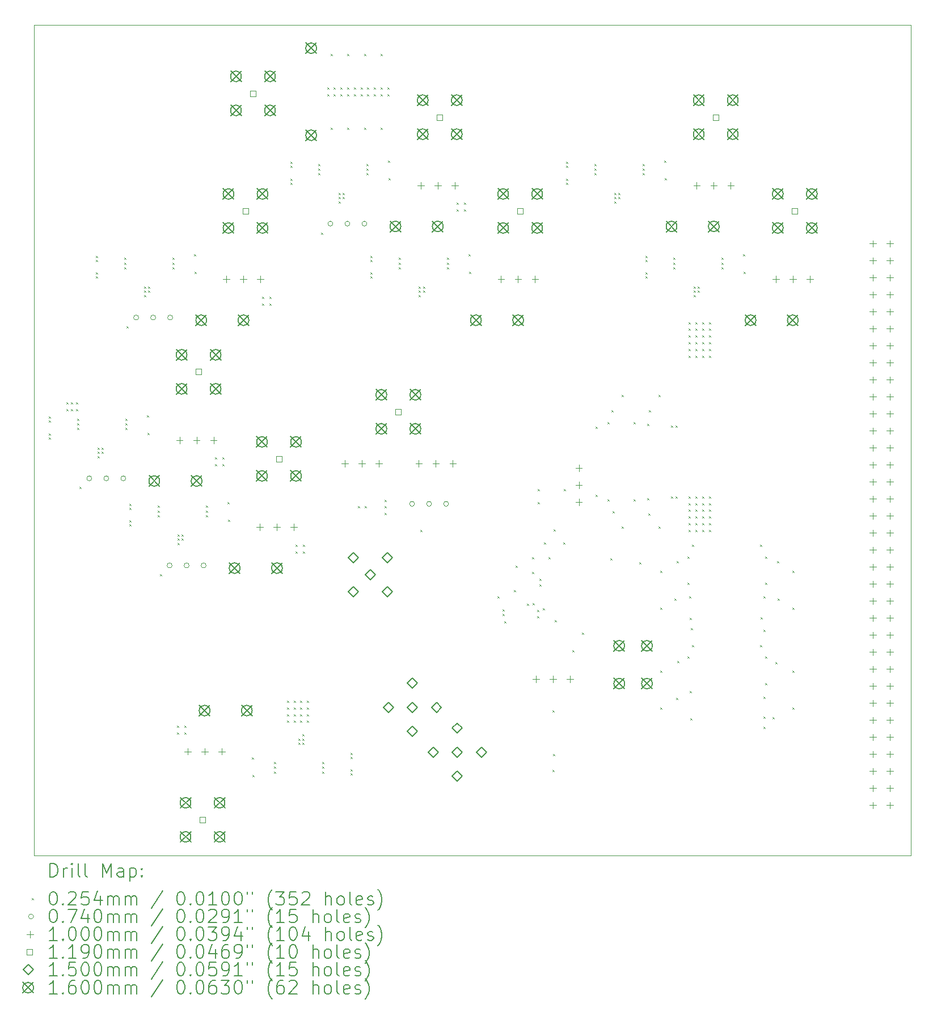
<source format=gbr>
%TF.GenerationSoftware,KiCad,Pcbnew,7.0.1-0*%
%TF.CreationDate,2023-04-17T18:55:56+01:00*%
%TF.ProjectId,cyborg65r2_pcb,6379626f-7267-4363-9572-325f7063622e,rev?*%
%TF.SameCoordinates,Original*%
%TF.FileFunction,Drillmap*%
%TF.FilePolarity,Positive*%
%FSLAX45Y45*%
G04 Gerber Fmt 4.5, Leading zero omitted, Abs format (unit mm)*
G04 Created by KiCad (PCBNEW 7.0.1-0) date 2023-04-17 18:55:56*
%MOMM*%
%LPD*%
G01*
G04 APERTURE LIST*
%ADD10C,0.100000*%
%ADD11C,0.200000*%
%ADD12C,0.025400*%
%ADD13C,0.074000*%
%ADD14C,0.119000*%
%ADD15C,0.150000*%
%ADD16C,0.160000*%
G04 APERTURE END LIST*
D10*
X9910000Y-3100000D02*
X23000000Y-3100000D01*
X23000000Y-15500000D01*
X9910000Y-15500000D01*
X9910000Y-3100000D01*
D11*
D12*
X10137300Y-8947300D02*
X10162700Y-8972700D01*
X10162700Y-8947300D02*
X10137300Y-8972700D01*
X10137300Y-9007300D02*
X10162700Y-9032700D01*
X10162700Y-9007300D02*
X10137300Y-9032700D01*
X10137300Y-9197300D02*
X10162700Y-9222700D01*
X10162700Y-9197300D02*
X10137300Y-9222700D01*
X10137300Y-9257300D02*
X10162700Y-9282700D01*
X10162700Y-9257300D02*
X10137300Y-9282700D01*
X10397300Y-8737300D02*
X10422700Y-8762700D01*
X10422700Y-8737300D02*
X10397300Y-8762700D01*
X10397300Y-8837300D02*
X10422700Y-8862700D01*
X10422700Y-8837300D02*
X10397300Y-8862700D01*
X10467300Y-8737300D02*
X10492700Y-8762700D01*
X10492700Y-8737300D02*
X10467300Y-8762700D01*
X10467300Y-8837300D02*
X10492700Y-8862700D01*
X10492700Y-8837300D02*
X10467300Y-8862700D01*
X10537300Y-8737300D02*
X10562700Y-8762700D01*
X10562700Y-8737300D02*
X10537300Y-8762700D01*
X10537300Y-8837300D02*
X10562700Y-8862700D01*
X10562700Y-8837300D02*
X10537300Y-8862700D01*
X10557300Y-8977300D02*
X10582700Y-9002700D01*
X10582700Y-8977300D02*
X10557300Y-9002700D01*
X10557300Y-9047300D02*
X10582700Y-9072700D01*
X10582700Y-9047300D02*
X10557300Y-9072700D01*
X10557300Y-9117300D02*
X10582700Y-9142700D01*
X10582700Y-9117300D02*
X10557300Y-9142700D01*
X10594300Y-9999300D02*
X10619700Y-10024700D01*
X10619700Y-9999300D02*
X10594300Y-10024700D01*
X10837300Y-6547300D02*
X10862700Y-6572700D01*
X10862700Y-6547300D02*
X10837300Y-6572700D01*
X10837300Y-6607300D02*
X10862700Y-6632700D01*
X10862700Y-6607300D02*
X10837300Y-6632700D01*
X10837300Y-6797300D02*
X10862700Y-6822700D01*
X10862700Y-6797300D02*
X10837300Y-6822700D01*
X10837300Y-6857300D02*
X10862700Y-6882700D01*
X10862700Y-6857300D02*
X10837300Y-6882700D01*
X10857300Y-9407300D02*
X10882700Y-9432700D01*
X10882700Y-9407300D02*
X10857300Y-9432700D01*
X10857300Y-9467300D02*
X10882700Y-9492700D01*
X10882700Y-9467300D02*
X10857300Y-9492700D01*
X10857300Y-9537300D02*
X10882700Y-9562700D01*
X10882700Y-9537300D02*
X10857300Y-9562700D01*
X10917300Y-9407300D02*
X10942700Y-9432700D01*
X10942700Y-9407300D02*
X10917300Y-9432700D01*
X10917300Y-9467300D02*
X10942700Y-9492700D01*
X10942700Y-9467300D02*
X10917300Y-9492700D01*
X11257300Y-6577300D02*
X11282700Y-6602700D01*
X11282700Y-6577300D02*
X11257300Y-6602700D01*
X11257300Y-6647300D02*
X11282700Y-6672700D01*
X11282700Y-6647300D02*
X11257300Y-6672700D01*
X11257300Y-6717300D02*
X11282700Y-6742700D01*
X11282700Y-6717300D02*
X11257300Y-6742700D01*
X11277300Y-8977300D02*
X11302700Y-9002700D01*
X11302700Y-8977300D02*
X11277300Y-9002700D01*
X11277300Y-9047300D02*
X11302700Y-9072700D01*
X11302700Y-9047300D02*
X11277300Y-9072700D01*
X11277300Y-9117300D02*
X11302700Y-9142700D01*
X11302700Y-9117300D02*
X11277300Y-9142700D01*
X11294300Y-7599300D02*
X11319700Y-7624700D01*
X11319700Y-7599300D02*
X11294300Y-7624700D01*
X11337300Y-10247300D02*
X11362700Y-10272700D01*
X11362700Y-10247300D02*
X11337300Y-10272700D01*
X11337300Y-10307300D02*
X11362700Y-10332700D01*
X11362700Y-10307300D02*
X11337300Y-10332700D01*
X11337300Y-10497300D02*
X11362700Y-10522700D01*
X11362700Y-10497300D02*
X11337300Y-10522700D01*
X11337300Y-10557300D02*
X11362700Y-10582700D01*
X11362700Y-10557300D02*
X11337300Y-10582700D01*
X11557300Y-7007300D02*
X11582700Y-7032700D01*
X11582700Y-7007300D02*
X11557300Y-7032700D01*
X11557300Y-7067300D02*
X11582700Y-7092700D01*
X11582700Y-7067300D02*
X11557300Y-7092700D01*
X11557300Y-7137300D02*
X11582700Y-7162700D01*
X11582700Y-7137300D02*
X11557300Y-7162700D01*
X11597300Y-8927300D02*
X11622700Y-8952700D01*
X11622700Y-8927300D02*
X11597300Y-8952700D01*
X11607300Y-9187300D02*
X11632700Y-9212700D01*
X11632700Y-9187300D02*
X11607300Y-9212700D01*
X11617300Y-7007300D02*
X11642700Y-7032700D01*
X11642700Y-7007300D02*
X11617300Y-7032700D01*
X11617300Y-7067300D02*
X11642700Y-7092700D01*
X11642700Y-7067300D02*
X11617300Y-7092700D01*
X11757300Y-10277300D02*
X11782700Y-10302700D01*
X11782700Y-10277300D02*
X11757300Y-10302700D01*
X11757300Y-10347300D02*
X11782700Y-10372700D01*
X11782700Y-10347300D02*
X11757300Y-10372700D01*
X11757300Y-10417300D02*
X11782700Y-10442700D01*
X11782700Y-10417300D02*
X11757300Y-10442700D01*
X11794300Y-11299300D02*
X11819700Y-11324700D01*
X11819700Y-11299300D02*
X11794300Y-11324700D01*
X11977300Y-6577300D02*
X12002700Y-6602700D01*
X12002700Y-6577300D02*
X11977300Y-6602700D01*
X11977300Y-6647300D02*
X12002700Y-6672700D01*
X12002700Y-6647300D02*
X11977300Y-6672700D01*
X11977300Y-6717300D02*
X12002700Y-6742700D01*
X12002700Y-6717300D02*
X11977300Y-6742700D01*
X12046300Y-13563300D02*
X12071700Y-13588700D01*
X12071700Y-13563300D02*
X12046300Y-13588700D01*
X12046300Y-13663300D02*
X12071700Y-13688700D01*
X12071700Y-13663300D02*
X12046300Y-13688700D01*
X12057300Y-10707300D02*
X12082700Y-10732700D01*
X12082700Y-10707300D02*
X12057300Y-10732700D01*
X12057300Y-10767300D02*
X12082700Y-10792700D01*
X12082700Y-10767300D02*
X12057300Y-10792700D01*
X12057300Y-10837300D02*
X12082700Y-10862700D01*
X12082700Y-10837300D02*
X12057300Y-10862700D01*
X12117300Y-10707300D02*
X12142700Y-10732700D01*
X12142700Y-10707300D02*
X12117300Y-10732700D01*
X12117300Y-10767300D02*
X12142700Y-10792700D01*
X12142700Y-10767300D02*
X12117300Y-10792700D01*
X12156300Y-13563300D02*
X12181700Y-13588700D01*
X12181700Y-13563300D02*
X12156300Y-13588700D01*
X12156300Y-13663300D02*
X12181700Y-13688700D01*
X12181700Y-13663300D02*
X12156300Y-13688700D01*
X12297300Y-6527300D02*
X12322700Y-6552700D01*
X12322700Y-6527300D02*
X12297300Y-6552700D01*
X12307300Y-6787300D02*
X12332700Y-6812700D01*
X12332700Y-6787300D02*
X12307300Y-6812700D01*
X12477300Y-10277300D02*
X12502700Y-10302700D01*
X12502700Y-10277300D02*
X12477300Y-10302700D01*
X12477300Y-10347300D02*
X12502700Y-10372700D01*
X12502700Y-10347300D02*
X12477300Y-10372700D01*
X12477300Y-10417300D02*
X12502700Y-10442700D01*
X12502700Y-10417300D02*
X12477300Y-10442700D01*
X12617300Y-9557300D02*
X12642700Y-9582700D01*
X12642700Y-9557300D02*
X12617300Y-9582700D01*
X12617300Y-9657300D02*
X12642700Y-9682700D01*
X12642700Y-9657300D02*
X12617300Y-9682700D01*
X12727300Y-9557300D02*
X12752700Y-9582700D01*
X12752700Y-9557300D02*
X12727300Y-9582700D01*
X12727300Y-9657300D02*
X12752700Y-9682700D01*
X12752700Y-9657300D02*
X12727300Y-9682700D01*
X12797300Y-10227300D02*
X12822700Y-10252700D01*
X12822700Y-10227300D02*
X12797300Y-10252700D01*
X12807300Y-10487300D02*
X12832700Y-10512700D01*
X12832700Y-10487300D02*
X12807300Y-10512700D01*
X13166300Y-14033300D02*
X13191700Y-14058700D01*
X13191700Y-14033300D02*
X13166300Y-14058700D01*
X13176300Y-14293300D02*
X13201700Y-14318700D01*
X13201700Y-14293300D02*
X13176300Y-14318700D01*
X13317300Y-7157300D02*
X13342700Y-7182700D01*
X13342700Y-7157300D02*
X13317300Y-7182700D01*
X13317300Y-7257300D02*
X13342700Y-7282700D01*
X13342700Y-7257300D02*
X13317300Y-7282700D01*
X13427300Y-7157300D02*
X13452700Y-7182700D01*
X13452700Y-7157300D02*
X13427300Y-7182700D01*
X13427300Y-7257300D02*
X13452700Y-7282700D01*
X13452700Y-7257300D02*
X13427300Y-7282700D01*
X13496300Y-14103300D02*
X13521700Y-14128700D01*
X13521700Y-14103300D02*
X13496300Y-14128700D01*
X13496300Y-14173300D02*
X13521700Y-14198700D01*
X13521700Y-14173300D02*
X13496300Y-14198700D01*
X13496300Y-14243300D02*
X13521700Y-14268700D01*
X13521700Y-14243300D02*
X13496300Y-14268700D01*
X13687300Y-13187300D02*
X13712700Y-13212700D01*
X13712700Y-13187300D02*
X13687300Y-13212700D01*
X13687300Y-13287300D02*
X13712700Y-13312700D01*
X13712700Y-13287300D02*
X13687300Y-13312700D01*
X13687300Y-13387300D02*
X13712700Y-13412700D01*
X13712700Y-13387300D02*
X13687300Y-13412700D01*
X13687300Y-13487300D02*
X13712700Y-13512700D01*
X13712700Y-13487300D02*
X13687300Y-13512700D01*
X13737300Y-5147300D02*
X13762700Y-5172700D01*
X13762700Y-5147300D02*
X13737300Y-5172700D01*
X13737300Y-5207300D02*
X13762700Y-5232700D01*
X13762700Y-5207300D02*
X13737300Y-5232700D01*
X13737300Y-5397300D02*
X13762700Y-5422700D01*
X13762700Y-5397300D02*
X13737300Y-5422700D01*
X13737300Y-5457300D02*
X13762700Y-5482700D01*
X13762700Y-5457300D02*
X13737300Y-5482700D01*
X13787300Y-13187300D02*
X13812700Y-13212700D01*
X13812700Y-13187300D02*
X13787300Y-13212700D01*
X13787300Y-13287300D02*
X13812700Y-13312700D01*
X13812700Y-13287300D02*
X13787300Y-13312700D01*
X13787300Y-13387300D02*
X13812700Y-13412700D01*
X13812700Y-13387300D02*
X13787300Y-13412700D01*
X13787300Y-13487300D02*
X13812700Y-13512700D01*
X13812700Y-13487300D02*
X13787300Y-13512700D01*
X13817300Y-10857300D02*
X13842700Y-10882700D01*
X13842700Y-10857300D02*
X13817300Y-10882700D01*
X13817300Y-10957300D02*
X13842700Y-10982700D01*
X13842700Y-10957300D02*
X13817300Y-10982700D01*
X13856300Y-13753300D02*
X13881700Y-13778700D01*
X13881700Y-13753300D02*
X13856300Y-13778700D01*
X13856300Y-13813300D02*
X13881700Y-13838700D01*
X13881700Y-13813300D02*
X13856300Y-13838700D01*
X13887300Y-13187300D02*
X13912700Y-13212700D01*
X13912700Y-13187300D02*
X13887300Y-13212700D01*
X13887300Y-13287300D02*
X13912700Y-13312700D01*
X13912700Y-13287300D02*
X13887300Y-13312700D01*
X13887300Y-13387300D02*
X13912700Y-13412700D01*
X13912700Y-13387300D02*
X13887300Y-13412700D01*
X13887300Y-13487300D02*
X13912700Y-13512700D01*
X13912700Y-13487300D02*
X13887300Y-13512700D01*
X13916300Y-13683300D02*
X13941700Y-13708700D01*
X13941700Y-13683300D02*
X13916300Y-13708700D01*
X13916300Y-13753300D02*
X13941700Y-13778700D01*
X13941700Y-13753300D02*
X13916300Y-13778700D01*
X13916300Y-13813300D02*
X13941700Y-13838700D01*
X13941700Y-13813300D02*
X13916300Y-13838700D01*
X13927300Y-10857300D02*
X13952700Y-10882700D01*
X13952700Y-10857300D02*
X13927300Y-10882700D01*
X13927300Y-10957300D02*
X13952700Y-10982700D01*
X13952700Y-10957300D02*
X13927300Y-10982700D01*
X13987300Y-13187300D02*
X14012700Y-13212700D01*
X14012700Y-13187300D02*
X13987300Y-13212700D01*
X13987300Y-13287300D02*
X14012700Y-13312700D01*
X14012700Y-13287300D02*
X13987300Y-13312700D01*
X13987300Y-13387300D02*
X14012700Y-13412700D01*
X14012700Y-13387300D02*
X13987300Y-13412700D01*
X13987300Y-13487300D02*
X14012700Y-13512700D01*
X14012700Y-13487300D02*
X13987300Y-13512700D01*
X14157300Y-5177300D02*
X14182700Y-5202700D01*
X14182700Y-5177300D02*
X14157300Y-5202700D01*
X14157300Y-5247300D02*
X14182700Y-5272700D01*
X14182700Y-5247300D02*
X14157300Y-5272700D01*
X14157300Y-5317300D02*
X14182700Y-5342700D01*
X14182700Y-5317300D02*
X14157300Y-5342700D01*
X14194300Y-6199300D02*
X14219700Y-6224700D01*
X14219700Y-6199300D02*
X14194300Y-6224700D01*
X14216300Y-14103300D02*
X14241700Y-14128700D01*
X14241700Y-14103300D02*
X14216300Y-14128700D01*
X14216300Y-14173300D02*
X14241700Y-14198700D01*
X14241700Y-14173300D02*
X14216300Y-14198700D01*
X14216300Y-14243300D02*
X14241700Y-14268700D01*
X14241700Y-14243300D02*
X14216300Y-14268700D01*
X14287300Y-4037300D02*
X14312700Y-4062700D01*
X14312700Y-4037300D02*
X14287300Y-4062700D01*
X14287300Y-4137300D02*
X14312700Y-4162700D01*
X14312700Y-4137300D02*
X14287300Y-4162700D01*
X14337300Y-3537300D02*
X14362700Y-3562700D01*
X14362700Y-3537300D02*
X14337300Y-3562700D01*
X14337300Y-4637300D02*
X14362700Y-4662700D01*
X14362700Y-4637300D02*
X14337300Y-4662700D01*
X14387300Y-4037300D02*
X14412700Y-4062700D01*
X14412700Y-4037300D02*
X14387300Y-4062700D01*
X14387300Y-4137300D02*
X14412700Y-4162700D01*
X14412700Y-4137300D02*
X14387300Y-4162700D01*
X14457300Y-5607300D02*
X14482700Y-5632700D01*
X14482700Y-5607300D02*
X14457300Y-5632700D01*
X14457300Y-5667300D02*
X14482700Y-5692700D01*
X14482700Y-5667300D02*
X14457300Y-5692700D01*
X14457300Y-5737300D02*
X14482700Y-5762700D01*
X14482700Y-5737300D02*
X14457300Y-5762700D01*
X14487300Y-4037300D02*
X14512700Y-4062700D01*
X14512700Y-4037300D02*
X14487300Y-4062700D01*
X14487300Y-4137300D02*
X14512700Y-4162700D01*
X14512700Y-4137300D02*
X14487300Y-4162700D01*
X14517300Y-5607300D02*
X14542700Y-5632700D01*
X14542700Y-5607300D02*
X14517300Y-5632700D01*
X14517300Y-5667300D02*
X14542700Y-5692700D01*
X14542700Y-5667300D02*
X14517300Y-5692700D01*
X14587300Y-3537300D02*
X14612700Y-3562700D01*
X14612700Y-3537300D02*
X14587300Y-3562700D01*
X14587300Y-4037300D02*
X14612700Y-4062700D01*
X14612700Y-4037300D02*
X14587300Y-4062700D01*
X14587300Y-4137300D02*
X14612700Y-4162700D01*
X14612700Y-4137300D02*
X14587300Y-4162700D01*
X14587300Y-4637300D02*
X14612700Y-4662700D01*
X14612700Y-4637300D02*
X14587300Y-4662700D01*
X14636300Y-13963300D02*
X14661700Y-13988700D01*
X14661700Y-13963300D02*
X14636300Y-13988700D01*
X14636300Y-14023300D02*
X14661700Y-14048700D01*
X14661700Y-14023300D02*
X14636300Y-14048700D01*
X14636300Y-14213300D02*
X14661700Y-14238700D01*
X14661700Y-14213300D02*
X14636300Y-14238700D01*
X14636300Y-14273300D02*
X14661700Y-14298700D01*
X14661700Y-14273300D02*
X14636300Y-14298700D01*
X14687300Y-4037300D02*
X14712700Y-4062700D01*
X14712700Y-4037300D02*
X14687300Y-4062700D01*
X14687300Y-4137300D02*
X14712700Y-4162700D01*
X14712700Y-4137300D02*
X14687300Y-4162700D01*
X14747300Y-10287300D02*
X14772700Y-10312700D01*
X14772700Y-10287300D02*
X14747300Y-10312700D01*
X14787300Y-4037300D02*
X14812700Y-4062700D01*
X14812700Y-4037300D02*
X14787300Y-4062700D01*
X14787300Y-4137300D02*
X14812700Y-4162700D01*
X14812700Y-4137300D02*
X14787300Y-4162700D01*
X14837300Y-3537300D02*
X14862700Y-3562700D01*
X14862700Y-3537300D02*
X14837300Y-3562700D01*
X14837300Y-4637300D02*
X14862700Y-4662700D01*
X14862700Y-4637300D02*
X14837300Y-4662700D01*
X14847300Y-10287300D02*
X14872700Y-10312700D01*
X14872700Y-10287300D02*
X14847300Y-10312700D01*
X14877300Y-5177300D02*
X14902700Y-5202700D01*
X14902700Y-5177300D02*
X14877300Y-5202700D01*
X14877300Y-5247300D02*
X14902700Y-5272700D01*
X14902700Y-5247300D02*
X14877300Y-5272700D01*
X14877300Y-5317300D02*
X14902700Y-5342700D01*
X14902700Y-5317300D02*
X14877300Y-5342700D01*
X14887300Y-4037300D02*
X14912700Y-4062700D01*
X14912700Y-4037300D02*
X14887300Y-4062700D01*
X14887300Y-4137300D02*
X14912700Y-4162700D01*
X14912700Y-4137300D02*
X14887300Y-4162700D01*
X14937300Y-6547300D02*
X14962700Y-6572700D01*
X14962700Y-6547300D02*
X14937300Y-6572700D01*
X14937300Y-6607300D02*
X14962700Y-6632700D01*
X14962700Y-6607300D02*
X14937300Y-6632700D01*
X14937300Y-6797300D02*
X14962700Y-6822700D01*
X14962700Y-6797300D02*
X14937300Y-6822700D01*
X14937300Y-6857300D02*
X14962700Y-6882700D01*
X14962700Y-6857300D02*
X14937300Y-6882700D01*
X14987300Y-4037300D02*
X15012700Y-4062700D01*
X15012700Y-4037300D02*
X14987300Y-4062700D01*
X14987300Y-4137300D02*
X15012700Y-4162700D01*
X15012700Y-4137300D02*
X14987300Y-4162700D01*
X15087300Y-3537300D02*
X15112700Y-3562700D01*
X15112700Y-3537300D02*
X15087300Y-3562700D01*
X15087300Y-4037300D02*
X15112700Y-4062700D01*
X15112700Y-4037300D02*
X15087300Y-4062700D01*
X15087300Y-4137300D02*
X15112700Y-4162700D01*
X15112700Y-4137300D02*
X15087300Y-4162700D01*
X15087300Y-4637300D02*
X15112700Y-4662700D01*
X15112700Y-4637300D02*
X15087300Y-4662700D01*
X15147300Y-10187300D02*
X15172700Y-10212700D01*
X15172700Y-10187300D02*
X15147300Y-10212700D01*
X15147300Y-10287300D02*
X15172700Y-10312700D01*
X15172700Y-10287300D02*
X15147300Y-10312700D01*
X15147300Y-10387300D02*
X15172700Y-10412700D01*
X15172700Y-10387300D02*
X15147300Y-10412700D01*
X15187300Y-4037300D02*
X15212700Y-4062700D01*
X15212700Y-4037300D02*
X15187300Y-4062700D01*
X15187300Y-4137300D02*
X15212700Y-4162700D01*
X15212700Y-4137300D02*
X15187300Y-4162700D01*
X15197300Y-5127300D02*
X15222700Y-5152700D01*
X15222700Y-5127300D02*
X15197300Y-5152700D01*
X15207300Y-5387300D02*
X15232700Y-5412700D01*
X15232700Y-5387300D02*
X15207300Y-5412700D01*
X15357300Y-6577300D02*
X15382700Y-6602700D01*
X15382700Y-6577300D02*
X15357300Y-6602700D01*
X15357300Y-6647300D02*
X15382700Y-6672700D01*
X15382700Y-6647300D02*
X15357300Y-6672700D01*
X15357300Y-6717300D02*
X15382700Y-6742700D01*
X15382700Y-6717300D02*
X15357300Y-6742700D01*
X15657300Y-7007300D02*
X15682700Y-7032700D01*
X15682700Y-7007300D02*
X15657300Y-7032700D01*
X15657300Y-7067300D02*
X15682700Y-7092700D01*
X15682700Y-7067300D02*
X15657300Y-7092700D01*
X15657300Y-7137300D02*
X15682700Y-7162700D01*
X15682700Y-7137300D02*
X15657300Y-7162700D01*
X15677300Y-10637300D02*
X15702700Y-10662700D01*
X15702700Y-10637300D02*
X15677300Y-10662700D01*
X15717300Y-7007300D02*
X15742700Y-7032700D01*
X15742700Y-7007300D02*
X15717300Y-7032700D01*
X15717300Y-7067300D02*
X15742700Y-7092700D01*
X15742700Y-7067300D02*
X15717300Y-7092700D01*
X16077300Y-6577300D02*
X16102700Y-6602700D01*
X16102700Y-6577300D02*
X16077300Y-6602700D01*
X16077300Y-6647300D02*
X16102700Y-6672700D01*
X16102700Y-6647300D02*
X16077300Y-6672700D01*
X16077300Y-6717300D02*
X16102700Y-6742700D01*
X16102700Y-6717300D02*
X16077300Y-6742700D01*
X16217300Y-5757300D02*
X16242700Y-5782700D01*
X16242700Y-5757300D02*
X16217300Y-5782700D01*
X16217300Y-5857300D02*
X16242700Y-5882700D01*
X16242700Y-5857300D02*
X16217300Y-5882700D01*
X16327300Y-5757300D02*
X16352700Y-5782700D01*
X16352700Y-5757300D02*
X16327300Y-5782700D01*
X16327300Y-5857300D02*
X16352700Y-5882700D01*
X16352700Y-5857300D02*
X16327300Y-5882700D01*
X16397300Y-6527300D02*
X16422700Y-6552700D01*
X16422700Y-6527300D02*
X16397300Y-6552700D01*
X16407300Y-6787300D02*
X16432700Y-6812700D01*
X16432700Y-6787300D02*
X16407300Y-6812700D01*
X16830300Y-11633300D02*
X16855700Y-11658700D01*
X16855700Y-11633300D02*
X16830300Y-11658700D01*
X16910300Y-11825300D02*
X16935700Y-11850700D01*
X16935700Y-11825300D02*
X16910300Y-11850700D01*
X16910300Y-11892300D02*
X16935700Y-11917700D01*
X16935700Y-11892300D02*
X16910300Y-11917700D01*
X16929300Y-12000300D02*
X16954700Y-12025700D01*
X16954700Y-12000300D02*
X16929300Y-12025700D01*
X17075300Y-11540850D02*
X17100700Y-11566250D01*
X17100700Y-11540850D02*
X17075300Y-11566250D01*
X17104300Y-11172300D02*
X17129700Y-11197700D01*
X17129700Y-11172300D02*
X17104300Y-11197700D01*
X17274300Y-11737300D02*
X17299700Y-11762700D01*
X17299700Y-11737300D02*
X17274300Y-11762700D01*
X17349300Y-11265300D02*
X17374700Y-11290700D01*
X17374700Y-11265300D02*
X17349300Y-11290700D01*
X17350300Y-11042300D02*
X17375700Y-11067700D01*
X17375700Y-11042300D02*
X17350300Y-11067700D01*
X17357300Y-11733300D02*
X17382700Y-11758700D01*
X17382700Y-11733300D02*
X17357300Y-11758700D01*
X17420300Y-11834300D02*
X17445700Y-11859700D01*
X17445700Y-11834300D02*
X17420300Y-11859700D01*
X17423300Y-11929300D02*
X17448700Y-11954700D01*
X17448700Y-11929300D02*
X17423300Y-11954700D01*
X17427550Y-10030800D02*
X17452950Y-10056200D01*
X17452950Y-10030800D02*
X17427550Y-10056200D01*
X17427550Y-10224800D02*
X17452950Y-10250200D01*
X17452950Y-10224800D02*
X17427550Y-10250200D01*
X17455594Y-11368006D02*
X17480994Y-11393406D01*
X17480994Y-11368006D02*
X17455594Y-11393406D01*
X17458300Y-11451300D02*
X17483700Y-11476700D01*
X17483700Y-11451300D02*
X17458300Y-11476700D01*
X17510300Y-11809300D02*
X17535700Y-11834700D01*
X17535700Y-11809300D02*
X17510300Y-11834700D01*
X17524300Y-10827300D02*
X17549700Y-10852700D01*
X17549700Y-10827300D02*
X17524300Y-10852700D01*
X17589300Y-11047300D02*
X17614700Y-11072700D01*
X17614700Y-11047300D02*
X17589300Y-11072700D01*
X17648300Y-13334300D02*
X17673700Y-13359700D01*
X17673700Y-13334300D02*
X17648300Y-13359700D01*
X17653300Y-14224300D02*
X17678700Y-14249700D01*
X17678700Y-14224300D02*
X17653300Y-14249700D01*
X17658300Y-13979300D02*
X17683700Y-14004700D01*
X17683700Y-13979300D02*
X17658300Y-14004700D01*
X17668300Y-10633300D02*
X17693700Y-10658700D01*
X17693700Y-10633300D02*
X17668300Y-10658700D01*
X17686300Y-11983300D02*
X17711700Y-12008700D01*
X17711700Y-11983300D02*
X17686300Y-12008700D01*
X17812300Y-10827300D02*
X17837700Y-10852700D01*
X17837700Y-10827300D02*
X17812300Y-10852700D01*
X17820300Y-10030800D02*
X17845700Y-10056200D01*
X17845700Y-10030800D02*
X17820300Y-10056200D01*
X17857300Y-5147300D02*
X17882700Y-5172700D01*
X17882700Y-5147300D02*
X17857300Y-5172700D01*
X17857300Y-5207300D02*
X17882700Y-5232700D01*
X17882700Y-5207300D02*
X17857300Y-5232700D01*
X17857300Y-5397300D02*
X17882700Y-5422700D01*
X17882700Y-5397300D02*
X17857300Y-5422700D01*
X17857300Y-5457300D02*
X17882700Y-5482700D01*
X17882700Y-5457300D02*
X17857300Y-5482700D01*
X17951300Y-12437300D02*
X17976700Y-12462700D01*
X17976700Y-12437300D02*
X17951300Y-12462700D01*
X18095300Y-12169300D02*
X18120700Y-12194700D01*
X18120700Y-12169300D02*
X18095300Y-12194700D01*
X18277300Y-5177300D02*
X18302700Y-5202700D01*
X18302700Y-5177300D02*
X18277300Y-5202700D01*
X18277300Y-5247300D02*
X18302700Y-5272700D01*
X18302700Y-5247300D02*
X18277300Y-5272700D01*
X18277300Y-5317300D02*
X18302700Y-5342700D01*
X18302700Y-5317300D02*
X18277300Y-5342700D01*
X18298300Y-9099300D02*
X18323700Y-9124700D01*
X18323700Y-9099300D02*
X18298300Y-9124700D01*
X18298300Y-10116200D02*
X18323700Y-10141600D01*
X18323700Y-10116200D02*
X18298300Y-10141600D01*
X18473300Y-9029300D02*
X18498700Y-9054700D01*
X18498700Y-9029300D02*
X18473300Y-9054700D01*
X18473300Y-10186200D02*
X18498700Y-10211600D01*
X18498700Y-10186200D02*
X18473300Y-10211600D01*
X18516300Y-11063300D02*
X18541700Y-11088700D01*
X18541700Y-11063300D02*
X18516300Y-11088700D01*
X18534300Y-8855300D02*
X18559700Y-8880700D01*
X18559700Y-8855300D02*
X18534300Y-8880700D01*
X18545300Y-10358300D02*
X18570700Y-10383700D01*
X18570700Y-10358300D02*
X18545300Y-10383700D01*
X18577300Y-5607300D02*
X18602700Y-5632700D01*
X18602700Y-5607300D02*
X18577300Y-5632700D01*
X18577300Y-5667300D02*
X18602700Y-5692700D01*
X18602700Y-5667300D02*
X18577300Y-5692700D01*
X18577300Y-5737300D02*
X18602700Y-5762700D01*
X18602700Y-5737300D02*
X18577300Y-5762700D01*
X18637300Y-5607300D02*
X18662700Y-5632700D01*
X18662700Y-5607300D02*
X18637300Y-5632700D01*
X18637300Y-5667300D02*
X18662700Y-5692700D01*
X18662700Y-5667300D02*
X18637300Y-5692700D01*
X18683300Y-8624300D02*
X18708700Y-8649700D01*
X18708700Y-8624300D02*
X18683300Y-8649700D01*
X18683300Y-10591200D02*
X18708700Y-10616600D01*
X18708700Y-10591200D02*
X18683300Y-10616600D01*
X18863300Y-9029300D02*
X18888700Y-9054700D01*
X18888700Y-9029300D02*
X18863300Y-9054700D01*
X18863300Y-10186200D02*
X18888700Y-10211600D01*
X18888700Y-10186200D02*
X18863300Y-10211600D01*
X18951300Y-11120300D02*
X18976700Y-11145700D01*
X18976700Y-11120300D02*
X18951300Y-11145700D01*
X18997300Y-5177300D02*
X19022700Y-5202700D01*
X19022700Y-5177300D02*
X18997300Y-5202700D01*
X18997300Y-5247300D02*
X19022700Y-5272700D01*
X19022700Y-5247300D02*
X18997300Y-5272700D01*
X18997300Y-5317300D02*
X19022700Y-5342700D01*
X19022700Y-5317300D02*
X18997300Y-5342700D01*
X19037300Y-6547300D02*
X19062700Y-6572700D01*
X19062700Y-6547300D02*
X19037300Y-6572700D01*
X19037300Y-6607300D02*
X19062700Y-6632700D01*
X19062700Y-6607300D02*
X19037300Y-6632700D01*
X19037300Y-6797300D02*
X19062700Y-6822700D01*
X19062700Y-6797300D02*
X19037300Y-6822700D01*
X19037300Y-6857300D02*
X19062700Y-6882700D01*
X19062700Y-6857300D02*
X19037300Y-6882700D01*
X19068300Y-9054300D02*
X19093700Y-9079700D01*
X19093700Y-9054300D02*
X19068300Y-9079700D01*
X19068300Y-10161200D02*
X19093700Y-10186600D01*
X19093700Y-10161200D02*
X19068300Y-10186600D01*
X19084300Y-10394300D02*
X19109700Y-10419700D01*
X19109700Y-10394300D02*
X19084300Y-10419700D01*
X19090300Y-8850300D02*
X19115700Y-8875700D01*
X19115700Y-8850300D02*
X19090300Y-8875700D01*
X19233300Y-8624300D02*
X19258700Y-8649700D01*
X19258700Y-8624300D02*
X19233300Y-8649700D01*
X19233300Y-10591200D02*
X19258700Y-10616600D01*
X19258700Y-10591200D02*
X19233300Y-10616600D01*
X19262400Y-11248300D02*
X19287800Y-11273700D01*
X19287800Y-11248300D02*
X19262400Y-11273700D01*
X19262400Y-11798300D02*
X19287800Y-11823700D01*
X19287800Y-11798300D02*
X19262400Y-11823700D01*
X19262400Y-12741300D02*
X19287800Y-12766700D01*
X19287800Y-12741300D02*
X19262400Y-12766700D01*
X19262400Y-13291300D02*
X19287800Y-13316700D01*
X19287800Y-13291300D02*
X19262400Y-13316700D01*
X19317300Y-5127300D02*
X19342700Y-5152700D01*
X19342700Y-5127300D02*
X19317300Y-5152700D01*
X19327300Y-5387300D02*
X19352700Y-5412700D01*
X19352700Y-5387300D02*
X19327300Y-5412700D01*
X19418300Y-9079300D02*
X19443700Y-9104700D01*
X19443700Y-9079300D02*
X19418300Y-9104700D01*
X19418300Y-10136200D02*
X19443700Y-10161600D01*
X19443700Y-10136200D02*
X19418300Y-10161600D01*
X19457300Y-6577300D02*
X19482700Y-6602700D01*
X19482700Y-6577300D02*
X19457300Y-6602700D01*
X19457300Y-6647300D02*
X19482700Y-6672700D01*
X19482700Y-6647300D02*
X19457300Y-6672700D01*
X19457300Y-6717300D02*
X19482700Y-6742700D01*
X19482700Y-6717300D02*
X19457300Y-6742700D01*
X19475300Y-11662300D02*
X19500700Y-11687700D01*
X19500700Y-11662300D02*
X19475300Y-11687700D01*
X19488300Y-9079300D02*
X19513700Y-9104700D01*
X19513700Y-9079300D02*
X19488300Y-9104700D01*
X19488300Y-10136200D02*
X19513700Y-10161600D01*
X19513700Y-10136200D02*
X19488300Y-10161600D01*
X19498300Y-13148300D02*
X19523700Y-13173700D01*
X19523700Y-13148300D02*
X19498300Y-13173700D01*
X19507300Y-11106300D02*
X19532700Y-11131700D01*
X19532700Y-11106300D02*
X19507300Y-11131700D01*
X19516300Y-12597300D02*
X19541700Y-12622700D01*
X19541700Y-12597300D02*
X19516300Y-12622700D01*
X19667400Y-11038300D02*
X19692800Y-11063700D01*
X19692800Y-11038300D02*
X19667400Y-11063700D01*
X19667400Y-11428300D02*
X19692800Y-11453700D01*
X19692800Y-11428300D02*
X19667400Y-11453700D01*
X19667400Y-12531300D02*
X19692800Y-12556700D01*
X19692800Y-12531300D02*
X19667400Y-12556700D01*
X19687300Y-7537300D02*
X19712700Y-7562700D01*
X19712700Y-7537300D02*
X19687300Y-7562700D01*
X19687300Y-7637300D02*
X19712700Y-7662700D01*
X19712700Y-7637300D02*
X19687300Y-7662700D01*
X19687300Y-7737300D02*
X19712700Y-7762700D01*
X19712700Y-7737300D02*
X19687300Y-7762700D01*
X19687300Y-7837300D02*
X19712700Y-7862700D01*
X19712700Y-7837300D02*
X19687300Y-7862700D01*
X19687300Y-7937300D02*
X19712700Y-7962700D01*
X19712700Y-7937300D02*
X19687300Y-7962700D01*
X19687300Y-8037300D02*
X19712700Y-8062700D01*
X19712700Y-8037300D02*
X19687300Y-8062700D01*
X19687300Y-10137300D02*
X19712700Y-10162700D01*
X19712700Y-10137300D02*
X19687300Y-10162700D01*
X19687300Y-10237300D02*
X19712700Y-10262700D01*
X19712700Y-10237300D02*
X19687300Y-10262700D01*
X19687300Y-10337300D02*
X19712700Y-10362700D01*
X19712700Y-10337300D02*
X19687300Y-10362700D01*
X19687300Y-10437300D02*
X19712700Y-10462700D01*
X19712700Y-10437300D02*
X19687300Y-10462700D01*
X19687300Y-10537300D02*
X19712700Y-10562700D01*
X19712700Y-10537300D02*
X19687300Y-10562700D01*
X19687300Y-10637300D02*
X19712700Y-10662700D01*
X19712700Y-10637300D02*
X19687300Y-10662700D01*
X19692400Y-11633300D02*
X19717800Y-11658700D01*
X19717800Y-11633300D02*
X19692400Y-11658700D01*
X19697697Y-11947697D02*
X19723097Y-11973097D01*
X19723097Y-11947697D02*
X19697697Y-11973097D01*
X19704300Y-13041300D02*
X19729700Y-13066700D01*
X19729700Y-13041300D02*
X19704300Y-13066700D01*
X19705300Y-13453300D02*
X19730700Y-13478700D01*
X19730700Y-13453300D02*
X19705300Y-13478700D01*
X19718300Y-12103300D02*
X19743700Y-12128700D01*
X19743700Y-12103300D02*
X19718300Y-12128700D01*
X19737400Y-10863300D02*
X19762800Y-10888700D01*
X19762800Y-10863300D02*
X19737400Y-10888700D01*
X19737400Y-12356300D02*
X19762800Y-12381700D01*
X19762800Y-12356300D02*
X19737400Y-12381700D01*
X19757300Y-7007300D02*
X19782700Y-7032700D01*
X19782700Y-7007300D02*
X19757300Y-7032700D01*
X19757300Y-7067300D02*
X19782700Y-7092700D01*
X19782700Y-7067300D02*
X19757300Y-7092700D01*
X19757300Y-7137300D02*
X19782700Y-7162700D01*
X19782700Y-7137300D02*
X19757300Y-7162700D01*
X19787300Y-7537300D02*
X19812700Y-7562700D01*
X19812700Y-7537300D02*
X19787300Y-7562700D01*
X19787300Y-7637300D02*
X19812700Y-7662700D01*
X19812700Y-7637300D02*
X19787300Y-7662700D01*
X19787300Y-7737300D02*
X19812700Y-7762700D01*
X19812700Y-7737300D02*
X19787300Y-7762700D01*
X19787300Y-7837300D02*
X19812700Y-7862700D01*
X19812700Y-7837300D02*
X19787300Y-7862700D01*
X19787300Y-7937300D02*
X19812700Y-7962700D01*
X19812700Y-7937300D02*
X19787300Y-7962700D01*
X19787300Y-8037300D02*
X19812700Y-8062700D01*
X19812700Y-8037300D02*
X19787300Y-8062700D01*
X19787300Y-10137300D02*
X19812700Y-10162700D01*
X19812700Y-10137300D02*
X19787300Y-10162700D01*
X19787300Y-10237300D02*
X19812700Y-10262700D01*
X19812700Y-10237300D02*
X19787300Y-10262700D01*
X19787300Y-10337300D02*
X19812700Y-10362700D01*
X19812700Y-10337300D02*
X19787300Y-10362700D01*
X19787300Y-10437300D02*
X19812700Y-10462700D01*
X19812700Y-10437300D02*
X19787300Y-10462700D01*
X19787300Y-10537300D02*
X19812700Y-10562700D01*
X19812700Y-10537300D02*
X19787300Y-10562700D01*
X19787300Y-10637300D02*
X19812700Y-10662700D01*
X19812700Y-10637300D02*
X19787300Y-10662700D01*
X19817300Y-7007300D02*
X19842700Y-7032700D01*
X19842700Y-7007300D02*
X19817300Y-7032700D01*
X19817300Y-7067300D02*
X19842700Y-7092700D01*
X19842700Y-7067300D02*
X19817300Y-7092700D01*
X19887300Y-7537300D02*
X19912700Y-7562700D01*
X19912700Y-7537300D02*
X19887300Y-7562700D01*
X19887300Y-7637300D02*
X19912700Y-7662700D01*
X19912700Y-7637300D02*
X19887300Y-7662700D01*
X19887300Y-7737300D02*
X19912700Y-7762700D01*
X19912700Y-7737300D02*
X19887300Y-7762700D01*
X19887300Y-7837300D02*
X19912700Y-7862700D01*
X19912700Y-7837300D02*
X19887300Y-7862700D01*
X19887300Y-7937300D02*
X19912700Y-7962700D01*
X19912700Y-7937300D02*
X19887300Y-7962700D01*
X19887300Y-8037300D02*
X19912700Y-8062700D01*
X19912700Y-8037300D02*
X19887300Y-8062700D01*
X19887300Y-10137300D02*
X19912700Y-10162700D01*
X19912700Y-10137300D02*
X19887300Y-10162700D01*
X19887300Y-10237300D02*
X19912700Y-10262700D01*
X19912700Y-10237300D02*
X19887300Y-10262700D01*
X19887300Y-10337300D02*
X19912700Y-10362700D01*
X19912700Y-10337300D02*
X19887300Y-10362700D01*
X19887300Y-10437300D02*
X19912700Y-10462700D01*
X19912700Y-10437300D02*
X19887300Y-10462700D01*
X19887300Y-10537300D02*
X19912700Y-10562700D01*
X19912700Y-10537300D02*
X19887300Y-10562700D01*
X19887300Y-10637300D02*
X19912700Y-10662700D01*
X19912700Y-10637300D02*
X19887300Y-10662700D01*
X19987300Y-7537300D02*
X20012700Y-7562700D01*
X20012700Y-7537300D02*
X19987300Y-7562700D01*
X19987300Y-7637300D02*
X20012700Y-7662700D01*
X20012700Y-7637300D02*
X19987300Y-7662700D01*
X19987300Y-7737300D02*
X20012700Y-7762700D01*
X20012700Y-7737300D02*
X19987300Y-7762700D01*
X19987300Y-7837300D02*
X20012700Y-7862700D01*
X20012700Y-7837300D02*
X19987300Y-7862700D01*
X19987300Y-7937300D02*
X20012700Y-7962700D01*
X20012700Y-7937300D02*
X19987300Y-7962700D01*
X19987300Y-8037300D02*
X20012700Y-8062700D01*
X20012700Y-8037300D02*
X19987300Y-8062700D01*
X19987300Y-10137300D02*
X20012700Y-10162700D01*
X20012700Y-10137300D02*
X19987300Y-10162700D01*
X19987300Y-10237300D02*
X20012700Y-10262700D01*
X20012700Y-10237300D02*
X19987300Y-10262700D01*
X19987300Y-10337300D02*
X20012700Y-10362700D01*
X20012700Y-10337300D02*
X19987300Y-10362700D01*
X19987300Y-10437300D02*
X20012700Y-10462700D01*
X20012700Y-10437300D02*
X19987300Y-10462700D01*
X19987300Y-10537300D02*
X20012700Y-10562700D01*
X20012700Y-10537300D02*
X19987300Y-10562700D01*
X19987300Y-10637300D02*
X20012700Y-10662700D01*
X20012700Y-10637300D02*
X19987300Y-10662700D01*
X20177300Y-6577300D02*
X20202700Y-6602700D01*
X20202700Y-6577300D02*
X20177300Y-6602700D01*
X20177300Y-6647300D02*
X20202700Y-6672700D01*
X20202700Y-6647300D02*
X20177300Y-6672700D01*
X20177300Y-6717300D02*
X20202700Y-6742700D01*
X20202700Y-6717300D02*
X20177300Y-6742700D01*
X20497300Y-6527300D02*
X20522700Y-6552700D01*
X20522700Y-6527300D02*
X20497300Y-6552700D01*
X20507300Y-6787300D02*
X20532700Y-6812700D01*
X20532700Y-6787300D02*
X20507300Y-6812700D01*
X20754300Y-10863300D02*
X20779700Y-10888700D01*
X20779700Y-10863300D02*
X20754300Y-10888700D01*
X20754300Y-12356300D02*
X20779700Y-12381700D01*
X20779700Y-12356300D02*
X20754300Y-12381700D01*
X20759800Y-11946800D02*
X20785200Y-11972200D01*
X20785200Y-11946800D02*
X20759800Y-11972200D01*
X20798700Y-13426300D02*
X20824100Y-13451700D01*
X20824100Y-13426300D02*
X20798700Y-13451700D01*
X20798700Y-13576300D02*
X20824100Y-13601700D01*
X20824100Y-13576300D02*
X20798700Y-13601700D01*
X20799300Y-11633300D02*
X20824700Y-11658700D01*
X20824700Y-11633300D02*
X20799300Y-11658700D01*
X20799300Y-12125300D02*
X20824700Y-12150700D01*
X20824700Y-12125300D02*
X20799300Y-12150700D01*
X20799300Y-13126300D02*
X20824700Y-13151700D01*
X20824700Y-13126300D02*
X20799300Y-13151700D01*
X20824300Y-11038300D02*
X20849700Y-11063700D01*
X20849700Y-11038300D02*
X20824300Y-11063700D01*
X20824300Y-11428300D02*
X20849700Y-11453700D01*
X20849700Y-11428300D02*
X20824300Y-11453700D01*
X20824300Y-12531300D02*
X20849700Y-12556700D01*
X20849700Y-12531300D02*
X20824300Y-12556700D01*
X20824300Y-12921300D02*
X20849700Y-12946700D01*
X20849700Y-12921300D02*
X20824300Y-12946700D01*
X20938300Y-13437300D02*
X20963700Y-13462700D01*
X20963700Y-13437300D02*
X20938300Y-13462700D01*
X20976300Y-12612300D02*
X21001700Y-12637700D01*
X21001700Y-12612300D02*
X20976300Y-12637700D01*
X21004300Y-11105300D02*
X21029700Y-11130700D01*
X21029700Y-11105300D02*
X21004300Y-11130700D01*
X21012300Y-11660300D02*
X21037700Y-11685700D01*
X21037700Y-11660300D02*
X21012300Y-11685700D01*
X21229300Y-11248300D02*
X21254700Y-11273700D01*
X21254700Y-11248300D02*
X21229300Y-11273700D01*
X21229300Y-11798300D02*
X21254700Y-11823700D01*
X21254700Y-11798300D02*
X21229300Y-11823700D01*
X21229300Y-12741300D02*
X21254700Y-12766700D01*
X21254700Y-12741300D02*
X21229300Y-12766700D01*
X21229300Y-13291300D02*
X21254700Y-13316700D01*
X21254700Y-13291300D02*
X21229300Y-13316700D01*
D13*
X10774000Y-9870000D02*
G75*
G03*
X10774000Y-9870000I-37000J0D01*
G01*
X11028000Y-9870000D02*
G75*
G03*
X11028000Y-9870000I-37000J0D01*
G01*
X11282000Y-9870000D02*
G75*
G03*
X11282000Y-9870000I-37000J0D01*
G01*
X11474000Y-7470000D02*
G75*
G03*
X11474000Y-7470000I-37000J0D01*
G01*
X11728000Y-7470000D02*
G75*
G03*
X11728000Y-7470000I-37000J0D01*
G01*
X11974000Y-11170000D02*
G75*
G03*
X11974000Y-11170000I-37000J0D01*
G01*
X11982000Y-7470000D02*
G75*
G03*
X11982000Y-7470000I-37000J0D01*
G01*
X12228000Y-11170000D02*
G75*
G03*
X12228000Y-11170000I-37000J0D01*
G01*
X12482000Y-11170000D02*
G75*
G03*
X12482000Y-11170000I-37000J0D01*
G01*
X14374000Y-6070000D02*
G75*
G03*
X14374000Y-6070000I-37000J0D01*
G01*
X14628000Y-6070000D02*
G75*
G03*
X14628000Y-6070000I-37000J0D01*
G01*
X14882000Y-6070000D02*
G75*
G03*
X14882000Y-6070000I-37000J0D01*
G01*
X15593000Y-10250000D02*
G75*
G03*
X15593000Y-10250000I-37000J0D01*
G01*
X15847000Y-10250000D02*
G75*
G03*
X15847000Y-10250000I-37000J0D01*
G01*
X16101000Y-10250000D02*
G75*
G03*
X16101000Y-10250000I-37000J0D01*
G01*
D10*
X12085000Y-9250000D02*
X12085000Y-9350000D01*
X12035000Y-9300000D02*
X12135000Y-9300000D01*
X12206000Y-13896000D02*
X12206000Y-13996000D01*
X12156000Y-13946000D02*
X12256000Y-13946000D01*
X12339000Y-9250000D02*
X12339000Y-9350000D01*
X12289000Y-9300000D02*
X12389000Y-9300000D01*
X12460000Y-13896000D02*
X12460000Y-13996000D01*
X12410000Y-13946000D02*
X12510000Y-13946000D01*
X12593000Y-9250000D02*
X12593000Y-9350000D01*
X12543000Y-9300000D02*
X12643000Y-9300000D01*
X12714000Y-13896000D02*
X12714000Y-13996000D01*
X12664000Y-13946000D02*
X12764000Y-13946000D01*
X12785000Y-6850000D02*
X12785000Y-6950000D01*
X12735000Y-6900000D02*
X12835000Y-6900000D01*
X13039000Y-6850000D02*
X13039000Y-6950000D01*
X12989000Y-6900000D02*
X13089000Y-6900000D01*
X13285000Y-10550000D02*
X13285000Y-10650000D01*
X13235000Y-10600000D02*
X13335000Y-10600000D01*
X13293000Y-6850000D02*
X13293000Y-6950000D01*
X13243000Y-6900000D02*
X13343000Y-6900000D01*
X13539000Y-10550000D02*
X13539000Y-10650000D01*
X13489000Y-10600000D02*
X13589000Y-10600000D01*
X13793000Y-10550000D02*
X13793000Y-10650000D01*
X13743000Y-10600000D02*
X13843000Y-10600000D01*
X14554500Y-9600000D02*
X14554500Y-9700000D01*
X14504500Y-9650000D02*
X14604500Y-9650000D01*
X14808500Y-9600000D02*
X14808500Y-9700000D01*
X14758500Y-9650000D02*
X14858500Y-9650000D01*
X15062500Y-9600000D02*
X15062500Y-9700000D01*
X15012500Y-9650000D02*
X15112500Y-9650000D01*
X15657500Y-9600000D02*
X15657500Y-9700000D01*
X15607500Y-9650000D02*
X15707500Y-9650000D01*
X15685000Y-5450000D02*
X15685000Y-5550000D01*
X15635000Y-5500000D02*
X15735000Y-5500000D01*
X15911500Y-9600000D02*
X15911500Y-9700000D01*
X15861500Y-9650000D02*
X15961500Y-9650000D01*
X15939000Y-5450000D02*
X15939000Y-5550000D01*
X15889000Y-5500000D02*
X15989000Y-5500000D01*
X16165500Y-9600000D02*
X16165500Y-9700000D01*
X16115500Y-9650000D02*
X16215500Y-9650000D01*
X16193000Y-5450000D02*
X16193000Y-5550000D01*
X16143000Y-5500000D02*
X16243000Y-5500000D01*
X16885500Y-6850000D02*
X16885500Y-6950000D01*
X16835500Y-6900000D02*
X16935500Y-6900000D01*
X17139500Y-6850000D02*
X17139500Y-6950000D01*
X17089500Y-6900000D02*
X17189500Y-6900000D01*
X17393500Y-6850000D02*
X17393500Y-6950000D01*
X17343500Y-6900000D02*
X17443500Y-6900000D01*
X17407000Y-12817000D02*
X17407000Y-12917000D01*
X17357000Y-12867000D02*
X17457000Y-12867000D01*
X17661000Y-12817000D02*
X17661000Y-12917000D01*
X17611000Y-12867000D02*
X17711000Y-12867000D01*
X17915000Y-12817000D02*
X17915000Y-12917000D01*
X17865000Y-12867000D02*
X17965000Y-12867000D01*
X18046000Y-9666500D02*
X18046000Y-9766500D01*
X17996000Y-9716500D02*
X18096000Y-9716500D01*
X18046000Y-9920500D02*
X18046000Y-10020500D01*
X17996000Y-9970500D02*
X18096000Y-9970500D01*
X18046000Y-10174500D02*
X18046000Y-10274500D01*
X17996000Y-10224500D02*
X18096000Y-10224500D01*
X19806000Y-5450000D02*
X19806000Y-5550000D01*
X19756000Y-5500000D02*
X19856000Y-5500000D01*
X20060000Y-5450000D02*
X20060000Y-5550000D01*
X20010000Y-5500000D02*
X20110000Y-5500000D01*
X20314000Y-5450000D02*
X20314000Y-5550000D01*
X20264000Y-5500000D02*
X20364000Y-5500000D01*
X20986000Y-6850000D02*
X20986000Y-6950000D01*
X20936000Y-6900000D02*
X21036000Y-6900000D01*
X21240000Y-6850000D02*
X21240000Y-6950000D01*
X21190000Y-6900000D02*
X21290000Y-6900000D01*
X21494000Y-6850000D02*
X21494000Y-6950000D01*
X21444000Y-6900000D02*
X21544000Y-6900000D01*
X22437000Y-6317000D02*
X22437000Y-6417000D01*
X22387000Y-6367000D02*
X22487000Y-6367000D01*
X22437000Y-6571000D02*
X22437000Y-6671000D01*
X22387000Y-6621000D02*
X22487000Y-6621000D01*
X22437000Y-6825000D02*
X22437000Y-6925000D01*
X22387000Y-6875000D02*
X22487000Y-6875000D01*
X22437000Y-7079000D02*
X22437000Y-7179000D01*
X22387000Y-7129000D02*
X22487000Y-7129000D01*
X22437000Y-7333000D02*
X22437000Y-7433000D01*
X22387000Y-7383000D02*
X22487000Y-7383000D01*
X22437000Y-7587000D02*
X22437000Y-7687000D01*
X22387000Y-7637000D02*
X22487000Y-7637000D01*
X22437000Y-7841000D02*
X22437000Y-7941000D01*
X22387000Y-7891000D02*
X22487000Y-7891000D01*
X22437000Y-8095000D02*
X22437000Y-8195000D01*
X22387000Y-8145000D02*
X22487000Y-8145000D01*
X22437000Y-8349000D02*
X22437000Y-8449000D01*
X22387000Y-8399000D02*
X22487000Y-8399000D01*
X22437000Y-8603000D02*
X22437000Y-8703000D01*
X22387000Y-8653000D02*
X22487000Y-8653000D01*
X22437000Y-8857000D02*
X22437000Y-8957000D01*
X22387000Y-8907000D02*
X22487000Y-8907000D01*
X22437000Y-9111000D02*
X22437000Y-9211000D01*
X22387000Y-9161000D02*
X22487000Y-9161000D01*
X22437000Y-9365000D02*
X22437000Y-9465000D01*
X22387000Y-9415000D02*
X22487000Y-9415000D01*
X22437000Y-9619000D02*
X22437000Y-9719000D01*
X22387000Y-9669000D02*
X22487000Y-9669000D01*
X22437000Y-9873000D02*
X22437000Y-9973000D01*
X22387000Y-9923000D02*
X22487000Y-9923000D01*
X22437000Y-10127000D02*
X22437000Y-10227000D01*
X22387000Y-10177000D02*
X22487000Y-10177000D01*
X22437000Y-10381000D02*
X22437000Y-10481000D01*
X22387000Y-10431000D02*
X22487000Y-10431000D01*
X22437000Y-10635000D02*
X22437000Y-10735000D01*
X22387000Y-10685000D02*
X22487000Y-10685000D01*
X22437000Y-10889000D02*
X22437000Y-10989000D01*
X22387000Y-10939000D02*
X22487000Y-10939000D01*
X22437000Y-11143000D02*
X22437000Y-11243000D01*
X22387000Y-11193000D02*
X22487000Y-11193000D01*
X22437000Y-11397000D02*
X22437000Y-11497000D01*
X22387000Y-11447000D02*
X22487000Y-11447000D01*
X22437000Y-11651000D02*
X22437000Y-11751000D01*
X22387000Y-11701000D02*
X22487000Y-11701000D01*
X22437000Y-11905000D02*
X22437000Y-12005000D01*
X22387000Y-11955000D02*
X22487000Y-11955000D01*
X22437000Y-12159000D02*
X22437000Y-12259000D01*
X22387000Y-12209000D02*
X22487000Y-12209000D01*
X22437000Y-12413000D02*
X22437000Y-12513000D01*
X22387000Y-12463000D02*
X22487000Y-12463000D01*
X22437000Y-12667000D02*
X22437000Y-12767000D01*
X22387000Y-12717000D02*
X22487000Y-12717000D01*
X22437000Y-12921000D02*
X22437000Y-13021000D01*
X22387000Y-12971000D02*
X22487000Y-12971000D01*
X22437000Y-13175000D02*
X22437000Y-13275000D01*
X22387000Y-13225000D02*
X22487000Y-13225000D01*
X22437000Y-13429000D02*
X22437000Y-13529000D01*
X22387000Y-13479000D02*
X22487000Y-13479000D01*
X22437000Y-13683000D02*
X22437000Y-13783000D01*
X22387000Y-13733000D02*
X22487000Y-13733000D01*
X22437000Y-13937000D02*
X22437000Y-14037000D01*
X22387000Y-13987000D02*
X22487000Y-13987000D01*
X22437000Y-14191000D02*
X22437000Y-14291000D01*
X22387000Y-14241000D02*
X22487000Y-14241000D01*
X22437000Y-14445000D02*
X22437000Y-14545000D01*
X22387000Y-14495000D02*
X22487000Y-14495000D01*
X22437000Y-14699000D02*
X22437000Y-14799000D01*
X22387000Y-14749000D02*
X22487000Y-14749000D01*
X22691000Y-6317000D02*
X22691000Y-6417000D01*
X22641000Y-6367000D02*
X22741000Y-6367000D01*
X22691000Y-6571000D02*
X22691000Y-6671000D01*
X22641000Y-6621000D02*
X22741000Y-6621000D01*
X22691000Y-6825000D02*
X22691000Y-6925000D01*
X22641000Y-6875000D02*
X22741000Y-6875000D01*
X22691000Y-7079000D02*
X22691000Y-7179000D01*
X22641000Y-7129000D02*
X22741000Y-7129000D01*
X22691000Y-7333000D02*
X22691000Y-7433000D01*
X22641000Y-7383000D02*
X22741000Y-7383000D01*
X22691000Y-7587000D02*
X22691000Y-7687000D01*
X22641000Y-7637000D02*
X22741000Y-7637000D01*
X22691000Y-7841000D02*
X22691000Y-7941000D01*
X22641000Y-7891000D02*
X22741000Y-7891000D01*
X22691000Y-8095000D02*
X22691000Y-8195000D01*
X22641000Y-8145000D02*
X22741000Y-8145000D01*
X22691000Y-8349000D02*
X22691000Y-8449000D01*
X22641000Y-8399000D02*
X22741000Y-8399000D01*
X22691000Y-8603000D02*
X22691000Y-8703000D01*
X22641000Y-8653000D02*
X22741000Y-8653000D01*
X22691000Y-8857000D02*
X22691000Y-8957000D01*
X22641000Y-8907000D02*
X22741000Y-8907000D01*
X22691000Y-9111000D02*
X22691000Y-9211000D01*
X22641000Y-9161000D02*
X22741000Y-9161000D01*
X22691000Y-9365000D02*
X22691000Y-9465000D01*
X22641000Y-9415000D02*
X22741000Y-9415000D01*
X22691000Y-9619000D02*
X22691000Y-9719000D01*
X22641000Y-9669000D02*
X22741000Y-9669000D01*
X22691000Y-9873000D02*
X22691000Y-9973000D01*
X22641000Y-9923000D02*
X22741000Y-9923000D01*
X22691000Y-10127000D02*
X22691000Y-10227000D01*
X22641000Y-10177000D02*
X22741000Y-10177000D01*
X22691000Y-10381000D02*
X22691000Y-10481000D01*
X22641000Y-10431000D02*
X22741000Y-10431000D01*
X22691000Y-10635000D02*
X22691000Y-10735000D01*
X22641000Y-10685000D02*
X22741000Y-10685000D01*
X22691000Y-10889000D02*
X22691000Y-10989000D01*
X22641000Y-10939000D02*
X22741000Y-10939000D01*
X22691000Y-11143000D02*
X22691000Y-11243000D01*
X22641000Y-11193000D02*
X22741000Y-11193000D01*
X22691000Y-11397000D02*
X22691000Y-11497000D01*
X22641000Y-11447000D02*
X22741000Y-11447000D01*
X22691000Y-11651000D02*
X22691000Y-11751000D01*
X22641000Y-11701000D02*
X22741000Y-11701000D01*
X22691000Y-11905000D02*
X22691000Y-12005000D01*
X22641000Y-11955000D02*
X22741000Y-11955000D01*
X22691000Y-12159000D02*
X22691000Y-12259000D01*
X22641000Y-12209000D02*
X22741000Y-12209000D01*
X22691000Y-12413000D02*
X22691000Y-12513000D01*
X22641000Y-12463000D02*
X22741000Y-12463000D01*
X22691000Y-12667000D02*
X22691000Y-12767000D01*
X22641000Y-12717000D02*
X22741000Y-12717000D01*
X22691000Y-12921000D02*
X22691000Y-13021000D01*
X22641000Y-12971000D02*
X22741000Y-12971000D01*
X22691000Y-13175000D02*
X22691000Y-13275000D01*
X22641000Y-13225000D02*
X22741000Y-13225000D01*
X22691000Y-13429000D02*
X22691000Y-13529000D01*
X22641000Y-13479000D02*
X22741000Y-13479000D01*
X22691000Y-13683000D02*
X22691000Y-13783000D01*
X22641000Y-13733000D02*
X22741000Y-13733000D01*
X22691000Y-13937000D02*
X22691000Y-14037000D01*
X22641000Y-13987000D02*
X22741000Y-13987000D01*
X22691000Y-14191000D02*
X22691000Y-14291000D01*
X22641000Y-14241000D02*
X22741000Y-14241000D01*
X22691000Y-14445000D02*
X22691000Y-14545000D01*
X22641000Y-14495000D02*
X22741000Y-14495000D01*
X22691000Y-14699000D02*
X22691000Y-14799000D01*
X22641000Y-14749000D02*
X22741000Y-14749000D01*
D14*
X12412073Y-8322073D02*
X12412073Y-8237927D01*
X12327927Y-8237927D01*
X12327927Y-8322073D01*
X12412073Y-8322073D01*
X12471073Y-15008073D02*
X12471073Y-14923927D01*
X12386927Y-14923927D01*
X12386927Y-15008073D01*
X12471073Y-15008073D01*
X13112073Y-5922073D02*
X13112073Y-5837927D01*
X13027927Y-5837927D01*
X13027927Y-5922073D01*
X13112073Y-5922073D01*
X13224073Y-4167073D02*
X13224073Y-4082927D01*
X13139927Y-4082927D01*
X13139927Y-4167073D01*
X13224073Y-4167073D01*
X13612073Y-9622073D02*
X13612073Y-9537927D01*
X13527927Y-9537927D01*
X13527927Y-9622073D01*
X13612073Y-9622073D01*
X15394073Y-8919073D02*
X15394073Y-8834927D01*
X15309927Y-8834927D01*
X15309927Y-8919073D01*
X15394073Y-8919073D01*
X16012073Y-4522073D02*
X16012073Y-4437927D01*
X15927927Y-4437927D01*
X15927927Y-4522073D01*
X16012073Y-4522073D01*
X17212073Y-5922073D02*
X17212073Y-5837927D01*
X17127927Y-5837927D01*
X17127927Y-5922073D01*
X17212073Y-5922073D01*
X20132073Y-4522073D02*
X20132073Y-4437927D01*
X20047927Y-4437927D01*
X20047927Y-4522073D01*
X20132073Y-4522073D01*
X21312073Y-5922073D02*
X21312073Y-5837927D01*
X21227927Y-5837927D01*
X21227927Y-5922073D01*
X21312073Y-5922073D01*
D15*
X14682000Y-11127000D02*
X14757000Y-11052000D01*
X14682000Y-10977000D01*
X14607000Y-11052000D01*
X14682000Y-11127000D01*
X14682000Y-11635000D02*
X14757000Y-11560000D01*
X14682000Y-11485000D01*
X14607000Y-11560000D01*
X14682000Y-11635000D01*
X14936000Y-11381000D02*
X15011000Y-11306000D01*
X14936000Y-11231000D01*
X14861000Y-11306000D01*
X14936000Y-11381000D01*
X15190000Y-11127000D02*
X15265000Y-11052000D01*
X15190000Y-10977000D01*
X15115000Y-11052000D01*
X15190000Y-11127000D01*
X15190000Y-11635000D02*
X15265000Y-11560000D01*
X15190000Y-11485000D01*
X15115000Y-11560000D01*
X15190000Y-11635000D01*
X15202000Y-13362210D02*
X15277000Y-13287210D01*
X15202000Y-13212210D01*
X15127000Y-13287210D01*
X15202000Y-13362210D01*
X15561210Y-13003000D02*
X15636210Y-12928000D01*
X15561210Y-12853000D01*
X15486210Y-12928000D01*
X15561210Y-13003000D01*
X15561210Y-13362210D02*
X15636210Y-13287210D01*
X15561210Y-13212210D01*
X15486210Y-13287210D01*
X15561210Y-13362210D01*
X15561210Y-13721420D02*
X15636210Y-13646420D01*
X15561210Y-13571420D01*
X15486210Y-13646420D01*
X15561210Y-13721420D01*
X15872790Y-14032210D02*
X15947790Y-13957210D01*
X15872790Y-13882210D01*
X15797790Y-13957210D01*
X15872790Y-14032210D01*
X15920420Y-13362210D02*
X15995420Y-13287210D01*
X15920420Y-13212210D01*
X15845420Y-13287210D01*
X15920420Y-13362210D01*
X16232000Y-13673000D02*
X16307000Y-13598000D01*
X16232000Y-13523000D01*
X16157000Y-13598000D01*
X16232000Y-13673000D01*
X16232000Y-14032210D02*
X16307000Y-13957210D01*
X16232000Y-13882210D01*
X16157000Y-13957210D01*
X16232000Y-14032210D01*
X16232000Y-14391420D02*
X16307000Y-14316420D01*
X16232000Y-14241420D01*
X16157000Y-14316420D01*
X16232000Y-14391420D01*
X16591210Y-14032210D02*
X16666210Y-13957210D01*
X16591210Y-13882210D01*
X16516210Y-13957210D01*
X16591210Y-14032210D01*
D16*
X11628000Y-9830000D02*
X11788000Y-9990000D01*
X11788000Y-9830000D02*
X11628000Y-9990000D01*
X11788000Y-9910000D02*
G75*
G03*
X11788000Y-9910000I-80000J0D01*
G01*
X12036000Y-7946000D02*
X12196000Y-8106000D01*
X12196000Y-7946000D02*
X12036000Y-8106000D01*
X12196000Y-8026000D02*
G75*
G03*
X12196000Y-8026000I-80000J0D01*
G01*
X12036000Y-8454000D02*
X12196000Y-8614000D01*
X12196000Y-8454000D02*
X12036000Y-8614000D01*
X12196000Y-8534000D02*
G75*
G03*
X12196000Y-8534000I-80000J0D01*
G01*
X12095000Y-14632000D02*
X12255000Y-14792000D01*
X12255000Y-14632000D02*
X12095000Y-14792000D01*
X12255000Y-14712000D02*
G75*
G03*
X12255000Y-14712000I-80000J0D01*
G01*
X12095000Y-15140000D02*
X12255000Y-15300000D01*
X12255000Y-15140000D02*
X12095000Y-15300000D01*
X12255000Y-15220000D02*
G75*
G03*
X12255000Y-15220000I-80000J0D01*
G01*
X12260000Y-9830000D02*
X12420000Y-9990000D01*
X12420000Y-9830000D02*
X12260000Y-9990000D01*
X12420000Y-9910000D02*
G75*
G03*
X12420000Y-9910000I-80000J0D01*
G01*
X12329000Y-7430000D02*
X12489000Y-7590000D01*
X12489000Y-7430000D02*
X12329000Y-7590000D01*
X12489000Y-7510000D02*
G75*
G03*
X12489000Y-7510000I-80000J0D01*
G01*
X12379000Y-13256000D02*
X12539000Y-13416000D01*
X12539000Y-13256000D02*
X12379000Y-13416000D01*
X12539000Y-13336000D02*
G75*
G03*
X12539000Y-13336000I-80000J0D01*
G01*
X12544000Y-7946000D02*
X12704000Y-8106000D01*
X12704000Y-7946000D02*
X12544000Y-8106000D01*
X12704000Y-8026000D02*
G75*
G03*
X12704000Y-8026000I-80000J0D01*
G01*
X12544000Y-8454000D02*
X12704000Y-8614000D01*
X12704000Y-8454000D02*
X12544000Y-8614000D01*
X12704000Y-8534000D02*
G75*
G03*
X12704000Y-8534000I-80000J0D01*
G01*
X12603000Y-14632000D02*
X12763000Y-14792000D01*
X12763000Y-14632000D02*
X12603000Y-14792000D01*
X12763000Y-14712000D02*
G75*
G03*
X12763000Y-14712000I-80000J0D01*
G01*
X12603000Y-15140000D02*
X12763000Y-15300000D01*
X12763000Y-15140000D02*
X12603000Y-15300000D01*
X12763000Y-15220000D02*
G75*
G03*
X12763000Y-15220000I-80000J0D01*
G01*
X12736000Y-5546000D02*
X12896000Y-5706000D01*
X12896000Y-5546000D02*
X12736000Y-5706000D01*
X12896000Y-5626000D02*
G75*
G03*
X12896000Y-5626000I-80000J0D01*
G01*
X12736000Y-6054000D02*
X12896000Y-6214000D01*
X12896000Y-6054000D02*
X12736000Y-6214000D01*
X12896000Y-6134000D02*
G75*
G03*
X12896000Y-6134000I-80000J0D01*
G01*
X12828000Y-11130000D02*
X12988000Y-11290000D01*
X12988000Y-11130000D02*
X12828000Y-11290000D01*
X12988000Y-11210000D02*
G75*
G03*
X12988000Y-11210000I-80000J0D01*
G01*
X12848000Y-3791000D02*
X13008000Y-3951000D01*
X13008000Y-3791000D02*
X12848000Y-3951000D01*
X13008000Y-3871000D02*
G75*
G03*
X13008000Y-3871000I-80000J0D01*
G01*
X12848000Y-4299000D02*
X13008000Y-4459000D01*
X13008000Y-4299000D02*
X12848000Y-4459000D01*
X13008000Y-4379000D02*
G75*
G03*
X13008000Y-4379000I-80000J0D01*
G01*
X12960000Y-7430000D02*
X13120000Y-7590000D01*
X13120000Y-7430000D02*
X12960000Y-7590000D01*
X13120000Y-7510000D02*
G75*
G03*
X13120000Y-7510000I-80000J0D01*
G01*
X13010000Y-13256000D02*
X13170000Y-13416000D01*
X13170000Y-13256000D02*
X13010000Y-13416000D01*
X13170000Y-13336000D02*
G75*
G03*
X13170000Y-13336000I-80000J0D01*
G01*
X13236000Y-9246000D02*
X13396000Y-9406000D01*
X13396000Y-9246000D02*
X13236000Y-9406000D01*
X13396000Y-9326000D02*
G75*
G03*
X13396000Y-9326000I-80000J0D01*
G01*
X13236000Y-9754000D02*
X13396000Y-9914000D01*
X13396000Y-9754000D02*
X13236000Y-9914000D01*
X13396000Y-9834000D02*
G75*
G03*
X13396000Y-9834000I-80000J0D01*
G01*
X13244000Y-5546000D02*
X13404000Y-5706000D01*
X13404000Y-5546000D02*
X13244000Y-5706000D01*
X13404000Y-5626000D02*
G75*
G03*
X13404000Y-5626000I-80000J0D01*
G01*
X13244000Y-6054000D02*
X13404000Y-6214000D01*
X13404000Y-6054000D02*
X13244000Y-6214000D01*
X13404000Y-6134000D02*
G75*
G03*
X13404000Y-6134000I-80000J0D01*
G01*
X13356000Y-3791000D02*
X13516000Y-3951000D01*
X13516000Y-3791000D02*
X13356000Y-3951000D01*
X13516000Y-3871000D02*
G75*
G03*
X13516000Y-3871000I-80000J0D01*
G01*
X13356000Y-4299000D02*
X13516000Y-4459000D01*
X13516000Y-4299000D02*
X13356000Y-4459000D01*
X13516000Y-4379000D02*
G75*
G03*
X13516000Y-4379000I-80000J0D01*
G01*
X13460000Y-11130000D02*
X13620000Y-11290000D01*
X13620000Y-11130000D02*
X13460000Y-11290000D01*
X13620000Y-11210000D02*
G75*
G03*
X13620000Y-11210000I-80000J0D01*
G01*
X13744000Y-9246000D02*
X13904000Y-9406000D01*
X13904000Y-9246000D02*
X13744000Y-9406000D01*
X13904000Y-9326000D02*
G75*
G03*
X13904000Y-9326000I-80000J0D01*
G01*
X13744000Y-9754000D02*
X13904000Y-9914000D01*
X13904000Y-9754000D02*
X13744000Y-9914000D01*
X13904000Y-9834000D02*
G75*
G03*
X13904000Y-9834000I-80000J0D01*
G01*
X13970000Y-3370000D02*
X14130000Y-3530000D01*
X14130000Y-3370000D02*
X13970000Y-3530000D01*
X14130000Y-3450000D02*
G75*
G03*
X14130000Y-3450000I-80000J0D01*
G01*
X13970000Y-4670000D02*
X14130000Y-4830000D01*
X14130000Y-4670000D02*
X13970000Y-4830000D01*
X14130000Y-4750000D02*
G75*
G03*
X14130000Y-4750000I-80000J0D01*
G01*
X15018000Y-8543000D02*
X15178000Y-8703000D01*
X15178000Y-8543000D02*
X15018000Y-8703000D01*
X15178000Y-8623000D02*
G75*
G03*
X15178000Y-8623000I-80000J0D01*
G01*
X15018000Y-9051000D02*
X15178000Y-9211000D01*
X15178000Y-9051000D02*
X15018000Y-9211000D01*
X15178000Y-9131000D02*
G75*
G03*
X15178000Y-9131000I-80000J0D01*
G01*
X15228000Y-6030000D02*
X15388000Y-6190000D01*
X15388000Y-6030000D02*
X15228000Y-6190000D01*
X15388000Y-6110000D02*
G75*
G03*
X15388000Y-6110000I-80000J0D01*
G01*
X15526000Y-8543000D02*
X15686000Y-8703000D01*
X15686000Y-8543000D02*
X15526000Y-8703000D01*
X15686000Y-8623000D02*
G75*
G03*
X15686000Y-8623000I-80000J0D01*
G01*
X15526000Y-9051000D02*
X15686000Y-9211000D01*
X15686000Y-9051000D02*
X15526000Y-9211000D01*
X15686000Y-9131000D02*
G75*
G03*
X15686000Y-9131000I-80000J0D01*
G01*
X15636000Y-4146000D02*
X15796000Y-4306000D01*
X15796000Y-4146000D02*
X15636000Y-4306000D01*
X15796000Y-4226000D02*
G75*
G03*
X15796000Y-4226000I-80000J0D01*
G01*
X15636000Y-4654000D02*
X15796000Y-4814000D01*
X15796000Y-4654000D02*
X15636000Y-4814000D01*
X15796000Y-4734000D02*
G75*
G03*
X15796000Y-4734000I-80000J0D01*
G01*
X15860000Y-6030000D02*
X16020000Y-6190000D01*
X16020000Y-6030000D02*
X15860000Y-6190000D01*
X16020000Y-6110000D02*
G75*
G03*
X16020000Y-6110000I-80000J0D01*
G01*
X16144000Y-4146000D02*
X16304000Y-4306000D01*
X16304000Y-4146000D02*
X16144000Y-4306000D01*
X16304000Y-4226000D02*
G75*
G03*
X16304000Y-4226000I-80000J0D01*
G01*
X16144000Y-4654000D02*
X16304000Y-4814000D01*
X16304000Y-4654000D02*
X16144000Y-4814000D01*
X16304000Y-4734000D02*
G75*
G03*
X16304000Y-4734000I-80000J0D01*
G01*
X16430000Y-7430000D02*
X16590000Y-7590000D01*
X16590000Y-7430000D02*
X16430000Y-7590000D01*
X16590000Y-7510000D02*
G75*
G03*
X16590000Y-7510000I-80000J0D01*
G01*
X16836000Y-5546000D02*
X16996000Y-5706000D01*
X16996000Y-5546000D02*
X16836000Y-5706000D01*
X16996000Y-5626000D02*
G75*
G03*
X16996000Y-5626000I-80000J0D01*
G01*
X16836000Y-6054000D02*
X16996000Y-6214000D01*
X16996000Y-6054000D02*
X16836000Y-6214000D01*
X16996000Y-6134000D02*
G75*
G03*
X16996000Y-6134000I-80000J0D01*
G01*
X17060000Y-7430000D02*
X17220000Y-7590000D01*
X17220000Y-7430000D02*
X17060000Y-7590000D01*
X17220000Y-7510000D02*
G75*
G03*
X17220000Y-7510000I-80000J0D01*
G01*
X17344000Y-5546000D02*
X17504000Y-5706000D01*
X17504000Y-5546000D02*
X17344000Y-5706000D01*
X17504000Y-5626000D02*
G75*
G03*
X17504000Y-5626000I-80000J0D01*
G01*
X17344000Y-6054000D02*
X17504000Y-6214000D01*
X17504000Y-6054000D02*
X17344000Y-6214000D01*
X17504000Y-6134000D02*
G75*
G03*
X17504000Y-6134000I-80000J0D01*
G01*
X18568000Y-12288000D02*
X18728000Y-12448000D01*
X18728000Y-12288000D02*
X18568000Y-12448000D01*
X18728000Y-12368000D02*
G75*
G03*
X18728000Y-12368000I-80000J0D01*
G01*
X18569000Y-12853000D02*
X18729000Y-13013000D01*
X18729000Y-12853000D02*
X18569000Y-13013000D01*
X18729000Y-12933000D02*
G75*
G03*
X18729000Y-12933000I-80000J0D01*
G01*
X18983000Y-12289000D02*
X19143000Y-12449000D01*
X19143000Y-12289000D02*
X18983000Y-12449000D01*
X19143000Y-12369000D02*
G75*
G03*
X19143000Y-12369000I-80000J0D01*
G01*
X18983000Y-12853000D02*
X19143000Y-13013000D01*
X19143000Y-12853000D02*
X18983000Y-13013000D01*
X19143000Y-12933000D02*
G75*
G03*
X19143000Y-12933000I-80000J0D01*
G01*
X19350000Y-6030000D02*
X19510000Y-6190000D01*
X19510000Y-6030000D02*
X19350000Y-6190000D01*
X19510000Y-6110000D02*
G75*
G03*
X19510000Y-6110000I-80000J0D01*
G01*
X19756000Y-4146000D02*
X19916000Y-4306000D01*
X19916000Y-4146000D02*
X19756000Y-4306000D01*
X19916000Y-4226000D02*
G75*
G03*
X19916000Y-4226000I-80000J0D01*
G01*
X19756000Y-4654000D02*
X19916000Y-4814000D01*
X19916000Y-4654000D02*
X19756000Y-4814000D01*
X19916000Y-4734000D02*
G75*
G03*
X19916000Y-4734000I-80000J0D01*
G01*
X19981000Y-6030000D02*
X20141000Y-6190000D01*
X20141000Y-6030000D02*
X19981000Y-6190000D01*
X20141000Y-6110000D02*
G75*
G03*
X20141000Y-6110000I-80000J0D01*
G01*
X20264000Y-4146000D02*
X20424000Y-4306000D01*
X20424000Y-4146000D02*
X20264000Y-4306000D01*
X20424000Y-4226000D02*
G75*
G03*
X20424000Y-4226000I-80000J0D01*
G01*
X20264000Y-4654000D02*
X20424000Y-4814000D01*
X20424000Y-4654000D02*
X20264000Y-4814000D01*
X20424000Y-4734000D02*
G75*
G03*
X20424000Y-4734000I-80000J0D01*
G01*
X20530000Y-7430000D02*
X20690000Y-7590000D01*
X20690000Y-7430000D02*
X20530000Y-7590000D01*
X20690000Y-7510000D02*
G75*
G03*
X20690000Y-7510000I-80000J0D01*
G01*
X20936000Y-5546000D02*
X21096000Y-5706000D01*
X21096000Y-5546000D02*
X20936000Y-5706000D01*
X21096000Y-5626000D02*
G75*
G03*
X21096000Y-5626000I-80000J0D01*
G01*
X20936000Y-6054000D02*
X21096000Y-6214000D01*
X21096000Y-6054000D02*
X20936000Y-6214000D01*
X21096000Y-6134000D02*
G75*
G03*
X21096000Y-6134000I-80000J0D01*
G01*
X21160000Y-7430000D02*
X21320000Y-7590000D01*
X21320000Y-7430000D02*
X21160000Y-7590000D01*
X21320000Y-7510000D02*
G75*
G03*
X21320000Y-7510000I-80000J0D01*
G01*
X21444000Y-5546000D02*
X21604000Y-5706000D01*
X21604000Y-5546000D02*
X21444000Y-5706000D01*
X21604000Y-5626000D02*
G75*
G03*
X21604000Y-5626000I-80000J0D01*
G01*
X21444000Y-6054000D02*
X21604000Y-6214000D01*
X21604000Y-6054000D02*
X21444000Y-6214000D01*
X21604000Y-6134000D02*
G75*
G03*
X21604000Y-6134000I-80000J0D01*
G01*
D11*
X10152619Y-15817524D02*
X10152619Y-15617524D01*
X10152619Y-15617524D02*
X10200238Y-15617524D01*
X10200238Y-15617524D02*
X10228810Y-15627048D01*
X10228810Y-15627048D02*
X10247857Y-15646095D01*
X10247857Y-15646095D02*
X10257381Y-15665143D01*
X10257381Y-15665143D02*
X10266905Y-15703238D01*
X10266905Y-15703238D02*
X10266905Y-15731809D01*
X10266905Y-15731809D02*
X10257381Y-15769905D01*
X10257381Y-15769905D02*
X10247857Y-15788952D01*
X10247857Y-15788952D02*
X10228810Y-15808000D01*
X10228810Y-15808000D02*
X10200238Y-15817524D01*
X10200238Y-15817524D02*
X10152619Y-15817524D01*
X10352619Y-15817524D02*
X10352619Y-15684190D01*
X10352619Y-15722286D02*
X10362143Y-15703238D01*
X10362143Y-15703238D02*
X10371667Y-15693714D01*
X10371667Y-15693714D02*
X10390714Y-15684190D01*
X10390714Y-15684190D02*
X10409762Y-15684190D01*
X10476429Y-15817524D02*
X10476429Y-15684190D01*
X10476429Y-15617524D02*
X10466905Y-15627048D01*
X10466905Y-15627048D02*
X10476429Y-15636571D01*
X10476429Y-15636571D02*
X10485952Y-15627048D01*
X10485952Y-15627048D02*
X10476429Y-15617524D01*
X10476429Y-15617524D02*
X10476429Y-15636571D01*
X10600238Y-15817524D02*
X10581190Y-15808000D01*
X10581190Y-15808000D02*
X10571667Y-15788952D01*
X10571667Y-15788952D02*
X10571667Y-15617524D01*
X10705000Y-15817524D02*
X10685952Y-15808000D01*
X10685952Y-15808000D02*
X10676429Y-15788952D01*
X10676429Y-15788952D02*
X10676429Y-15617524D01*
X10933571Y-15817524D02*
X10933571Y-15617524D01*
X10933571Y-15617524D02*
X11000238Y-15760381D01*
X11000238Y-15760381D02*
X11066905Y-15617524D01*
X11066905Y-15617524D02*
X11066905Y-15817524D01*
X11247857Y-15817524D02*
X11247857Y-15712762D01*
X11247857Y-15712762D02*
X11238333Y-15693714D01*
X11238333Y-15693714D02*
X11219286Y-15684190D01*
X11219286Y-15684190D02*
X11181190Y-15684190D01*
X11181190Y-15684190D02*
X11162143Y-15693714D01*
X11247857Y-15808000D02*
X11228809Y-15817524D01*
X11228809Y-15817524D02*
X11181190Y-15817524D01*
X11181190Y-15817524D02*
X11162143Y-15808000D01*
X11162143Y-15808000D02*
X11152619Y-15788952D01*
X11152619Y-15788952D02*
X11152619Y-15769905D01*
X11152619Y-15769905D02*
X11162143Y-15750857D01*
X11162143Y-15750857D02*
X11181190Y-15741333D01*
X11181190Y-15741333D02*
X11228809Y-15741333D01*
X11228809Y-15741333D02*
X11247857Y-15731809D01*
X11343095Y-15684190D02*
X11343095Y-15884190D01*
X11343095Y-15693714D02*
X11362143Y-15684190D01*
X11362143Y-15684190D02*
X11400238Y-15684190D01*
X11400238Y-15684190D02*
X11419286Y-15693714D01*
X11419286Y-15693714D02*
X11428809Y-15703238D01*
X11428809Y-15703238D02*
X11438333Y-15722286D01*
X11438333Y-15722286D02*
X11438333Y-15779428D01*
X11438333Y-15779428D02*
X11428809Y-15798476D01*
X11428809Y-15798476D02*
X11419286Y-15808000D01*
X11419286Y-15808000D02*
X11400238Y-15817524D01*
X11400238Y-15817524D02*
X11362143Y-15817524D01*
X11362143Y-15817524D02*
X11343095Y-15808000D01*
X11524048Y-15798476D02*
X11533571Y-15808000D01*
X11533571Y-15808000D02*
X11524048Y-15817524D01*
X11524048Y-15817524D02*
X11514524Y-15808000D01*
X11514524Y-15808000D02*
X11524048Y-15798476D01*
X11524048Y-15798476D02*
X11524048Y-15817524D01*
X11524048Y-15693714D02*
X11533571Y-15703238D01*
X11533571Y-15703238D02*
X11524048Y-15712762D01*
X11524048Y-15712762D02*
X11514524Y-15703238D01*
X11514524Y-15703238D02*
X11524048Y-15693714D01*
X11524048Y-15693714D02*
X11524048Y-15712762D01*
D12*
X9879600Y-16132300D02*
X9905000Y-16157700D01*
X9905000Y-16132300D02*
X9879600Y-16157700D01*
D11*
X10190714Y-16037524D02*
X10209762Y-16037524D01*
X10209762Y-16037524D02*
X10228810Y-16047048D01*
X10228810Y-16047048D02*
X10238333Y-16056571D01*
X10238333Y-16056571D02*
X10247857Y-16075619D01*
X10247857Y-16075619D02*
X10257381Y-16113714D01*
X10257381Y-16113714D02*
X10257381Y-16161333D01*
X10257381Y-16161333D02*
X10247857Y-16199428D01*
X10247857Y-16199428D02*
X10238333Y-16218476D01*
X10238333Y-16218476D02*
X10228810Y-16228000D01*
X10228810Y-16228000D02*
X10209762Y-16237524D01*
X10209762Y-16237524D02*
X10190714Y-16237524D01*
X10190714Y-16237524D02*
X10171667Y-16228000D01*
X10171667Y-16228000D02*
X10162143Y-16218476D01*
X10162143Y-16218476D02*
X10152619Y-16199428D01*
X10152619Y-16199428D02*
X10143095Y-16161333D01*
X10143095Y-16161333D02*
X10143095Y-16113714D01*
X10143095Y-16113714D02*
X10152619Y-16075619D01*
X10152619Y-16075619D02*
X10162143Y-16056571D01*
X10162143Y-16056571D02*
X10171667Y-16047048D01*
X10171667Y-16047048D02*
X10190714Y-16037524D01*
X10343095Y-16218476D02*
X10352619Y-16228000D01*
X10352619Y-16228000D02*
X10343095Y-16237524D01*
X10343095Y-16237524D02*
X10333571Y-16228000D01*
X10333571Y-16228000D02*
X10343095Y-16218476D01*
X10343095Y-16218476D02*
X10343095Y-16237524D01*
X10428810Y-16056571D02*
X10438333Y-16047048D01*
X10438333Y-16047048D02*
X10457381Y-16037524D01*
X10457381Y-16037524D02*
X10505000Y-16037524D01*
X10505000Y-16037524D02*
X10524048Y-16047048D01*
X10524048Y-16047048D02*
X10533571Y-16056571D01*
X10533571Y-16056571D02*
X10543095Y-16075619D01*
X10543095Y-16075619D02*
X10543095Y-16094667D01*
X10543095Y-16094667D02*
X10533571Y-16123238D01*
X10533571Y-16123238D02*
X10419286Y-16237524D01*
X10419286Y-16237524D02*
X10543095Y-16237524D01*
X10724048Y-16037524D02*
X10628810Y-16037524D01*
X10628810Y-16037524D02*
X10619286Y-16132762D01*
X10619286Y-16132762D02*
X10628810Y-16123238D01*
X10628810Y-16123238D02*
X10647857Y-16113714D01*
X10647857Y-16113714D02*
X10695476Y-16113714D01*
X10695476Y-16113714D02*
X10714524Y-16123238D01*
X10714524Y-16123238D02*
X10724048Y-16132762D01*
X10724048Y-16132762D02*
X10733571Y-16151809D01*
X10733571Y-16151809D02*
X10733571Y-16199428D01*
X10733571Y-16199428D02*
X10724048Y-16218476D01*
X10724048Y-16218476D02*
X10714524Y-16228000D01*
X10714524Y-16228000D02*
X10695476Y-16237524D01*
X10695476Y-16237524D02*
X10647857Y-16237524D01*
X10647857Y-16237524D02*
X10628810Y-16228000D01*
X10628810Y-16228000D02*
X10619286Y-16218476D01*
X10905000Y-16104190D02*
X10905000Y-16237524D01*
X10857381Y-16028000D02*
X10809762Y-16170857D01*
X10809762Y-16170857D02*
X10933571Y-16170857D01*
X11009762Y-16237524D02*
X11009762Y-16104190D01*
X11009762Y-16123238D02*
X11019286Y-16113714D01*
X11019286Y-16113714D02*
X11038333Y-16104190D01*
X11038333Y-16104190D02*
X11066905Y-16104190D01*
X11066905Y-16104190D02*
X11085952Y-16113714D01*
X11085952Y-16113714D02*
X11095476Y-16132762D01*
X11095476Y-16132762D02*
X11095476Y-16237524D01*
X11095476Y-16132762D02*
X11105000Y-16113714D01*
X11105000Y-16113714D02*
X11124048Y-16104190D01*
X11124048Y-16104190D02*
X11152619Y-16104190D01*
X11152619Y-16104190D02*
X11171667Y-16113714D01*
X11171667Y-16113714D02*
X11181191Y-16132762D01*
X11181191Y-16132762D02*
X11181191Y-16237524D01*
X11276429Y-16237524D02*
X11276429Y-16104190D01*
X11276429Y-16123238D02*
X11285952Y-16113714D01*
X11285952Y-16113714D02*
X11305000Y-16104190D01*
X11305000Y-16104190D02*
X11333571Y-16104190D01*
X11333571Y-16104190D02*
X11352619Y-16113714D01*
X11352619Y-16113714D02*
X11362143Y-16132762D01*
X11362143Y-16132762D02*
X11362143Y-16237524D01*
X11362143Y-16132762D02*
X11371667Y-16113714D01*
X11371667Y-16113714D02*
X11390714Y-16104190D01*
X11390714Y-16104190D02*
X11419286Y-16104190D01*
X11419286Y-16104190D02*
X11438333Y-16113714D01*
X11438333Y-16113714D02*
X11447857Y-16132762D01*
X11447857Y-16132762D02*
X11447857Y-16237524D01*
X11838333Y-16028000D02*
X11666905Y-16285143D01*
X12095476Y-16037524D02*
X12114524Y-16037524D01*
X12114524Y-16037524D02*
X12133572Y-16047048D01*
X12133572Y-16047048D02*
X12143095Y-16056571D01*
X12143095Y-16056571D02*
X12152619Y-16075619D01*
X12152619Y-16075619D02*
X12162143Y-16113714D01*
X12162143Y-16113714D02*
X12162143Y-16161333D01*
X12162143Y-16161333D02*
X12152619Y-16199428D01*
X12152619Y-16199428D02*
X12143095Y-16218476D01*
X12143095Y-16218476D02*
X12133572Y-16228000D01*
X12133572Y-16228000D02*
X12114524Y-16237524D01*
X12114524Y-16237524D02*
X12095476Y-16237524D01*
X12095476Y-16237524D02*
X12076429Y-16228000D01*
X12076429Y-16228000D02*
X12066905Y-16218476D01*
X12066905Y-16218476D02*
X12057381Y-16199428D01*
X12057381Y-16199428D02*
X12047857Y-16161333D01*
X12047857Y-16161333D02*
X12047857Y-16113714D01*
X12047857Y-16113714D02*
X12057381Y-16075619D01*
X12057381Y-16075619D02*
X12066905Y-16056571D01*
X12066905Y-16056571D02*
X12076429Y-16047048D01*
X12076429Y-16047048D02*
X12095476Y-16037524D01*
X12247857Y-16218476D02*
X12257381Y-16228000D01*
X12257381Y-16228000D02*
X12247857Y-16237524D01*
X12247857Y-16237524D02*
X12238333Y-16228000D01*
X12238333Y-16228000D02*
X12247857Y-16218476D01*
X12247857Y-16218476D02*
X12247857Y-16237524D01*
X12381191Y-16037524D02*
X12400238Y-16037524D01*
X12400238Y-16037524D02*
X12419286Y-16047048D01*
X12419286Y-16047048D02*
X12428810Y-16056571D01*
X12428810Y-16056571D02*
X12438333Y-16075619D01*
X12438333Y-16075619D02*
X12447857Y-16113714D01*
X12447857Y-16113714D02*
X12447857Y-16161333D01*
X12447857Y-16161333D02*
X12438333Y-16199428D01*
X12438333Y-16199428D02*
X12428810Y-16218476D01*
X12428810Y-16218476D02*
X12419286Y-16228000D01*
X12419286Y-16228000D02*
X12400238Y-16237524D01*
X12400238Y-16237524D02*
X12381191Y-16237524D01*
X12381191Y-16237524D02*
X12362143Y-16228000D01*
X12362143Y-16228000D02*
X12352619Y-16218476D01*
X12352619Y-16218476D02*
X12343095Y-16199428D01*
X12343095Y-16199428D02*
X12333572Y-16161333D01*
X12333572Y-16161333D02*
X12333572Y-16113714D01*
X12333572Y-16113714D02*
X12343095Y-16075619D01*
X12343095Y-16075619D02*
X12352619Y-16056571D01*
X12352619Y-16056571D02*
X12362143Y-16047048D01*
X12362143Y-16047048D02*
X12381191Y-16037524D01*
X12638333Y-16237524D02*
X12524048Y-16237524D01*
X12581191Y-16237524D02*
X12581191Y-16037524D01*
X12581191Y-16037524D02*
X12562143Y-16066095D01*
X12562143Y-16066095D02*
X12543095Y-16085143D01*
X12543095Y-16085143D02*
X12524048Y-16094667D01*
X12762143Y-16037524D02*
X12781191Y-16037524D01*
X12781191Y-16037524D02*
X12800238Y-16047048D01*
X12800238Y-16047048D02*
X12809762Y-16056571D01*
X12809762Y-16056571D02*
X12819286Y-16075619D01*
X12819286Y-16075619D02*
X12828810Y-16113714D01*
X12828810Y-16113714D02*
X12828810Y-16161333D01*
X12828810Y-16161333D02*
X12819286Y-16199428D01*
X12819286Y-16199428D02*
X12809762Y-16218476D01*
X12809762Y-16218476D02*
X12800238Y-16228000D01*
X12800238Y-16228000D02*
X12781191Y-16237524D01*
X12781191Y-16237524D02*
X12762143Y-16237524D01*
X12762143Y-16237524D02*
X12743095Y-16228000D01*
X12743095Y-16228000D02*
X12733572Y-16218476D01*
X12733572Y-16218476D02*
X12724048Y-16199428D01*
X12724048Y-16199428D02*
X12714524Y-16161333D01*
X12714524Y-16161333D02*
X12714524Y-16113714D01*
X12714524Y-16113714D02*
X12724048Y-16075619D01*
X12724048Y-16075619D02*
X12733572Y-16056571D01*
X12733572Y-16056571D02*
X12743095Y-16047048D01*
X12743095Y-16047048D02*
X12762143Y-16037524D01*
X12952619Y-16037524D02*
X12971667Y-16037524D01*
X12971667Y-16037524D02*
X12990714Y-16047048D01*
X12990714Y-16047048D02*
X13000238Y-16056571D01*
X13000238Y-16056571D02*
X13009762Y-16075619D01*
X13009762Y-16075619D02*
X13019286Y-16113714D01*
X13019286Y-16113714D02*
X13019286Y-16161333D01*
X13019286Y-16161333D02*
X13009762Y-16199428D01*
X13009762Y-16199428D02*
X13000238Y-16218476D01*
X13000238Y-16218476D02*
X12990714Y-16228000D01*
X12990714Y-16228000D02*
X12971667Y-16237524D01*
X12971667Y-16237524D02*
X12952619Y-16237524D01*
X12952619Y-16237524D02*
X12933572Y-16228000D01*
X12933572Y-16228000D02*
X12924048Y-16218476D01*
X12924048Y-16218476D02*
X12914524Y-16199428D01*
X12914524Y-16199428D02*
X12905000Y-16161333D01*
X12905000Y-16161333D02*
X12905000Y-16113714D01*
X12905000Y-16113714D02*
X12914524Y-16075619D01*
X12914524Y-16075619D02*
X12924048Y-16056571D01*
X12924048Y-16056571D02*
X12933572Y-16047048D01*
X12933572Y-16047048D02*
X12952619Y-16037524D01*
X13095476Y-16037524D02*
X13095476Y-16075619D01*
X13171667Y-16037524D02*
X13171667Y-16075619D01*
X13466905Y-16313714D02*
X13457381Y-16304190D01*
X13457381Y-16304190D02*
X13438334Y-16275619D01*
X13438334Y-16275619D02*
X13428810Y-16256571D01*
X13428810Y-16256571D02*
X13419286Y-16228000D01*
X13419286Y-16228000D02*
X13409762Y-16180381D01*
X13409762Y-16180381D02*
X13409762Y-16142286D01*
X13409762Y-16142286D02*
X13419286Y-16094667D01*
X13419286Y-16094667D02*
X13428810Y-16066095D01*
X13428810Y-16066095D02*
X13438334Y-16047048D01*
X13438334Y-16047048D02*
X13457381Y-16018476D01*
X13457381Y-16018476D02*
X13466905Y-16008952D01*
X13524048Y-16037524D02*
X13647857Y-16037524D01*
X13647857Y-16037524D02*
X13581191Y-16113714D01*
X13581191Y-16113714D02*
X13609762Y-16113714D01*
X13609762Y-16113714D02*
X13628810Y-16123238D01*
X13628810Y-16123238D02*
X13638334Y-16132762D01*
X13638334Y-16132762D02*
X13647857Y-16151809D01*
X13647857Y-16151809D02*
X13647857Y-16199428D01*
X13647857Y-16199428D02*
X13638334Y-16218476D01*
X13638334Y-16218476D02*
X13628810Y-16228000D01*
X13628810Y-16228000D02*
X13609762Y-16237524D01*
X13609762Y-16237524D02*
X13552619Y-16237524D01*
X13552619Y-16237524D02*
X13533572Y-16228000D01*
X13533572Y-16228000D02*
X13524048Y-16218476D01*
X13828810Y-16037524D02*
X13733572Y-16037524D01*
X13733572Y-16037524D02*
X13724048Y-16132762D01*
X13724048Y-16132762D02*
X13733572Y-16123238D01*
X13733572Y-16123238D02*
X13752619Y-16113714D01*
X13752619Y-16113714D02*
X13800238Y-16113714D01*
X13800238Y-16113714D02*
X13819286Y-16123238D01*
X13819286Y-16123238D02*
X13828810Y-16132762D01*
X13828810Y-16132762D02*
X13838334Y-16151809D01*
X13838334Y-16151809D02*
X13838334Y-16199428D01*
X13838334Y-16199428D02*
X13828810Y-16218476D01*
X13828810Y-16218476D02*
X13819286Y-16228000D01*
X13819286Y-16228000D02*
X13800238Y-16237524D01*
X13800238Y-16237524D02*
X13752619Y-16237524D01*
X13752619Y-16237524D02*
X13733572Y-16228000D01*
X13733572Y-16228000D02*
X13724048Y-16218476D01*
X13914524Y-16056571D02*
X13924048Y-16047048D01*
X13924048Y-16047048D02*
X13943095Y-16037524D01*
X13943095Y-16037524D02*
X13990715Y-16037524D01*
X13990715Y-16037524D02*
X14009762Y-16047048D01*
X14009762Y-16047048D02*
X14019286Y-16056571D01*
X14019286Y-16056571D02*
X14028810Y-16075619D01*
X14028810Y-16075619D02*
X14028810Y-16094667D01*
X14028810Y-16094667D02*
X14019286Y-16123238D01*
X14019286Y-16123238D02*
X13905000Y-16237524D01*
X13905000Y-16237524D02*
X14028810Y-16237524D01*
X14266905Y-16237524D02*
X14266905Y-16037524D01*
X14352619Y-16237524D02*
X14352619Y-16132762D01*
X14352619Y-16132762D02*
X14343096Y-16113714D01*
X14343096Y-16113714D02*
X14324048Y-16104190D01*
X14324048Y-16104190D02*
X14295476Y-16104190D01*
X14295476Y-16104190D02*
X14276429Y-16113714D01*
X14276429Y-16113714D02*
X14266905Y-16123238D01*
X14476429Y-16237524D02*
X14457381Y-16228000D01*
X14457381Y-16228000D02*
X14447857Y-16218476D01*
X14447857Y-16218476D02*
X14438334Y-16199428D01*
X14438334Y-16199428D02*
X14438334Y-16142286D01*
X14438334Y-16142286D02*
X14447857Y-16123238D01*
X14447857Y-16123238D02*
X14457381Y-16113714D01*
X14457381Y-16113714D02*
X14476429Y-16104190D01*
X14476429Y-16104190D02*
X14505000Y-16104190D01*
X14505000Y-16104190D02*
X14524048Y-16113714D01*
X14524048Y-16113714D02*
X14533572Y-16123238D01*
X14533572Y-16123238D02*
X14543096Y-16142286D01*
X14543096Y-16142286D02*
X14543096Y-16199428D01*
X14543096Y-16199428D02*
X14533572Y-16218476D01*
X14533572Y-16218476D02*
X14524048Y-16228000D01*
X14524048Y-16228000D02*
X14505000Y-16237524D01*
X14505000Y-16237524D02*
X14476429Y-16237524D01*
X14657381Y-16237524D02*
X14638334Y-16228000D01*
X14638334Y-16228000D02*
X14628810Y-16208952D01*
X14628810Y-16208952D02*
X14628810Y-16037524D01*
X14809762Y-16228000D02*
X14790715Y-16237524D01*
X14790715Y-16237524D02*
X14752619Y-16237524D01*
X14752619Y-16237524D02*
X14733572Y-16228000D01*
X14733572Y-16228000D02*
X14724048Y-16208952D01*
X14724048Y-16208952D02*
X14724048Y-16132762D01*
X14724048Y-16132762D02*
X14733572Y-16113714D01*
X14733572Y-16113714D02*
X14752619Y-16104190D01*
X14752619Y-16104190D02*
X14790715Y-16104190D01*
X14790715Y-16104190D02*
X14809762Y-16113714D01*
X14809762Y-16113714D02*
X14819286Y-16132762D01*
X14819286Y-16132762D02*
X14819286Y-16151809D01*
X14819286Y-16151809D02*
X14724048Y-16170857D01*
X14895477Y-16228000D02*
X14914524Y-16237524D01*
X14914524Y-16237524D02*
X14952619Y-16237524D01*
X14952619Y-16237524D02*
X14971667Y-16228000D01*
X14971667Y-16228000D02*
X14981191Y-16208952D01*
X14981191Y-16208952D02*
X14981191Y-16199428D01*
X14981191Y-16199428D02*
X14971667Y-16180381D01*
X14971667Y-16180381D02*
X14952619Y-16170857D01*
X14952619Y-16170857D02*
X14924048Y-16170857D01*
X14924048Y-16170857D02*
X14905000Y-16161333D01*
X14905000Y-16161333D02*
X14895477Y-16142286D01*
X14895477Y-16142286D02*
X14895477Y-16132762D01*
X14895477Y-16132762D02*
X14905000Y-16113714D01*
X14905000Y-16113714D02*
X14924048Y-16104190D01*
X14924048Y-16104190D02*
X14952619Y-16104190D01*
X14952619Y-16104190D02*
X14971667Y-16113714D01*
X15047858Y-16313714D02*
X15057381Y-16304190D01*
X15057381Y-16304190D02*
X15076429Y-16275619D01*
X15076429Y-16275619D02*
X15085953Y-16256571D01*
X15085953Y-16256571D02*
X15095477Y-16228000D01*
X15095477Y-16228000D02*
X15105000Y-16180381D01*
X15105000Y-16180381D02*
X15105000Y-16142286D01*
X15105000Y-16142286D02*
X15095477Y-16094667D01*
X15095477Y-16094667D02*
X15085953Y-16066095D01*
X15085953Y-16066095D02*
X15076429Y-16047048D01*
X15076429Y-16047048D02*
X15057381Y-16018476D01*
X15057381Y-16018476D02*
X15047858Y-16008952D01*
D13*
X9905000Y-16409000D02*
G75*
G03*
X9905000Y-16409000I-37000J0D01*
G01*
D11*
X10190714Y-16301524D02*
X10209762Y-16301524D01*
X10209762Y-16301524D02*
X10228810Y-16311048D01*
X10228810Y-16311048D02*
X10238333Y-16320571D01*
X10238333Y-16320571D02*
X10247857Y-16339619D01*
X10247857Y-16339619D02*
X10257381Y-16377714D01*
X10257381Y-16377714D02*
X10257381Y-16425333D01*
X10257381Y-16425333D02*
X10247857Y-16463428D01*
X10247857Y-16463428D02*
X10238333Y-16482476D01*
X10238333Y-16482476D02*
X10228810Y-16492000D01*
X10228810Y-16492000D02*
X10209762Y-16501524D01*
X10209762Y-16501524D02*
X10190714Y-16501524D01*
X10190714Y-16501524D02*
X10171667Y-16492000D01*
X10171667Y-16492000D02*
X10162143Y-16482476D01*
X10162143Y-16482476D02*
X10152619Y-16463428D01*
X10152619Y-16463428D02*
X10143095Y-16425333D01*
X10143095Y-16425333D02*
X10143095Y-16377714D01*
X10143095Y-16377714D02*
X10152619Y-16339619D01*
X10152619Y-16339619D02*
X10162143Y-16320571D01*
X10162143Y-16320571D02*
X10171667Y-16311048D01*
X10171667Y-16311048D02*
X10190714Y-16301524D01*
X10343095Y-16482476D02*
X10352619Y-16492000D01*
X10352619Y-16492000D02*
X10343095Y-16501524D01*
X10343095Y-16501524D02*
X10333571Y-16492000D01*
X10333571Y-16492000D02*
X10343095Y-16482476D01*
X10343095Y-16482476D02*
X10343095Y-16501524D01*
X10419286Y-16301524D02*
X10552619Y-16301524D01*
X10552619Y-16301524D02*
X10466905Y-16501524D01*
X10714524Y-16368190D02*
X10714524Y-16501524D01*
X10666905Y-16292000D02*
X10619286Y-16434857D01*
X10619286Y-16434857D02*
X10743095Y-16434857D01*
X10857381Y-16301524D02*
X10876429Y-16301524D01*
X10876429Y-16301524D02*
X10895476Y-16311048D01*
X10895476Y-16311048D02*
X10905000Y-16320571D01*
X10905000Y-16320571D02*
X10914524Y-16339619D01*
X10914524Y-16339619D02*
X10924048Y-16377714D01*
X10924048Y-16377714D02*
X10924048Y-16425333D01*
X10924048Y-16425333D02*
X10914524Y-16463428D01*
X10914524Y-16463428D02*
X10905000Y-16482476D01*
X10905000Y-16482476D02*
X10895476Y-16492000D01*
X10895476Y-16492000D02*
X10876429Y-16501524D01*
X10876429Y-16501524D02*
X10857381Y-16501524D01*
X10857381Y-16501524D02*
X10838333Y-16492000D01*
X10838333Y-16492000D02*
X10828810Y-16482476D01*
X10828810Y-16482476D02*
X10819286Y-16463428D01*
X10819286Y-16463428D02*
X10809762Y-16425333D01*
X10809762Y-16425333D02*
X10809762Y-16377714D01*
X10809762Y-16377714D02*
X10819286Y-16339619D01*
X10819286Y-16339619D02*
X10828810Y-16320571D01*
X10828810Y-16320571D02*
X10838333Y-16311048D01*
X10838333Y-16311048D02*
X10857381Y-16301524D01*
X11009762Y-16501524D02*
X11009762Y-16368190D01*
X11009762Y-16387238D02*
X11019286Y-16377714D01*
X11019286Y-16377714D02*
X11038333Y-16368190D01*
X11038333Y-16368190D02*
X11066905Y-16368190D01*
X11066905Y-16368190D02*
X11085952Y-16377714D01*
X11085952Y-16377714D02*
X11095476Y-16396762D01*
X11095476Y-16396762D02*
X11095476Y-16501524D01*
X11095476Y-16396762D02*
X11105000Y-16377714D01*
X11105000Y-16377714D02*
X11124048Y-16368190D01*
X11124048Y-16368190D02*
X11152619Y-16368190D01*
X11152619Y-16368190D02*
X11171667Y-16377714D01*
X11171667Y-16377714D02*
X11181191Y-16396762D01*
X11181191Y-16396762D02*
X11181191Y-16501524D01*
X11276429Y-16501524D02*
X11276429Y-16368190D01*
X11276429Y-16387238D02*
X11285952Y-16377714D01*
X11285952Y-16377714D02*
X11305000Y-16368190D01*
X11305000Y-16368190D02*
X11333571Y-16368190D01*
X11333571Y-16368190D02*
X11352619Y-16377714D01*
X11352619Y-16377714D02*
X11362143Y-16396762D01*
X11362143Y-16396762D02*
X11362143Y-16501524D01*
X11362143Y-16396762D02*
X11371667Y-16377714D01*
X11371667Y-16377714D02*
X11390714Y-16368190D01*
X11390714Y-16368190D02*
X11419286Y-16368190D01*
X11419286Y-16368190D02*
X11438333Y-16377714D01*
X11438333Y-16377714D02*
X11447857Y-16396762D01*
X11447857Y-16396762D02*
X11447857Y-16501524D01*
X11838333Y-16292000D02*
X11666905Y-16549143D01*
X12095476Y-16301524D02*
X12114524Y-16301524D01*
X12114524Y-16301524D02*
X12133572Y-16311048D01*
X12133572Y-16311048D02*
X12143095Y-16320571D01*
X12143095Y-16320571D02*
X12152619Y-16339619D01*
X12152619Y-16339619D02*
X12162143Y-16377714D01*
X12162143Y-16377714D02*
X12162143Y-16425333D01*
X12162143Y-16425333D02*
X12152619Y-16463428D01*
X12152619Y-16463428D02*
X12143095Y-16482476D01*
X12143095Y-16482476D02*
X12133572Y-16492000D01*
X12133572Y-16492000D02*
X12114524Y-16501524D01*
X12114524Y-16501524D02*
X12095476Y-16501524D01*
X12095476Y-16501524D02*
X12076429Y-16492000D01*
X12076429Y-16492000D02*
X12066905Y-16482476D01*
X12066905Y-16482476D02*
X12057381Y-16463428D01*
X12057381Y-16463428D02*
X12047857Y-16425333D01*
X12047857Y-16425333D02*
X12047857Y-16377714D01*
X12047857Y-16377714D02*
X12057381Y-16339619D01*
X12057381Y-16339619D02*
X12066905Y-16320571D01*
X12066905Y-16320571D02*
X12076429Y-16311048D01*
X12076429Y-16311048D02*
X12095476Y-16301524D01*
X12247857Y-16482476D02*
X12257381Y-16492000D01*
X12257381Y-16492000D02*
X12247857Y-16501524D01*
X12247857Y-16501524D02*
X12238333Y-16492000D01*
X12238333Y-16492000D02*
X12247857Y-16482476D01*
X12247857Y-16482476D02*
X12247857Y-16501524D01*
X12381191Y-16301524D02*
X12400238Y-16301524D01*
X12400238Y-16301524D02*
X12419286Y-16311048D01*
X12419286Y-16311048D02*
X12428810Y-16320571D01*
X12428810Y-16320571D02*
X12438333Y-16339619D01*
X12438333Y-16339619D02*
X12447857Y-16377714D01*
X12447857Y-16377714D02*
X12447857Y-16425333D01*
X12447857Y-16425333D02*
X12438333Y-16463428D01*
X12438333Y-16463428D02*
X12428810Y-16482476D01*
X12428810Y-16482476D02*
X12419286Y-16492000D01*
X12419286Y-16492000D02*
X12400238Y-16501524D01*
X12400238Y-16501524D02*
X12381191Y-16501524D01*
X12381191Y-16501524D02*
X12362143Y-16492000D01*
X12362143Y-16492000D02*
X12352619Y-16482476D01*
X12352619Y-16482476D02*
X12343095Y-16463428D01*
X12343095Y-16463428D02*
X12333572Y-16425333D01*
X12333572Y-16425333D02*
X12333572Y-16377714D01*
X12333572Y-16377714D02*
X12343095Y-16339619D01*
X12343095Y-16339619D02*
X12352619Y-16320571D01*
X12352619Y-16320571D02*
X12362143Y-16311048D01*
X12362143Y-16311048D02*
X12381191Y-16301524D01*
X12524048Y-16320571D02*
X12533572Y-16311048D01*
X12533572Y-16311048D02*
X12552619Y-16301524D01*
X12552619Y-16301524D02*
X12600238Y-16301524D01*
X12600238Y-16301524D02*
X12619286Y-16311048D01*
X12619286Y-16311048D02*
X12628810Y-16320571D01*
X12628810Y-16320571D02*
X12638333Y-16339619D01*
X12638333Y-16339619D02*
X12638333Y-16358667D01*
X12638333Y-16358667D02*
X12628810Y-16387238D01*
X12628810Y-16387238D02*
X12514524Y-16501524D01*
X12514524Y-16501524D02*
X12638333Y-16501524D01*
X12733572Y-16501524D02*
X12771667Y-16501524D01*
X12771667Y-16501524D02*
X12790714Y-16492000D01*
X12790714Y-16492000D02*
X12800238Y-16482476D01*
X12800238Y-16482476D02*
X12819286Y-16453905D01*
X12819286Y-16453905D02*
X12828810Y-16415809D01*
X12828810Y-16415809D02*
X12828810Y-16339619D01*
X12828810Y-16339619D02*
X12819286Y-16320571D01*
X12819286Y-16320571D02*
X12809762Y-16311048D01*
X12809762Y-16311048D02*
X12790714Y-16301524D01*
X12790714Y-16301524D02*
X12752619Y-16301524D01*
X12752619Y-16301524D02*
X12733572Y-16311048D01*
X12733572Y-16311048D02*
X12724048Y-16320571D01*
X12724048Y-16320571D02*
X12714524Y-16339619D01*
X12714524Y-16339619D02*
X12714524Y-16387238D01*
X12714524Y-16387238D02*
X12724048Y-16406286D01*
X12724048Y-16406286D02*
X12733572Y-16415809D01*
X12733572Y-16415809D02*
X12752619Y-16425333D01*
X12752619Y-16425333D02*
X12790714Y-16425333D01*
X12790714Y-16425333D02*
X12809762Y-16415809D01*
X12809762Y-16415809D02*
X12819286Y-16406286D01*
X12819286Y-16406286D02*
X12828810Y-16387238D01*
X13019286Y-16501524D02*
X12905000Y-16501524D01*
X12962143Y-16501524D02*
X12962143Y-16301524D01*
X12962143Y-16301524D02*
X12943095Y-16330095D01*
X12943095Y-16330095D02*
X12924048Y-16349143D01*
X12924048Y-16349143D02*
X12905000Y-16358667D01*
X13095476Y-16301524D02*
X13095476Y-16339619D01*
X13171667Y-16301524D02*
X13171667Y-16339619D01*
X13466905Y-16577714D02*
X13457381Y-16568190D01*
X13457381Y-16568190D02*
X13438334Y-16539619D01*
X13438334Y-16539619D02*
X13428810Y-16520571D01*
X13428810Y-16520571D02*
X13419286Y-16492000D01*
X13419286Y-16492000D02*
X13409762Y-16444381D01*
X13409762Y-16444381D02*
X13409762Y-16406286D01*
X13409762Y-16406286D02*
X13419286Y-16358667D01*
X13419286Y-16358667D02*
X13428810Y-16330095D01*
X13428810Y-16330095D02*
X13438334Y-16311048D01*
X13438334Y-16311048D02*
X13457381Y-16282476D01*
X13457381Y-16282476D02*
X13466905Y-16272952D01*
X13647857Y-16501524D02*
X13533572Y-16501524D01*
X13590714Y-16501524D02*
X13590714Y-16301524D01*
X13590714Y-16301524D02*
X13571667Y-16330095D01*
X13571667Y-16330095D02*
X13552619Y-16349143D01*
X13552619Y-16349143D02*
X13533572Y-16358667D01*
X13828810Y-16301524D02*
X13733572Y-16301524D01*
X13733572Y-16301524D02*
X13724048Y-16396762D01*
X13724048Y-16396762D02*
X13733572Y-16387238D01*
X13733572Y-16387238D02*
X13752619Y-16377714D01*
X13752619Y-16377714D02*
X13800238Y-16377714D01*
X13800238Y-16377714D02*
X13819286Y-16387238D01*
X13819286Y-16387238D02*
X13828810Y-16396762D01*
X13828810Y-16396762D02*
X13838334Y-16415809D01*
X13838334Y-16415809D02*
X13838334Y-16463428D01*
X13838334Y-16463428D02*
X13828810Y-16482476D01*
X13828810Y-16482476D02*
X13819286Y-16492000D01*
X13819286Y-16492000D02*
X13800238Y-16501524D01*
X13800238Y-16501524D02*
X13752619Y-16501524D01*
X13752619Y-16501524D02*
X13733572Y-16492000D01*
X13733572Y-16492000D02*
X13724048Y-16482476D01*
X14076429Y-16501524D02*
X14076429Y-16301524D01*
X14162143Y-16501524D02*
X14162143Y-16396762D01*
X14162143Y-16396762D02*
X14152619Y-16377714D01*
X14152619Y-16377714D02*
X14133572Y-16368190D01*
X14133572Y-16368190D02*
X14105000Y-16368190D01*
X14105000Y-16368190D02*
X14085953Y-16377714D01*
X14085953Y-16377714D02*
X14076429Y-16387238D01*
X14285953Y-16501524D02*
X14266905Y-16492000D01*
X14266905Y-16492000D02*
X14257381Y-16482476D01*
X14257381Y-16482476D02*
X14247857Y-16463428D01*
X14247857Y-16463428D02*
X14247857Y-16406286D01*
X14247857Y-16406286D02*
X14257381Y-16387238D01*
X14257381Y-16387238D02*
X14266905Y-16377714D01*
X14266905Y-16377714D02*
X14285953Y-16368190D01*
X14285953Y-16368190D02*
X14314524Y-16368190D01*
X14314524Y-16368190D02*
X14333572Y-16377714D01*
X14333572Y-16377714D02*
X14343096Y-16387238D01*
X14343096Y-16387238D02*
X14352619Y-16406286D01*
X14352619Y-16406286D02*
X14352619Y-16463428D01*
X14352619Y-16463428D02*
X14343096Y-16482476D01*
X14343096Y-16482476D02*
X14333572Y-16492000D01*
X14333572Y-16492000D02*
X14314524Y-16501524D01*
X14314524Y-16501524D02*
X14285953Y-16501524D01*
X14466905Y-16501524D02*
X14447857Y-16492000D01*
X14447857Y-16492000D02*
X14438334Y-16472952D01*
X14438334Y-16472952D02*
X14438334Y-16301524D01*
X14619286Y-16492000D02*
X14600238Y-16501524D01*
X14600238Y-16501524D02*
X14562143Y-16501524D01*
X14562143Y-16501524D02*
X14543096Y-16492000D01*
X14543096Y-16492000D02*
X14533572Y-16472952D01*
X14533572Y-16472952D02*
X14533572Y-16396762D01*
X14533572Y-16396762D02*
X14543096Y-16377714D01*
X14543096Y-16377714D02*
X14562143Y-16368190D01*
X14562143Y-16368190D02*
X14600238Y-16368190D01*
X14600238Y-16368190D02*
X14619286Y-16377714D01*
X14619286Y-16377714D02*
X14628810Y-16396762D01*
X14628810Y-16396762D02*
X14628810Y-16415809D01*
X14628810Y-16415809D02*
X14533572Y-16434857D01*
X14705000Y-16492000D02*
X14724048Y-16501524D01*
X14724048Y-16501524D02*
X14762143Y-16501524D01*
X14762143Y-16501524D02*
X14781191Y-16492000D01*
X14781191Y-16492000D02*
X14790715Y-16472952D01*
X14790715Y-16472952D02*
X14790715Y-16463428D01*
X14790715Y-16463428D02*
X14781191Y-16444381D01*
X14781191Y-16444381D02*
X14762143Y-16434857D01*
X14762143Y-16434857D02*
X14733572Y-16434857D01*
X14733572Y-16434857D02*
X14714524Y-16425333D01*
X14714524Y-16425333D02*
X14705000Y-16406286D01*
X14705000Y-16406286D02*
X14705000Y-16396762D01*
X14705000Y-16396762D02*
X14714524Y-16377714D01*
X14714524Y-16377714D02*
X14733572Y-16368190D01*
X14733572Y-16368190D02*
X14762143Y-16368190D01*
X14762143Y-16368190D02*
X14781191Y-16377714D01*
X14857381Y-16577714D02*
X14866905Y-16568190D01*
X14866905Y-16568190D02*
X14885953Y-16539619D01*
X14885953Y-16539619D02*
X14895477Y-16520571D01*
X14895477Y-16520571D02*
X14905000Y-16492000D01*
X14905000Y-16492000D02*
X14914524Y-16444381D01*
X14914524Y-16444381D02*
X14914524Y-16406286D01*
X14914524Y-16406286D02*
X14905000Y-16358667D01*
X14905000Y-16358667D02*
X14895477Y-16330095D01*
X14895477Y-16330095D02*
X14885953Y-16311048D01*
X14885953Y-16311048D02*
X14866905Y-16282476D01*
X14866905Y-16282476D02*
X14857381Y-16272952D01*
D10*
X9855000Y-16623000D02*
X9855000Y-16723000D01*
X9805000Y-16673000D02*
X9905000Y-16673000D01*
D11*
X10257381Y-16765524D02*
X10143095Y-16765524D01*
X10200238Y-16765524D02*
X10200238Y-16565524D01*
X10200238Y-16565524D02*
X10181190Y-16594095D01*
X10181190Y-16594095D02*
X10162143Y-16613143D01*
X10162143Y-16613143D02*
X10143095Y-16622667D01*
X10343095Y-16746476D02*
X10352619Y-16756000D01*
X10352619Y-16756000D02*
X10343095Y-16765524D01*
X10343095Y-16765524D02*
X10333571Y-16756000D01*
X10333571Y-16756000D02*
X10343095Y-16746476D01*
X10343095Y-16746476D02*
X10343095Y-16765524D01*
X10476429Y-16565524D02*
X10495476Y-16565524D01*
X10495476Y-16565524D02*
X10514524Y-16575048D01*
X10514524Y-16575048D02*
X10524048Y-16584571D01*
X10524048Y-16584571D02*
X10533571Y-16603619D01*
X10533571Y-16603619D02*
X10543095Y-16641714D01*
X10543095Y-16641714D02*
X10543095Y-16689333D01*
X10543095Y-16689333D02*
X10533571Y-16727428D01*
X10533571Y-16727428D02*
X10524048Y-16746476D01*
X10524048Y-16746476D02*
X10514524Y-16756000D01*
X10514524Y-16756000D02*
X10495476Y-16765524D01*
X10495476Y-16765524D02*
X10476429Y-16765524D01*
X10476429Y-16765524D02*
X10457381Y-16756000D01*
X10457381Y-16756000D02*
X10447857Y-16746476D01*
X10447857Y-16746476D02*
X10438333Y-16727428D01*
X10438333Y-16727428D02*
X10428810Y-16689333D01*
X10428810Y-16689333D02*
X10428810Y-16641714D01*
X10428810Y-16641714D02*
X10438333Y-16603619D01*
X10438333Y-16603619D02*
X10447857Y-16584571D01*
X10447857Y-16584571D02*
X10457381Y-16575048D01*
X10457381Y-16575048D02*
X10476429Y-16565524D01*
X10666905Y-16565524D02*
X10685952Y-16565524D01*
X10685952Y-16565524D02*
X10705000Y-16575048D01*
X10705000Y-16575048D02*
X10714524Y-16584571D01*
X10714524Y-16584571D02*
X10724048Y-16603619D01*
X10724048Y-16603619D02*
X10733571Y-16641714D01*
X10733571Y-16641714D02*
X10733571Y-16689333D01*
X10733571Y-16689333D02*
X10724048Y-16727428D01*
X10724048Y-16727428D02*
X10714524Y-16746476D01*
X10714524Y-16746476D02*
X10705000Y-16756000D01*
X10705000Y-16756000D02*
X10685952Y-16765524D01*
X10685952Y-16765524D02*
X10666905Y-16765524D01*
X10666905Y-16765524D02*
X10647857Y-16756000D01*
X10647857Y-16756000D02*
X10638333Y-16746476D01*
X10638333Y-16746476D02*
X10628810Y-16727428D01*
X10628810Y-16727428D02*
X10619286Y-16689333D01*
X10619286Y-16689333D02*
X10619286Y-16641714D01*
X10619286Y-16641714D02*
X10628810Y-16603619D01*
X10628810Y-16603619D02*
X10638333Y-16584571D01*
X10638333Y-16584571D02*
X10647857Y-16575048D01*
X10647857Y-16575048D02*
X10666905Y-16565524D01*
X10857381Y-16565524D02*
X10876429Y-16565524D01*
X10876429Y-16565524D02*
X10895476Y-16575048D01*
X10895476Y-16575048D02*
X10905000Y-16584571D01*
X10905000Y-16584571D02*
X10914524Y-16603619D01*
X10914524Y-16603619D02*
X10924048Y-16641714D01*
X10924048Y-16641714D02*
X10924048Y-16689333D01*
X10924048Y-16689333D02*
X10914524Y-16727428D01*
X10914524Y-16727428D02*
X10905000Y-16746476D01*
X10905000Y-16746476D02*
X10895476Y-16756000D01*
X10895476Y-16756000D02*
X10876429Y-16765524D01*
X10876429Y-16765524D02*
X10857381Y-16765524D01*
X10857381Y-16765524D02*
X10838333Y-16756000D01*
X10838333Y-16756000D02*
X10828810Y-16746476D01*
X10828810Y-16746476D02*
X10819286Y-16727428D01*
X10819286Y-16727428D02*
X10809762Y-16689333D01*
X10809762Y-16689333D02*
X10809762Y-16641714D01*
X10809762Y-16641714D02*
X10819286Y-16603619D01*
X10819286Y-16603619D02*
X10828810Y-16584571D01*
X10828810Y-16584571D02*
X10838333Y-16575048D01*
X10838333Y-16575048D02*
X10857381Y-16565524D01*
X11009762Y-16765524D02*
X11009762Y-16632190D01*
X11009762Y-16651238D02*
X11019286Y-16641714D01*
X11019286Y-16641714D02*
X11038333Y-16632190D01*
X11038333Y-16632190D02*
X11066905Y-16632190D01*
X11066905Y-16632190D02*
X11085952Y-16641714D01*
X11085952Y-16641714D02*
X11095476Y-16660762D01*
X11095476Y-16660762D02*
X11095476Y-16765524D01*
X11095476Y-16660762D02*
X11105000Y-16641714D01*
X11105000Y-16641714D02*
X11124048Y-16632190D01*
X11124048Y-16632190D02*
X11152619Y-16632190D01*
X11152619Y-16632190D02*
X11171667Y-16641714D01*
X11171667Y-16641714D02*
X11181191Y-16660762D01*
X11181191Y-16660762D02*
X11181191Y-16765524D01*
X11276429Y-16765524D02*
X11276429Y-16632190D01*
X11276429Y-16651238D02*
X11285952Y-16641714D01*
X11285952Y-16641714D02*
X11305000Y-16632190D01*
X11305000Y-16632190D02*
X11333571Y-16632190D01*
X11333571Y-16632190D02*
X11352619Y-16641714D01*
X11352619Y-16641714D02*
X11362143Y-16660762D01*
X11362143Y-16660762D02*
X11362143Y-16765524D01*
X11362143Y-16660762D02*
X11371667Y-16641714D01*
X11371667Y-16641714D02*
X11390714Y-16632190D01*
X11390714Y-16632190D02*
X11419286Y-16632190D01*
X11419286Y-16632190D02*
X11438333Y-16641714D01*
X11438333Y-16641714D02*
X11447857Y-16660762D01*
X11447857Y-16660762D02*
X11447857Y-16765524D01*
X11838333Y-16556000D02*
X11666905Y-16813143D01*
X12095476Y-16565524D02*
X12114524Y-16565524D01*
X12114524Y-16565524D02*
X12133572Y-16575048D01*
X12133572Y-16575048D02*
X12143095Y-16584571D01*
X12143095Y-16584571D02*
X12152619Y-16603619D01*
X12152619Y-16603619D02*
X12162143Y-16641714D01*
X12162143Y-16641714D02*
X12162143Y-16689333D01*
X12162143Y-16689333D02*
X12152619Y-16727428D01*
X12152619Y-16727428D02*
X12143095Y-16746476D01*
X12143095Y-16746476D02*
X12133572Y-16756000D01*
X12133572Y-16756000D02*
X12114524Y-16765524D01*
X12114524Y-16765524D02*
X12095476Y-16765524D01*
X12095476Y-16765524D02*
X12076429Y-16756000D01*
X12076429Y-16756000D02*
X12066905Y-16746476D01*
X12066905Y-16746476D02*
X12057381Y-16727428D01*
X12057381Y-16727428D02*
X12047857Y-16689333D01*
X12047857Y-16689333D02*
X12047857Y-16641714D01*
X12047857Y-16641714D02*
X12057381Y-16603619D01*
X12057381Y-16603619D02*
X12066905Y-16584571D01*
X12066905Y-16584571D02*
X12076429Y-16575048D01*
X12076429Y-16575048D02*
X12095476Y-16565524D01*
X12247857Y-16746476D02*
X12257381Y-16756000D01*
X12257381Y-16756000D02*
X12247857Y-16765524D01*
X12247857Y-16765524D02*
X12238333Y-16756000D01*
X12238333Y-16756000D02*
X12247857Y-16746476D01*
X12247857Y-16746476D02*
X12247857Y-16765524D01*
X12381191Y-16565524D02*
X12400238Y-16565524D01*
X12400238Y-16565524D02*
X12419286Y-16575048D01*
X12419286Y-16575048D02*
X12428810Y-16584571D01*
X12428810Y-16584571D02*
X12438333Y-16603619D01*
X12438333Y-16603619D02*
X12447857Y-16641714D01*
X12447857Y-16641714D02*
X12447857Y-16689333D01*
X12447857Y-16689333D02*
X12438333Y-16727428D01*
X12438333Y-16727428D02*
X12428810Y-16746476D01*
X12428810Y-16746476D02*
X12419286Y-16756000D01*
X12419286Y-16756000D02*
X12400238Y-16765524D01*
X12400238Y-16765524D02*
X12381191Y-16765524D01*
X12381191Y-16765524D02*
X12362143Y-16756000D01*
X12362143Y-16756000D02*
X12352619Y-16746476D01*
X12352619Y-16746476D02*
X12343095Y-16727428D01*
X12343095Y-16727428D02*
X12333572Y-16689333D01*
X12333572Y-16689333D02*
X12333572Y-16641714D01*
X12333572Y-16641714D02*
X12343095Y-16603619D01*
X12343095Y-16603619D02*
X12352619Y-16584571D01*
X12352619Y-16584571D02*
X12362143Y-16575048D01*
X12362143Y-16575048D02*
X12381191Y-16565524D01*
X12514524Y-16565524D02*
X12638333Y-16565524D01*
X12638333Y-16565524D02*
X12571667Y-16641714D01*
X12571667Y-16641714D02*
X12600238Y-16641714D01*
X12600238Y-16641714D02*
X12619286Y-16651238D01*
X12619286Y-16651238D02*
X12628810Y-16660762D01*
X12628810Y-16660762D02*
X12638333Y-16679809D01*
X12638333Y-16679809D02*
X12638333Y-16727428D01*
X12638333Y-16727428D02*
X12628810Y-16746476D01*
X12628810Y-16746476D02*
X12619286Y-16756000D01*
X12619286Y-16756000D02*
X12600238Y-16765524D01*
X12600238Y-16765524D02*
X12543095Y-16765524D01*
X12543095Y-16765524D02*
X12524048Y-16756000D01*
X12524048Y-16756000D02*
X12514524Y-16746476D01*
X12733572Y-16765524D02*
X12771667Y-16765524D01*
X12771667Y-16765524D02*
X12790714Y-16756000D01*
X12790714Y-16756000D02*
X12800238Y-16746476D01*
X12800238Y-16746476D02*
X12819286Y-16717905D01*
X12819286Y-16717905D02*
X12828810Y-16679809D01*
X12828810Y-16679809D02*
X12828810Y-16603619D01*
X12828810Y-16603619D02*
X12819286Y-16584571D01*
X12819286Y-16584571D02*
X12809762Y-16575048D01*
X12809762Y-16575048D02*
X12790714Y-16565524D01*
X12790714Y-16565524D02*
X12752619Y-16565524D01*
X12752619Y-16565524D02*
X12733572Y-16575048D01*
X12733572Y-16575048D02*
X12724048Y-16584571D01*
X12724048Y-16584571D02*
X12714524Y-16603619D01*
X12714524Y-16603619D02*
X12714524Y-16651238D01*
X12714524Y-16651238D02*
X12724048Y-16670286D01*
X12724048Y-16670286D02*
X12733572Y-16679809D01*
X12733572Y-16679809D02*
X12752619Y-16689333D01*
X12752619Y-16689333D02*
X12790714Y-16689333D01*
X12790714Y-16689333D02*
X12809762Y-16679809D01*
X12809762Y-16679809D02*
X12819286Y-16670286D01*
X12819286Y-16670286D02*
X12828810Y-16651238D01*
X13000238Y-16632190D02*
X13000238Y-16765524D01*
X12952619Y-16556000D02*
X12905000Y-16698857D01*
X12905000Y-16698857D02*
X13028810Y-16698857D01*
X13095476Y-16565524D02*
X13095476Y-16603619D01*
X13171667Y-16565524D02*
X13171667Y-16603619D01*
X13466905Y-16841714D02*
X13457381Y-16832190D01*
X13457381Y-16832190D02*
X13438334Y-16803619D01*
X13438334Y-16803619D02*
X13428810Y-16784571D01*
X13428810Y-16784571D02*
X13419286Y-16756000D01*
X13419286Y-16756000D02*
X13409762Y-16708381D01*
X13409762Y-16708381D02*
X13409762Y-16670286D01*
X13409762Y-16670286D02*
X13419286Y-16622667D01*
X13419286Y-16622667D02*
X13428810Y-16594095D01*
X13428810Y-16594095D02*
X13438334Y-16575048D01*
X13438334Y-16575048D02*
X13457381Y-16546476D01*
X13457381Y-16546476D02*
X13466905Y-16536952D01*
X13647857Y-16765524D02*
X13533572Y-16765524D01*
X13590714Y-16765524D02*
X13590714Y-16565524D01*
X13590714Y-16565524D02*
X13571667Y-16594095D01*
X13571667Y-16594095D02*
X13552619Y-16613143D01*
X13552619Y-16613143D02*
X13533572Y-16622667D01*
X13771667Y-16565524D02*
X13790715Y-16565524D01*
X13790715Y-16565524D02*
X13809762Y-16575048D01*
X13809762Y-16575048D02*
X13819286Y-16584571D01*
X13819286Y-16584571D02*
X13828810Y-16603619D01*
X13828810Y-16603619D02*
X13838334Y-16641714D01*
X13838334Y-16641714D02*
X13838334Y-16689333D01*
X13838334Y-16689333D02*
X13828810Y-16727428D01*
X13828810Y-16727428D02*
X13819286Y-16746476D01*
X13819286Y-16746476D02*
X13809762Y-16756000D01*
X13809762Y-16756000D02*
X13790715Y-16765524D01*
X13790715Y-16765524D02*
X13771667Y-16765524D01*
X13771667Y-16765524D02*
X13752619Y-16756000D01*
X13752619Y-16756000D02*
X13743095Y-16746476D01*
X13743095Y-16746476D02*
X13733572Y-16727428D01*
X13733572Y-16727428D02*
X13724048Y-16689333D01*
X13724048Y-16689333D02*
X13724048Y-16641714D01*
X13724048Y-16641714D02*
X13733572Y-16603619D01*
X13733572Y-16603619D02*
X13743095Y-16584571D01*
X13743095Y-16584571D02*
X13752619Y-16575048D01*
X13752619Y-16575048D02*
X13771667Y-16565524D01*
X14009762Y-16632190D02*
X14009762Y-16765524D01*
X13962143Y-16556000D02*
X13914524Y-16698857D01*
X13914524Y-16698857D02*
X14038334Y-16698857D01*
X14266905Y-16765524D02*
X14266905Y-16565524D01*
X14352619Y-16765524D02*
X14352619Y-16660762D01*
X14352619Y-16660762D02*
X14343096Y-16641714D01*
X14343096Y-16641714D02*
X14324048Y-16632190D01*
X14324048Y-16632190D02*
X14295476Y-16632190D01*
X14295476Y-16632190D02*
X14276429Y-16641714D01*
X14276429Y-16641714D02*
X14266905Y-16651238D01*
X14476429Y-16765524D02*
X14457381Y-16756000D01*
X14457381Y-16756000D02*
X14447857Y-16746476D01*
X14447857Y-16746476D02*
X14438334Y-16727428D01*
X14438334Y-16727428D02*
X14438334Y-16670286D01*
X14438334Y-16670286D02*
X14447857Y-16651238D01*
X14447857Y-16651238D02*
X14457381Y-16641714D01*
X14457381Y-16641714D02*
X14476429Y-16632190D01*
X14476429Y-16632190D02*
X14505000Y-16632190D01*
X14505000Y-16632190D02*
X14524048Y-16641714D01*
X14524048Y-16641714D02*
X14533572Y-16651238D01*
X14533572Y-16651238D02*
X14543096Y-16670286D01*
X14543096Y-16670286D02*
X14543096Y-16727428D01*
X14543096Y-16727428D02*
X14533572Y-16746476D01*
X14533572Y-16746476D02*
X14524048Y-16756000D01*
X14524048Y-16756000D02*
X14505000Y-16765524D01*
X14505000Y-16765524D02*
X14476429Y-16765524D01*
X14657381Y-16765524D02*
X14638334Y-16756000D01*
X14638334Y-16756000D02*
X14628810Y-16736952D01*
X14628810Y-16736952D02*
X14628810Y-16565524D01*
X14809762Y-16756000D02*
X14790715Y-16765524D01*
X14790715Y-16765524D02*
X14752619Y-16765524D01*
X14752619Y-16765524D02*
X14733572Y-16756000D01*
X14733572Y-16756000D02*
X14724048Y-16736952D01*
X14724048Y-16736952D02*
X14724048Y-16660762D01*
X14724048Y-16660762D02*
X14733572Y-16641714D01*
X14733572Y-16641714D02*
X14752619Y-16632190D01*
X14752619Y-16632190D02*
X14790715Y-16632190D01*
X14790715Y-16632190D02*
X14809762Y-16641714D01*
X14809762Y-16641714D02*
X14819286Y-16660762D01*
X14819286Y-16660762D02*
X14819286Y-16679809D01*
X14819286Y-16679809D02*
X14724048Y-16698857D01*
X14895477Y-16756000D02*
X14914524Y-16765524D01*
X14914524Y-16765524D02*
X14952619Y-16765524D01*
X14952619Y-16765524D02*
X14971667Y-16756000D01*
X14971667Y-16756000D02*
X14981191Y-16736952D01*
X14981191Y-16736952D02*
X14981191Y-16727428D01*
X14981191Y-16727428D02*
X14971667Y-16708381D01*
X14971667Y-16708381D02*
X14952619Y-16698857D01*
X14952619Y-16698857D02*
X14924048Y-16698857D01*
X14924048Y-16698857D02*
X14905000Y-16689333D01*
X14905000Y-16689333D02*
X14895477Y-16670286D01*
X14895477Y-16670286D02*
X14895477Y-16660762D01*
X14895477Y-16660762D02*
X14905000Y-16641714D01*
X14905000Y-16641714D02*
X14924048Y-16632190D01*
X14924048Y-16632190D02*
X14952619Y-16632190D01*
X14952619Y-16632190D02*
X14971667Y-16641714D01*
X15047858Y-16841714D02*
X15057381Y-16832190D01*
X15057381Y-16832190D02*
X15076429Y-16803619D01*
X15076429Y-16803619D02*
X15085953Y-16784571D01*
X15085953Y-16784571D02*
X15095477Y-16756000D01*
X15095477Y-16756000D02*
X15105000Y-16708381D01*
X15105000Y-16708381D02*
X15105000Y-16670286D01*
X15105000Y-16670286D02*
X15095477Y-16622667D01*
X15095477Y-16622667D02*
X15085953Y-16594095D01*
X15085953Y-16594095D02*
X15076429Y-16575048D01*
X15076429Y-16575048D02*
X15057381Y-16546476D01*
X15057381Y-16546476D02*
X15047858Y-16536952D01*
D14*
X9887573Y-16979073D02*
X9887573Y-16894927D01*
X9803427Y-16894927D01*
X9803427Y-16979073D01*
X9887573Y-16979073D01*
D11*
X10257381Y-17029524D02*
X10143095Y-17029524D01*
X10200238Y-17029524D02*
X10200238Y-16829524D01*
X10200238Y-16829524D02*
X10181190Y-16858095D01*
X10181190Y-16858095D02*
X10162143Y-16877143D01*
X10162143Y-16877143D02*
X10143095Y-16886667D01*
X10343095Y-17010476D02*
X10352619Y-17020000D01*
X10352619Y-17020000D02*
X10343095Y-17029524D01*
X10343095Y-17029524D02*
X10333571Y-17020000D01*
X10333571Y-17020000D02*
X10343095Y-17010476D01*
X10343095Y-17010476D02*
X10343095Y-17029524D01*
X10543095Y-17029524D02*
X10428810Y-17029524D01*
X10485952Y-17029524D02*
X10485952Y-16829524D01*
X10485952Y-16829524D02*
X10466905Y-16858095D01*
X10466905Y-16858095D02*
X10447857Y-16877143D01*
X10447857Y-16877143D02*
X10428810Y-16886667D01*
X10638333Y-17029524D02*
X10676429Y-17029524D01*
X10676429Y-17029524D02*
X10695476Y-17020000D01*
X10695476Y-17020000D02*
X10705000Y-17010476D01*
X10705000Y-17010476D02*
X10724048Y-16981905D01*
X10724048Y-16981905D02*
X10733571Y-16943810D01*
X10733571Y-16943810D02*
X10733571Y-16867619D01*
X10733571Y-16867619D02*
X10724048Y-16848571D01*
X10724048Y-16848571D02*
X10714524Y-16839048D01*
X10714524Y-16839048D02*
X10695476Y-16829524D01*
X10695476Y-16829524D02*
X10657381Y-16829524D01*
X10657381Y-16829524D02*
X10638333Y-16839048D01*
X10638333Y-16839048D02*
X10628810Y-16848571D01*
X10628810Y-16848571D02*
X10619286Y-16867619D01*
X10619286Y-16867619D02*
X10619286Y-16915238D01*
X10619286Y-16915238D02*
X10628810Y-16934286D01*
X10628810Y-16934286D02*
X10638333Y-16943810D01*
X10638333Y-16943810D02*
X10657381Y-16953333D01*
X10657381Y-16953333D02*
X10695476Y-16953333D01*
X10695476Y-16953333D02*
X10714524Y-16943810D01*
X10714524Y-16943810D02*
X10724048Y-16934286D01*
X10724048Y-16934286D02*
X10733571Y-16915238D01*
X10857381Y-16829524D02*
X10876429Y-16829524D01*
X10876429Y-16829524D02*
X10895476Y-16839048D01*
X10895476Y-16839048D02*
X10905000Y-16848571D01*
X10905000Y-16848571D02*
X10914524Y-16867619D01*
X10914524Y-16867619D02*
X10924048Y-16905714D01*
X10924048Y-16905714D02*
X10924048Y-16953333D01*
X10924048Y-16953333D02*
X10914524Y-16991429D01*
X10914524Y-16991429D02*
X10905000Y-17010476D01*
X10905000Y-17010476D02*
X10895476Y-17020000D01*
X10895476Y-17020000D02*
X10876429Y-17029524D01*
X10876429Y-17029524D02*
X10857381Y-17029524D01*
X10857381Y-17029524D02*
X10838333Y-17020000D01*
X10838333Y-17020000D02*
X10828810Y-17010476D01*
X10828810Y-17010476D02*
X10819286Y-16991429D01*
X10819286Y-16991429D02*
X10809762Y-16953333D01*
X10809762Y-16953333D02*
X10809762Y-16905714D01*
X10809762Y-16905714D02*
X10819286Y-16867619D01*
X10819286Y-16867619D02*
X10828810Y-16848571D01*
X10828810Y-16848571D02*
X10838333Y-16839048D01*
X10838333Y-16839048D02*
X10857381Y-16829524D01*
X11009762Y-17029524D02*
X11009762Y-16896190D01*
X11009762Y-16915238D02*
X11019286Y-16905714D01*
X11019286Y-16905714D02*
X11038333Y-16896190D01*
X11038333Y-16896190D02*
X11066905Y-16896190D01*
X11066905Y-16896190D02*
X11085952Y-16905714D01*
X11085952Y-16905714D02*
X11095476Y-16924762D01*
X11095476Y-16924762D02*
X11095476Y-17029524D01*
X11095476Y-16924762D02*
X11105000Y-16905714D01*
X11105000Y-16905714D02*
X11124048Y-16896190D01*
X11124048Y-16896190D02*
X11152619Y-16896190D01*
X11152619Y-16896190D02*
X11171667Y-16905714D01*
X11171667Y-16905714D02*
X11181191Y-16924762D01*
X11181191Y-16924762D02*
X11181191Y-17029524D01*
X11276429Y-17029524D02*
X11276429Y-16896190D01*
X11276429Y-16915238D02*
X11285952Y-16905714D01*
X11285952Y-16905714D02*
X11305000Y-16896190D01*
X11305000Y-16896190D02*
X11333571Y-16896190D01*
X11333571Y-16896190D02*
X11352619Y-16905714D01*
X11352619Y-16905714D02*
X11362143Y-16924762D01*
X11362143Y-16924762D02*
X11362143Y-17029524D01*
X11362143Y-16924762D02*
X11371667Y-16905714D01*
X11371667Y-16905714D02*
X11390714Y-16896190D01*
X11390714Y-16896190D02*
X11419286Y-16896190D01*
X11419286Y-16896190D02*
X11438333Y-16905714D01*
X11438333Y-16905714D02*
X11447857Y-16924762D01*
X11447857Y-16924762D02*
X11447857Y-17029524D01*
X11838333Y-16820000D02*
X11666905Y-17077143D01*
X12095476Y-16829524D02*
X12114524Y-16829524D01*
X12114524Y-16829524D02*
X12133572Y-16839048D01*
X12133572Y-16839048D02*
X12143095Y-16848571D01*
X12143095Y-16848571D02*
X12152619Y-16867619D01*
X12152619Y-16867619D02*
X12162143Y-16905714D01*
X12162143Y-16905714D02*
X12162143Y-16953333D01*
X12162143Y-16953333D02*
X12152619Y-16991429D01*
X12152619Y-16991429D02*
X12143095Y-17010476D01*
X12143095Y-17010476D02*
X12133572Y-17020000D01*
X12133572Y-17020000D02*
X12114524Y-17029524D01*
X12114524Y-17029524D02*
X12095476Y-17029524D01*
X12095476Y-17029524D02*
X12076429Y-17020000D01*
X12076429Y-17020000D02*
X12066905Y-17010476D01*
X12066905Y-17010476D02*
X12057381Y-16991429D01*
X12057381Y-16991429D02*
X12047857Y-16953333D01*
X12047857Y-16953333D02*
X12047857Y-16905714D01*
X12047857Y-16905714D02*
X12057381Y-16867619D01*
X12057381Y-16867619D02*
X12066905Y-16848571D01*
X12066905Y-16848571D02*
X12076429Y-16839048D01*
X12076429Y-16839048D02*
X12095476Y-16829524D01*
X12247857Y-17010476D02*
X12257381Y-17020000D01*
X12257381Y-17020000D02*
X12247857Y-17029524D01*
X12247857Y-17029524D02*
X12238333Y-17020000D01*
X12238333Y-17020000D02*
X12247857Y-17010476D01*
X12247857Y-17010476D02*
X12247857Y-17029524D01*
X12381191Y-16829524D02*
X12400238Y-16829524D01*
X12400238Y-16829524D02*
X12419286Y-16839048D01*
X12419286Y-16839048D02*
X12428810Y-16848571D01*
X12428810Y-16848571D02*
X12438333Y-16867619D01*
X12438333Y-16867619D02*
X12447857Y-16905714D01*
X12447857Y-16905714D02*
X12447857Y-16953333D01*
X12447857Y-16953333D02*
X12438333Y-16991429D01*
X12438333Y-16991429D02*
X12428810Y-17010476D01*
X12428810Y-17010476D02*
X12419286Y-17020000D01*
X12419286Y-17020000D02*
X12400238Y-17029524D01*
X12400238Y-17029524D02*
X12381191Y-17029524D01*
X12381191Y-17029524D02*
X12362143Y-17020000D01*
X12362143Y-17020000D02*
X12352619Y-17010476D01*
X12352619Y-17010476D02*
X12343095Y-16991429D01*
X12343095Y-16991429D02*
X12333572Y-16953333D01*
X12333572Y-16953333D02*
X12333572Y-16905714D01*
X12333572Y-16905714D02*
X12343095Y-16867619D01*
X12343095Y-16867619D02*
X12352619Y-16848571D01*
X12352619Y-16848571D02*
X12362143Y-16839048D01*
X12362143Y-16839048D02*
X12381191Y-16829524D01*
X12619286Y-16896190D02*
X12619286Y-17029524D01*
X12571667Y-16820000D02*
X12524048Y-16962857D01*
X12524048Y-16962857D02*
X12647857Y-16962857D01*
X12809762Y-16829524D02*
X12771667Y-16829524D01*
X12771667Y-16829524D02*
X12752619Y-16839048D01*
X12752619Y-16839048D02*
X12743095Y-16848571D01*
X12743095Y-16848571D02*
X12724048Y-16877143D01*
X12724048Y-16877143D02*
X12714524Y-16915238D01*
X12714524Y-16915238D02*
X12714524Y-16991429D01*
X12714524Y-16991429D02*
X12724048Y-17010476D01*
X12724048Y-17010476D02*
X12733572Y-17020000D01*
X12733572Y-17020000D02*
X12752619Y-17029524D01*
X12752619Y-17029524D02*
X12790714Y-17029524D01*
X12790714Y-17029524D02*
X12809762Y-17020000D01*
X12809762Y-17020000D02*
X12819286Y-17010476D01*
X12819286Y-17010476D02*
X12828810Y-16991429D01*
X12828810Y-16991429D02*
X12828810Y-16943810D01*
X12828810Y-16943810D02*
X12819286Y-16924762D01*
X12819286Y-16924762D02*
X12809762Y-16915238D01*
X12809762Y-16915238D02*
X12790714Y-16905714D01*
X12790714Y-16905714D02*
X12752619Y-16905714D01*
X12752619Y-16905714D02*
X12733572Y-16915238D01*
X12733572Y-16915238D02*
X12724048Y-16924762D01*
X12724048Y-16924762D02*
X12714524Y-16943810D01*
X12924048Y-17029524D02*
X12962143Y-17029524D01*
X12962143Y-17029524D02*
X12981191Y-17020000D01*
X12981191Y-17020000D02*
X12990714Y-17010476D01*
X12990714Y-17010476D02*
X13009762Y-16981905D01*
X13009762Y-16981905D02*
X13019286Y-16943810D01*
X13019286Y-16943810D02*
X13019286Y-16867619D01*
X13019286Y-16867619D02*
X13009762Y-16848571D01*
X13009762Y-16848571D02*
X13000238Y-16839048D01*
X13000238Y-16839048D02*
X12981191Y-16829524D01*
X12981191Y-16829524D02*
X12943095Y-16829524D01*
X12943095Y-16829524D02*
X12924048Y-16839048D01*
X12924048Y-16839048D02*
X12914524Y-16848571D01*
X12914524Y-16848571D02*
X12905000Y-16867619D01*
X12905000Y-16867619D02*
X12905000Y-16915238D01*
X12905000Y-16915238D02*
X12914524Y-16934286D01*
X12914524Y-16934286D02*
X12924048Y-16943810D01*
X12924048Y-16943810D02*
X12943095Y-16953333D01*
X12943095Y-16953333D02*
X12981191Y-16953333D01*
X12981191Y-16953333D02*
X13000238Y-16943810D01*
X13000238Y-16943810D02*
X13009762Y-16934286D01*
X13009762Y-16934286D02*
X13019286Y-16915238D01*
X13095476Y-16829524D02*
X13095476Y-16867619D01*
X13171667Y-16829524D02*
X13171667Y-16867619D01*
X13466905Y-17105714D02*
X13457381Y-17096190D01*
X13457381Y-17096190D02*
X13438334Y-17067619D01*
X13438334Y-17067619D02*
X13428810Y-17048571D01*
X13428810Y-17048571D02*
X13419286Y-17020000D01*
X13419286Y-17020000D02*
X13409762Y-16972381D01*
X13409762Y-16972381D02*
X13409762Y-16934286D01*
X13409762Y-16934286D02*
X13419286Y-16886667D01*
X13419286Y-16886667D02*
X13428810Y-16858095D01*
X13428810Y-16858095D02*
X13438334Y-16839048D01*
X13438334Y-16839048D02*
X13457381Y-16810476D01*
X13457381Y-16810476D02*
X13466905Y-16800952D01*
X13647857Y-17029524D02*
X13533572Y-17029524D01*
X13590714Y-17029524D02*
X13590714Y-16829524D01*
X13590714Y-16829524D02*
X13571667Y-16858095D01*
X13571667Y-16858095D02*
X13552619Y-16877143D01*
X13552619Y-16877143D02*
X13533572Y-16886667D01*
X13771667Y-16829524D02*
X13790715Y-16829524D01*
X13790715Y-16829524D02*
X13809762Y-16839048D01*
X13809762Y-16839048D02*
X13819286Y-16848571D01*
X13819286Y-16848571D02*
X13828810Y-16867619D01*
X13828810Y-16867619D02*
X13838334Y-16905714D01*
X13838334Y-16905714D02*
X13838334Y-16953333D01*
X13838334Y-16953333D02*
X13828810Y-16991429D01*
X13828810Y-16991429D02*
X13819286Y-17010476D01*
X13819286Y-17010476D02*
X13809762Y-17020000D01*
X13809762Y-17020000D02*
X13790715Y-17029524D01*
X13790715Y-17029524D02*
X13771667Y-17029524D01*
X13771667Y-17029524D02*
X13752619Y-17020000D01*
X13752619Y-17020000D02*
X13743095Y-17010476D01*
X13743095Y-17010476D02*
X13733572Y-16991429D01*
X13733572Y-16991429D02*
X13724048Y-16953333D01*
X13724048Y-16953333D02*
X13724048Y-16905714D01*
X13724048Y-16905714D02*
X13733572Y-16867619D01*
X13733572Y-16867619D02*
X13743095Y-16848571D01*
X13743095Y-16848571D02*
X13752619Y-16839048D01*
X13752619Y-16839048D02*
X13771667Y-16829524D01*
X14076429Y-17029524D02*
X14076429Y-16829524D01*
X14162143Y-17029524D02*
X14162143Y-16924762D01*
X14162143Y-16924762D02*
X14152619Y-16905714D01*
X14152619Y-16905714D02*
X14133572Y-16896190D01*
X14133572Y-16896190D02*
X14105000Y-16896190D01*
X14105000Y-16896190D02*
X14085953Y-16905714D01*
X14085953Y-16905714D02*
X14076429Y-16915238D01*
X14285953Y-17029524D02*
X14266905Y-17020000D01*
X14266905Y-17020000D02*
X14257381Y-17010476D01*
X14257381Y-17010476D02*
X14247857Y-16991429D01*
X14247857Y-16991429D02*
X14247857Y-16934286D01*
X14247857Y-16934286D02*
X14257381Y-16915238D01*
X14257381Y-16915238D02*
X14266905Y-16905714D01*
X14266905Y-16905714D02*
X14285953Y-16896190D01*
X14285953Y-16896190D02*
X14314524Y-16896190D01*
X14314524Y-16896190D02*
X14333572Y-16905714D01*
X14333572Y-16905714D02*
X14343096Y-16915238D01*
X14343096Y-16915238D02*
X14352619Y-16934286D01*
X14352619Y-16934286D02*
X14352619Y-16991429D01*
X14352619Y-16991429D02*
X14343096Y-17010476D01*
X14343096Y-17010476D02*
X14333572Y-17020000D01*
X14333572Y-17020000D02*
X14314524Y-17029524D01*
X14314524Y-17029524D02*
X14285953Y-17029524D01*
X14466905Y-17029524D02*
X14447857Y-17020000D01*
X14447857Y-17020000D02*
X14438334Y-17000952D01*
X14438334Y-17000952D02*
X14438334Y-16829524D01*
X14619286Y-17020000D02*
X14600238Y-17029524D01*
X14600238Y-17029524D02*
X14562143Y-17029524D01*
X14562143Y-17029524D02*
X14543096Y-17020000D01*
X14543096Y-17020000D02*
X14533572Y-17000952D01*
X14533572Y-17000952D02*
X14533572Y-16924762D01*
X14533572Y-16924762D02*
X14543096Y-16905714D01*
X14543096Y-16905714D02*
X14562143Y-16896190D01*
X14562143Y-16896190D02*
X14600238Y-16896190D01*
X14600238Y-16896190D02*
X14619286Y-16905714D01*
X14619286Y-16905714D02*
X14628810Y-16924762D01*
X14628810Y-16924762D02*
X14628810Y-16943810D01*
X14628810Y-16943810D02*
X14533572Y-16962857D01*
X14705000Y-17020000D02*
X14724048Y-17029524D01*
X14724048Y-17029524D02*
X14762143Y-17029524D01*
X14762143Y-17029524D02*
X14781191Y-17020000D01*
X14781191Y-17020000D02*
X14790715Y-17000952D01*
X14790715Y-17000952D02*
X14790715Y-16991429D01*
X14790715Y-16991429D02*
X14781191Y-16972381D01*
X14781191Y-16972381D02*
X14762143Y-16962857D01*
X14762143Y-16962857D02*
X14733572Y-16962857D01*
X14733572Y-16962857D02*
X14714524Y-16953333D01*
X14714524Y-16953333D02*
X14705000Y-16934286D01*
X14705000Y-16934286D02*
X14705000Y-16924762D01*
X14705000Y-16924762D02*
X14714524Y-16905714D01*
X14714524Y-16905714D02*
X14733572Y-16896190D01*
X14733572Y-16896190D02*
X14762143Y-16896190D01*
X14762143Y-16896190D02*
X14781191Y-16905714D01*
X14857381Y-17105714D02*
X14866905Y-17096190D01*
X14866905Y-17096190D02*
X14885953Y-17067619D01*
X14885953Y-17067619D02*
X14895477Y-17048571D01*
X14895477Y-17048571D02*
X14905000Y-17020000D01*
X14905000Y-17020000D02*
X14914524Y-16972381D01*
X14914524Y-16972381D02*
X14914524Y-16934286D01*
X14914524Y-16934286D02*
X14905000Y-16886667D01*
X14905000Y-16886667D02*
X14895477Y-16858095D01*
X14895477Y-16858095D02*
X14885953Y-16839048D01*
X14885953Y-16839048D02*
X14866905Y-16810476D01*
X14866905Y-16810476D02*
X14857381Y-16800952D01*
D15*
X9830000Y-17276000D02*
X9905000Y-17201000D01*
X9830000Y-17126000D01*
X9755000Y-17201000D01*
X9830000Y-17276000D01*
D11*
X10257381Y-17293524D02*
X10143095Y-17293524D01*
X10200238Y-17293524D02*
X10200238Y-17093524D01*
X10200238Y-17093524D02*
X10181190Y-17122095D01*
X10181190Y-17122095D02*
X10162143Y-17141143D01*
X10162143Y-17141143D02*
X10143095Y-17150667D01*
X10343095Y-17274476D02*
X10352619Y-17284000D01*
X10352619Y-17284000D02*
X10343095Y-17293524D01*
X10343095Y-17293524D02*
X10333571Y-17284000D01*
X10333571Y-17284000D02*
X10343095Y-17274476D01*
X10343095Y-17274476D02*
X10343095Y-17293524D01*
X10533571Y-17093524D02*
X10438333Y-17093524D01*
X10438333Y-17093524D02*
X10428810Y-17188762D01*
X10428810Y-17188762D02*
X10438333Y-17179238D01*
X10438333Y-17179238D02*
X10457381Y-17169714D01*
X10457381Y-17169714D02*
X10505000Y-17169714D01*
X10505000Y-17169714D02*
X10524048Y-17179238D01*
X10524048Y-17179238D02*
X10533571Y-17188762D01*
X10533571Y-17188762D02*
X10543095Y-17207810D01*
X10543095Y-17207810D02*
X10543095Y-17255429D01*
X10543095Y-17255429D02*
X10533571Y-17274476D01*
X10533571Y-17274476D02*
X10524048Y-17284000D01*
X10524048Y-17284000D02*
X10505000Y-17293524D01*
X10505000Y-17293524D02*
X10457381Y-17293524D01*
X10457381Y-17293524D02*
X10438333Y-17284000D01*
X10438333Y-17284000D02*
X10428810Y-17274476D01*
X10666905Y-17093524D02*
X10685952Y-17093524D01*
X10685952Y-17093524D02*
X10705000Y-17103048D01*
X10705000Y-17103048D02*
X10714524Y-17112571D01*
X10714524Y-17112571D02*
X10724048Y-17131619D01*
X10724048Y-17131619D02*
X10733571Y-17169714D01*
X10733571Y-17169714D02*
X10733571Y-17217333D01*
X10733571Y-17217333D02*
X10724048Y-17255429D01*
X10724048Y-17255429D02*
X10714524Y-17274476D01*
X10714524Y-17274476D02*
X10705000Y-17284000D01*
X10705000Y-17284000D02*
X10685952Y-17293524D01*
X10685952Y-17293524D02*
X10666905Y-17293524D01*
X10666905Y-17293524D02*
X10647857Y-17284000D01*
X10647857Y-17284000D02*
X10638333Y-17274476D01*
X10638333Y-17274476D02*
X10628810Y-17255429D01*
X10628810Y-17255429D02*
X10619286Y-17217333D01*
X10619286Y-17217333D02*
X10619286Y-17169714D01*
X10619286Y-17169714D02*
X10628810Y-17131619D01*
X10628810Y-17131619D02*
X10638333Y-17112571D01*
X10638333Y-17112571D02*
X10647857Y-17103048D01*
X10647857Y-17103048D02*
X10666905Y-17093524D01*
X10857381Y-17093524D02*
X10876429Y-17093524D01*
X10876429Y-17093524D02*
X10895476Y-17103048D01*
X10895476Y-17103048D02*
X10905000Y-17112571D01*
X10905000Y-17112571D02*
X10914524Y-17131619D01*
X10914524Y-17131619D02*
X10924048Y-17169714D01*
X10924048Y-17169714D02*
X10924048Y-17217333D01*
X10924048Y-17217333D02*
X10914524Y-17255429D01*
X10914524Y-17255429D02*
X10905000Y-17274476D01*
X10905000Y-17274476D02*
X10895476Y-17284000D01*
X10895476Y-17284000D02*
X10876429Y-17293524D01*
X10876429Y-17293524D02*
X10857381Y-17293524D01*
X10857381Y-17293524D02*
X10838333Y-17284000D01*
X10838333Y-17284000D02*
X10828810Y-17274476D01*
X10828810Y-17274476D02*
X10819286Y-17255429D01*
X10819286Y-17255429D02*
X10809762Y-17217333D01*
X10809762Y-17217333D02*
X10809762Y-17169714D01*
X10809762Y-17169714D02*
X10819286Y-17131619D01*
X10819286Y-17131619D02*
X10828810Y-17112571D01*
X10828810Y-17112571D02*
X10838333Y-17103048D01*
X10838333Y-17103048D02*
X10857381Y-17093524D01*
X11009762Y-17293524D02*
X11009762Y-17160190D01*
X11009762Y-17179238D02*
X11019286Y-17169714D01*
X11019286Y-17169714D02*
X11038333Y-17160190D01*
X11038333Y-17160190D02*
X11066905Y-17160190D01*
X11066905Y-17160190D02*
X11085952Y-17169714D01*
X11085952Y-17169714D02*
X11095476Y-17188762D01*
X11095476Y-17188762D02*
X11095476Y-17293524D01*
X11095476Y-17188762D02*
X11105000Y-17169714D01*
X11105000Y-17169714D02*
X11124048Y-17160190D01*
X11124048Y-17160190D02*
X11152619Y-17160190D01*
X11152619Y-17160190D02*
X11171667Y-17169714D01*
X11171667Y-17169714D02*
X11181191Y-17188762D01*
X11181191Y-17188762D02*
X11181191Y-17293524D01*
X11276429Y-17293524D02*
X11276429Y-17160190D01*
X11276429Y-17179238D02*
X11285952Y-17169714D01*
X11285952Y-17169714D02*
X11305000Y-17160190D01*
X11305000Y-17160190D02*
X11333571Y-17160190D01*
X11333571Y-17160190D02*
X11352619Y-17169714D01*
X11352619Y-17169714D02*
X11362143Y-17188762D01*
X11362143Y-17188762D02*
X11362143Y-17293524D01*
X11362143Y-17188762D02*
X11371667Y-17169714D01*
X11371667Y-17169714D02*
X11390714Y-17160190D01*
X11390714Y-17160190D02*
X11419286Y-17160190D01*
X11419286Y-17160190D02*
X11438333Y-17169714D01*
X11438333Y-17169714D02*
X11447857Y-17188762D01*
X11447857Y-17188762D02*
X11447857Y-17293524D01*
X11838333Y-17084000D02*
X11666905Y-17341143D01*
X12095476Y-17093524D02*
X12114524Y-17093524D01*
X12114524Y-17093524D02*
X12133572Y-17103048D01*
X12133572Y-17103048D02*
X12143095Y-17112571D01*
X12143095Y-17112571D02*
X12152619Y-17131619D01*
X12152619Y-17131619D02*
X12162143Y-17169714D01*
X12162143Y-17169714D02*
X12162143Y-17217333D01*
X12162143Y-17217333D02*
X12152619Y-17255429D01*
X12152619Y-17255429D02*
X12143095Y-17274476D01*
X12143095Y-17274476D02*
X12133572Y-17284000D01*
X12133572Y-17284000D02*
X12114524Y-17293524D01*
X12114524Y-17293524D02*
X12095476Y-17293524D01*
X12095476Y-17293524D02*
X12076429Y-17284000D01*
X12076429Y-17284000D02*
X12066905Y-17274476D01*
X12066905Y-17274476D02*
X12057381Y-17255429D01*
X12057381Y-17255429D02*
X12047857Y-17217333D01*
X12047857Y-17217333D02*
X12047857Y-17169714D01*
X12047857Y-17169714D02*
X12057381Y-17131619D01*
X12057381Y-17131619D02*
X12066905Y-17112571D01*
X12066905Y-17112571D02*
X12076429Y-17103048D01*
X12076429Y-17103048D02*
X12095476Y-17093524D01*
X12247857Y-17274476D02*
X12257381Y-17284000D01*
X12257381Y-17284000D02*
X12247857Y-17293524D01*
X12247857Y-17293524D02*
X12238333Y-17284000D01*
X12238333Y-17284000D02*
X12247857Y-17274476D01*
X12247857Y-17274476D02*
X12247857Y-17293524D01*
X12381191Y-17093524D02*
X12400238Y-17093524D01*
X12400238Y-17093524D02*
X12419286Y-17103048D01*
X12419286Y-17103048D02*
X12428810Y-17112571D01*
X12428810Y-17112571D02*
X12438333Y-17131619D01*
X12438333Y-17131619D02*
X12447857Y-17169714D01*
X12447857Y-17169714D02*
X12447857Y-17217333D01*
X12447857Y-17217333D02*
X12438333Y-17255429D01*
X12438333Y-17255429D02*
X12428810Y-17274476D01*
X12428810Y-17274476D02*
X12419286Y-17284000D01*
X12419286Y-17284000D02*
X12400238Y-17293524D01*
X12400238Y-17293524D02*
X12381191Y-17293524D01*
X12381191Y-17293524D02*
X12362143Y-17284000D01*
X12362143Y-17284000D02*
X12352619Y-17274476D01*
X12352619Y-17274476D02*
X12343095Y-17255429D01*
X12343095Y-17255429D02*
X12333572Y-17217333D01*
X12333572Y-17217333D02*
X12333572Y-17169714D01*
X12333572Y-17169714D02*
X12343095Y-17131619D01*
X12343095Y-17131619D02*
X12352619Y-17112571D01*
X12352619Y-17112571D02*
X12362143Y-17103048D01*
X12362143Y-17103048D02*
X12381191Y-17093524D01*
X12628810Y-17093524D02*
X12533572Y-17093524D01*
X12533572Y-17093524D02*
X12524048Y-17188762D01*
X12524048Y-17188762D02*
X12533572Y-17179238D01*
X12533572Y-17179238D02*
X12552619Y-17169714D01*
X12552619Y-17169714D02*
X12600238Y-17169714D01*
X12600238Y-17169714D02*
X12619286Y-17179238D01*
X12619286Y-17179238D02*
X12628810Y-17188762D01*
X12628810Y-17188762D02*
X12638333Y-17207810D01*
X12638333Y-17207810D02*
X12638333Y-17255429D01*
X12638333Y-17255429D02*
X12628810Y-17274476D01*
X12628810Y-17274476D02*
X12619286Y-17284000D01*
X12619286Y-17284000D02*
X12600238Y-17293524D01*
X12600238Y-17293524D02*
X12552619Y-17293524D01*
X12552619Y-17293524D02*
X12533572Y-17284000D01*
X12533572Y-17284000D02*
X12524048Y-17274476D01*
X12733572Y-17293524D02*
X12771667Y-17293524D01*
X12771667Y-17293524D02*
X12790714Y-17284000D01*
X12790714Y-17284000D02*
X12800238Y-17274476D01*
X12800238Y-17274476D02*
X12819286Y-17245905D01*
X12819286Y-17245905D02*
X12828810Y-17207810D01*
X12828810Y-17207810D02*
X12828810Y-17131619D01*
X12828810Y-17131619D02*
X12819286Y-17112571D01*
X12819286Y-17112571D02*
X12809762Y-17103048D01*
X12809762Y-17103048D02*
X12790714Y-17093524D01*
X12790714Y-17093524D02*
X12752619Y-17093524D01*
X12752619Y-17093524D02*
X12733572Y-17103048D01*
X12733572Y-17103048D02*
X12724048Y-17112571D01*
X12724048Y-17112571D02*
X12714524Y-17131619D01*
X12714524Y-17131619D02*
X12714524Y-17179238D01*
X12714524Y-17179238D02*
X12724048Y-17198286D01*
X12724048Y-17198286D02*
X12733572Y-17207810D01*
X12733572Y-17207810D02*
X12752619Y-17217333D01*
X12752619Y-17217333D02*
X12790714Y-17217333D01*
X12790714Y-17217333D02*
X12809762Y-17207810D01*
X12809762Y-17207810D02*
X12819286Y-17198286D01*
X12819286Y-17198286D02*
X12828810Y-17179238D01*
X13019286Y-17293524D02*
X12905000Y-17293524D01*
X12962143Y-17293524D02*
X12962143Y-17093524D01*
X12962143Y-17093524D02*
X12943095Y-17122095D01*
X12943095Y-17122095D02*
X12924048Y-17141143D01*
X12924048Y-17141143D02*
X12905000Y-17150667D01*
X13095476Y-17093524D02*
X13095476Y-17131619D01*
X13171667Y-17093524D02*
X13171667Y-17131619D01*
X13466905Y-17369714D02*
X13457381Y-17360190D01*
X13457381Y-17360190D02*
X13438334Y-17331619D01*
X13438334Y-17331619D02*
X13428810Y-17312571D01*
X13428810Y-17312571D02*
X13419286Y-17284000D01*
X13419286Y-17284000D02*
X13409762Y-17236381D01*
X13409762Y-17236381D02*
X13409762Y-17198286D01*
X13409762Y-17198286D02*
X13419286Y-17150667D01*
X13419286Y-17150667D02*
X13428810Y-17122095D01*
X13428810Y-17122095D02*
X13438334Y-17103048D01*
X13438334Y-17103048D02*
X13457381Y-17074476D01*
X13457381Y-17074476D02*
X13466905Y-17064952D01*
X13647857Y-17293524D02*
X13533572Y-17293524D01*
X13590714Y-17293524D02*
X13590714Y-17093524D01*
X13590714Y-17093524D02*
X13571667Y-17122095D01*
X13571667Y-17122095D02*
X13552619Y-17141143D01*
X13552619Y-17141143D02*
X13533572Y-17150667D01*
X13828810Y-17093524D02*
X13733572Y-17093524D01*
X13733572Y-17093524D02*
X13724048Y-17188762D01*
X13724048Y-17188762D02*
X13733572Y-17179238D01*
X13733572Y-17179238D02*
X13752619Y-17169714D01*
X13752619Y-17169714D02*
X13800238Y-17169714D01*
X13800238Y-17169714D02*
X13819286Y-17179238D01*
X13819286Y-17179238D02*
X13828810Y-17188762D01*
X13828810Y-17188762D02*
X13838334Y-17207810D01*
X13838334Y-17207810D02*
X13838334Y-17255429D01*
X13838334Y-17255429D02*
X13828810Y-17274476D01*
X13828810Y-17274476D02*
X13819286Y-17284000D01*
X13819286Y-17284000D02*
X13800238Y-17293524D01*
X13800238Y-17293524D02*
X13752619Y-17293524D01*
X13752619Y-17293524D02*
X13733572Y-17284000D01*
X13733572Y-17284000D02*
X13724048Y-17274476D01*
X14076429Y-17293524D02*
X14076429Y-17093524D01*
X14162143Y-17293524D02*
X14162143Y-17188762D01*
X14162143Y-17188762D02*
X14152619Y-17169714D01*
X14152619Y-17169714D02*
X14133572Y-17160190D01*
X14133572Y-17160190D02*
X14105000Y-17160190D01*
X14105000Y-17160190D02*
X14085953Y-17169714D01*
X14085953Y-17169714D02*
X14076429Y-17179238D01*
X14285953Y-17293524D02*
X14266905Y-17284000D01*
X14266905Y-17284000D02*
X14257381Y-17274476D01*
X14257381Y-17274476D02*
X14247857Y-17255429D01*
X14247857Y-17255429D02*
X14247857Y-17198286D01*
X14247857Y-17198286D02*
X14257381Y-17179238D01*
X14257381Y-17179238D02*
X14266905Y-17169714D01*
X14266905Y-17169714D02*
X14285953Y-17160190D01*
X14285953Y-17160190D02*
X14314524Y-17160190D01*
X14314524Y-17160190D02*
X14333572Y-17169714D01*
X14333572Y-17169714D02*
X14343096Y-17179238D01*
X14343096Y-17179238D02*
X14352619Y-17198286D01*
X14352619Y-17198286D02*
X14352619Y-17255429D01*
X14352619Y-17255429D02*
X14343096Y-17274476D01*
X14343096Y-17274476D02*
X14333572Y-17284000D01*
X14333572Y-17284000D02*
X14314524Y-17293524D01*
X14314524Y-17293524D02*
X14285953Y-17293524D01*
X14466905Y-17293524D02*
X14447857Y-17284000D01*
X14447857Y-17284000D02*
X14438334Y-17264952D01*
X14438334Y-17264952D02*
X14438334Y-17093524D01*
X14619286Y-17284000D02*
X14600238Y-17293524D01*
X14600238Y-17293524D02*
X14562143Y-17293524D01*
X14562143Y-17293524D02*
X14543096Y-17284000D01*
X14543096Y-17284000D02*
X14533572Y-17264952D01*
X14533572Y-17264952D02*
X14533572Y-17188762D01*
X14533572Y-17188762D02*
X14543096Y-17169714D01*
X14543096Y-17169714D02*
X14562143Y-17160190D01*
X14562143Y-17160190D02*
X14600238Y-17160190D01*
X14600238Y-17160190D02*
X14619286Y-17169714D01*
X14619286Y-17169714D02*
X14628810Y-17188762D01*
X14628810Y-17188762D02*
X14628810Y-17207810D01*
X14628810Y-17207810D02*
X14533572Y-17226857D01*
X14705000Y-17284000D02*
X14724048Y-17293524D01*
X14724048Y-17293524D02*
X14762143Y-17293524D01*
X14762143Y-17293524D02*
X14781191Y-17284000D01*
X14781191Y-17284000D02*
X14790715Y-17264952D01*
X14790715Y-17264952D02*
X14790715Y-17255429D01*
X14790715Y-17255429D02*
X14781191Y-17236381D01*
X14781191Y-17236381D02*
X14762143Y-17226857D01*
X14762143Y-17226857D02*
X14733572Y-17226857D01*
X14733572Y-17226857D02*
X14714524Y-17217333D01*
X14714524Y-17217333D02*
X14705000Y-17198286D01*
X14705000Y-17198286D02*
X14705000Y-17188762D01*
X14705000Y-17188762D02*
X14714524Y-17169714D01*
X14714524Y-17169714D02*
X14733572Y-17160190D01*
X14733572Y-17160190D02*
X14762143Y-17160190D01*
X14762143Y-17160190D02*
X14781191Y-17169714D01*
X14857381Y-17369714D02*
X14866905Y-17360190D01*
X14866905Y-17360190D02*
X14885953Y-17331619D01*
X14885953Y-17331619D02*
X14895477Y-17312571D01*
X14895477Y-17312571D02*
X14905000Y-17284000D01*
X14905000Y-17284000D02*
X14914524Y-17236381D01*
X14914524Y-17236381D02*
X14914524Y-17198286D01*
X14914524Y-17198286D02*
X14905000Y-17150667D01*
X14905000Y-17150667D02*
X14895477Y-17122095D01*
X14895477Y-17122095D02*
X14885953Y-17103048D01*
X14885953Y-17103048D02*
X14866905Y-17074476D01*
X14866905Y-17074476D02*
X14857381Y-17064952D01*
D16*
X9745000Y-17391000D02*
X9905000Y-17551000D01*
X9905000Y-17391000D02*
X9745000Y-17551000D01*
X9905000Y-17471000D02*
G75*
G03*
X9905000Y-17471000I-80000J0D01*
G01*
D11*
X10257381Y-17563524D02*
X10143095Y-17563524D01*
X10200238Y-17563524D02*
X10200238Y-17363524D01*
X10200238Y-17363524D02*
X10181190Y-17392095D01*
X10181190Y-17392095D02*
X10162143Y-17411143D01*
X10162143Y-17411143D02*
X10143095Y-17420667D01*
X10343095Y-17544476D02*
X10352619Y-17554000D01*
X10352619Y-17554000D02*
X10343095Y-17563524D01*
X10343095Y-17563524D02*
X10333571Y-17554000D01*
X10333571Y-17554000D02*
X10343095Y-17544476D01*
X10343095Y-17544476D02*
X10343095Y-17563524D01*
X10524048Y-17363524D02*
X10485952Y-17363524D01*
X10485952Y-17363524D02*
X10466905Y-17373048D01*
X10466905Y-17373048D02*
X10457381Y-17382571D01*
X10457381Y-17382571D02*
X10438333Y-17411143D01*
X10438333Y-17411143D02*
X10428810Y-17449238D01*
X10428810Y-17449238D02*
X10428810Y-17525429D01*
X10428810Y-17525429D02*
X10438333Y-17544476D01*
X10438333Y-17544476D02*
X10447857Y-17554000D01*
X10447857Y-17554000D02*
X10466905Y-17563524D01*
X10466905Y-17563524D02*
X10505000Y-17563524D01*
X10505000Y-17563524D02*
X10524048Y-17554000D01*
X10524048Y-17554000D02*
X10533571Y-17544476D01*
X10533571Y-17544476D02*
X10543095Y-17525429D01*
X10543095Y-17525429D02*
X10543095Y-17477810D01*
X10543095Y-17477810D02*
X10533571Y-17458762D01*
X10533571Y-17458762D02*
X10524048Y-17449238D01*
X10524048Y-17449238D02*
X10505000Y-17439714D01*
X10505000Y-17439714D02*
X10466905Y-17439714D01*
X10466905Y-17439714D02*
X10447857Y-17449238D01*
X10447857Y-17449238D02*
X10438333Y-17458762D01*
X10438333Y-17458762D02*
X10428810Y-17477810D01*
X10666905Y-17363524D02*
X10685952Y-17363524D01*
X10685952Y-17363524D02*
X10705000Y-17373048D01*
X10705000Y-17373048D02*
X10714524Y-17382571D01*
X10714524Y-17382571D02*
X10724048Y-17401619D01*
X10724048Y-17401619D02*
X10733571Y-17439714D01*
X10733571Y-17439714D02*
X10733571Y-17487333D01*
X10733571Y-17487333D02*
X10724048Y-17525429D01*
X10724048Y-17525429D02*
X10714524Y-17544476D01*
X10714524Y-17544476D02*
X10705000Y-17554000D01*
X10705000Y-17554000D02*
X10685952Y-17563524D01*
X10685952Y-17563524D02*
X10666905Y-17563524D01*
X10666905Y-17563524D02*
X10647857Y-17554000D01*
X10647857Y-17554000D02*
X10638333Y-17544476D01*
X10638333Y-17544476D02*
X10628810Y-17525429D01*
X10628810Y-17525429D02*
X10619286Y-17487333D01*
X10619286Y-17487333D02*
X10619286Y-17439714D01*
X10619286Y-17439714D02*
X10628810Y-17401619D01*
X10628810Y-17401619D02*
X10638333Y-17382571D01*
X10638333Y-17382571D02*
X10647857Y-17373048D01*
X10647857Y-17373048D02*
X10666905Y-17363524D01*
X10857381Y-17363524D02*
X10876429Y-17363524D01*
X10876429Y-17363524D02*
X10895476Y-17373048D01*
X10895476Y-17373048D02*
X10905000Y-17382571D01*
X10905000Y-17382571D02*
X10914524Y-17401619D01*
X10914524Y-17401619D02*
X10924048Y-17439714D01*
X10924048Y-17439714D02*
X10924048Y-17487333D01*
X10924048Y-17487333D02*
X10914524Y-17525429D01*
X10914524Y-17525429D02*
X10905000Y-17544476D01*
X10905000Y-17544476D02*
X10895476Y-17554000D01*
X10895476Y-17554000D02*
X10876429Y-17563524D01*
X10876429Y-17563524D02*
X10857381Y-17563524D01*
X10857381Y-17563524D02*
X10838333Y-17554000D01*
X10838333Y-17554000D02*
X10828810Y-17544476D01*
X10828810Y-17544476D02*
X10819286Y-17525429D01*
X10819286Y-17525429D02*
X10809762Y-17487333D01*
X10809762Y-17487333D02*
X10809762Y-17439714D01*
X10809762Y-17439714D02*
X10819286Y-17401619D01*
X10819286Y-17401619D02*
X10828810Y-17382571D01*
X10828810Y-17382571D02*
X10838333Y-17373048D01*
X10838333Y-17373048D02*
X10857381Y-17363524D01*
X11009762Y-17563524D02*
X11009762Y-17430190D01*
X11009762Y-17449238D02*
X11019286Y-17439714D01*
X11019286Y-17439714D02*
X11038333Y-17430190D01*
X11038333Y-17430190D02*
X11066905Y-17430190D01*
X11066905Y-17430190D02*
X11085952Y-17439714D01*
X11085952Y-17439714D02*
X11095476Y-17458762D01*
X11095476Y-17458762D02*
X11095476Y-17563524D01*
X11095476Y-17458762D02*
X11105000Y-17439714D01*
X11105000Y-17439714D02*
X11124048Y-17430190D01*
X11124048Y-17430190D02*
X11152619Y-17430190D01*
X11152619Y-17430190D02*
X11171667Y-17439714D01*
X11171667Y-17439714D02*
X11181191Y-17458762D01*
X11181191Y-17458762D02*
X11181191Y-17563524D01*
X11276429Y-17563524D02*
X11276429Y-17430190D01*
X11276429Y-17449238D02*
X11285952Y-17439714D01*
X11285952Y-17439714D02*
X11305000Y-17430190D01*
X11305000Y-17430190D02*
X11333571Y-17430190D01*
X11333571Y-17430190D02*
X11352619Y-17439714D01*
X11352619Y-17439714D02*
X11362143Y-17458762D01*
X11362143Y-17458762D02*
X11362143Y-17563524D01*
X11362143Y-17458762D02*
X11371667Y-17439714D01*
X11371667Y-17439714D02*
X11390714Y-17430190D01*
X11390714Y-17430190D02*
X11419286Y-17430190D01*
X11419286Y-17430190D02*
X11438333Y-17439714D01*
X11438333Y-17439714D02*
X11447857Y-17458762D01*
X11447857Y-17458762D02*
X11447857Y-17563524D01*
X11838333Y-17354000D02*
X11666905Y-17611143D01*
X12095476Y-17363524D02*
X12114524Y-17363524D01*
X12114524Y-17363524D02*
X12133572Y-17373048D01*
X12133572Y-17373048D02*
X12143095Y-17382571D01*
X12143095Y-17382571D02*
X12152619Y-17401619D01*
X12152619Y-17401619D02*
X12162143Y-17439714D01*
X12162143Y-17439714D02*
X12162143Y-17487333D01*
X12162143Y-17487333D02*
X12152619Y-17525429D01*
X12152619Y-17525429D02*
X12143095Y-17544476D01*
X12143095Y-17544476D02*
X12133572Y-17554000D01*
X12133572Y-17554000D02*
X12114524Y-17563524D01*
X12114524Y-17563524D02*
X12095476Y-17563524D01*
X12095476Y-17563524D02*
X12076429Y-17554000D01*
X12076429Y-17554000D02*
X12066905Y-17544476D01*
X12066905Y-17544476D02*
X12057381Y-17525429D01*
X12057381Y-17525429D02*
X12047857Y-17487333D01*
X12047857Y-17487333D02*
X12047857Y-17439714D01*
X12047857Y-17439714D02*
X12057381Y-17401619D01*
X12057381Y-17401619D02*
X12066905Y-17382571D01*
X12066905Y-17382571D02*
X12076429Y-17373048D01*
X12076429Y-17373048D02*
X12095476Y-17363524D01*
X12247857Y-17544476D02*
X12257381Y-17554000D01*
X12257381Y-17554000D02*
X12247857Y-17563524D01*
X12247857Y-17563524D02*
X12238333Y-17554000D01*
X12238333Y-17554000D02*
X12247857Y-17544476D01*
X12247857Y-17544476D02*
X12247857Y-17563524D01*
X12381191Y-17363524D02*
X12400238Y-17363524D01*
X12400238Y-17363524D02*
X12419286Y-17373048D01*
X12419286Y-17373048D02*
X12428810Y-17382571D01*
X12428810Y-17382571D02*
X12438333Y-17401619D01*
X12438333Y-17401619D02*
X12447857Y-17439714D01*
X12447857Y-17439714D02*
X12447857Y-17487333D01*
X12447857Y-17487333D02*
X12438333Y-17525429D01*
X12438333Y-17525429D02*
X12428810Y-17544476D01*
X12428810Y-17544476D02*
X12419286Y-17554000D01*
X12419286Y-17554000D02*
X12400238Y-17563524D01*
X12400238Y-17563524D02*
X12381191Y-17563524D01*
X12381191Y-17563524D02*
X12362143Y-17554000D01*
X12362143Y-17554000D02*
X12352619Y-17544476D01*
X12352619Y-17544476D02*
X12343095Y-17525429D01*
X12343095Y-17525429D02*
X12333572Y-17487333D01*
X12333572Y-17487333D02*
X12333572Y-17439714D01*
X12333572Y-17439714D02*
X12343095Y-17401619D01*
X12343095Y-17401619D02*
X12352619Y-17382571D01*
X12352619Y-17382571D02*
X12362143Y-17373048D01*
X12362143Y-17373048D02*
X12381191Y-17363524D01*
X12619286Y-17363524D02*
X12581191Y-17363524D01*
X12581191Y-17363524D02*
X12562143Y-17373048D01*
X12562143Y-17373048D02*
X12552619Y-17382571D01*
X12552619Y-17382571D02*
X12533572Y-17411143D01*
X12533572Y-17411143D02*
X12524048Y-17449238D01*
X12524048Y-17449238D02*
X12524048Y-17525429D01*
X12524048Y-17525429D02*
X12533572Y-17544476D01*
X12533572Y-17544476D02*
X12543095Y-17554000D01*
X12543095Y-17554000D02*
X12562143Y-17563524D01*
X12562143Y-17563524D02*
X12600238Y-17563524D01*
X12600238Y-17563524D02*
X12619286Y-17554000D01*
X12619286Y-17554000D02*
X12628810Y-17544476D01*
X12628810Y-17544476D02*
X12638333Y-17525429D01*
X12638333Y-17525429D02*
X12638333Y-17477810D01*
X12638333Y-17477810D02*
X12628810Y-17458762D01*
X12628810Y-17458762D02*
X12619286Y-17449238D01*
X12619286Y-17449238D02*
X12600238Y-17439714D01*
X12600238Y-17439714D02*
X12562143Y-17439714D01*
X12562143Y-17439714D02*
X12543095Y-17449238D01*
X12543095Y-17449238D02*
X12533572Y-17458762D01*
X12533572Y-17458762D02*
X12524048Y-17477810D01*
X12705000Y-17363524D02*
X12828810Y-17363524D01*
X12828810Y-17363524D02*
X12762143Y-17439714D01*
X12762143Y-17439714D02*
X12790714Y-17439714D01*
X12790714Y-17439714D02*
X12809762Y-17449238D01*
X12809762Y-17449238D02*
X12819286Y-17458762D01*
X12819286Y-17458762D02*
X12828810Y-17477810D01*
X12828810Y-17477810D02*
X12828810Y-17525429D01*
X12828810Y-17525429D02*
X12819286Y-17544476D01*
X12819286Y-17544476D02*
X12809762Y-17554000D01*
X12809762Y-17554000D02*
X12790714Y-17563524D01*
X12790714Y-17563524D02*
X12733572Y-17563524D01*
X12733572Y-17563524D02*
X12714524Y-17554000D01*
X12714524Y-17554000D02*
X12705000Y-17544476D01*
X12952619Y-17363524D02*
X12971667Y-17363524D01*
X12971667Y-17363524D02*
X12990714Y-17373048D01*
X12990714Y-17373048D02*
X13000238Y-17382571D01*
X13000238Y-17382571D02*
X13009762Y-17401619D01*
X13009762Y-17401619D02*
X13019286Y-17439714D01*
X13019286Y-17439714D02*
X13019286Y-17487333D01*
X13019286Y-17487333D02*
X13009762Y-17525429D01*
X13009762Y-17525429D02*
X13000238Y-17544476D01*
X13000238Y-17544476D02*
X12990714Y-17554000D01*
X12990714Y-17554000D02*
X12971667Y-17563524D01*
X12971667Y-17563524D02*
X12952619Y-17563524D01*
X12952619Y-17563524D02*
X12933572Y-17554000D01*
X12933572Y-17554000D02*
X12924048Y-17544476D01*
X12924048Y-17544476D02*
X12914524Y-17525429D01*
X12914524Y-17525429D02*
X12905000Y-17487333D01*
X12905000Y-17487333D02*
X12905000Y-17439714D01*
X12905000Y-17439714D02*
X12914524Y-17401619D01*
X12914524Y-17401619D02*
X12924048Y-17382571D01*
X12924048Y-17382571D02*
X12933572Y-17373048D01*
X12933572Y-17373048D02*
X12952619Y-17363524D01*
X13095476Y-17363524D02*
X13095476Y-17401619D01*
X13171667Y-17363524D02*
X13171667Y-17401619D01*
X13466905Y-17639714D02*
X13457381Y-17630190D01*
X13457381Y-17630190D02*
X13438334Y-17601619D01*
X13438334Y-17601619D02*
X13428810Y-17582571D01*
X13428810Y-17582571D02*
X13419286Y-17554000D01*
X13419286Y-17554000D02*
X13409762Y-17506381D01*
X13409762Y-17506381D02*
X13409762Y-17468286D01*
X13409762Y-17468286D02*
X13419286Y-17420667D01*
X13419286Y-17420667D02*
X13428810Y-17392095D01*
X13428810Y-17392095D02*
X13438334Y-17373048D01*
X13438334Y-17373048D02*
X13457381Y-17344476D01*
X13457381Y-17344476D02*
X13466905Y-17334952D01*
X13628810Y-17363524D02*
X13590714Y-17363524D01*
X13590714Y-17363524D02*
X13571667Y-17373048D01*
X13571667Y-17373048D02*
X13562143Y-17382571D01*
X13562143Y-17382571D02*
X13543095Y-17411143D01*
X13543095Y-17411143D02*
X13533572Y-17449238D01*
X13533572Y-17449238D02*
X13533572Y-17525429D01*
X13533572Y-17525429D02*
X13543095Y-17544476D01*
X13543095Y-17544476D02*
X13552619Y-17554000D01*
X13552619Y-17554000D02*
X13571667Y-17563524D01*
X13571667Y-17563524D02*
X13609762Y-17563524D01*
X13609762Y-17563524D02*
X13628810Y-17554000D01*
X13628810Y-17554000D02*
X13638334Y-17544476D01*
X13638334Y-17544476D02*
X13647857Y-17525429D01*
X13647857Y-17525429D02*
X13647857Y-17477810D01*
X13647857Y-17477810D02*
X13638334Y-17458762D01*
X13638334Y-17458762D02*
X13628810Y-17449238D01*
X13628810Y-17449238D02*
X13609762Y-17439714D01*
X13609762Y-17439714D02*
X13571667Y-17439714D01*
X13571667Y-17439714D02*
X13552619Y-17449238D01*
X13552619Y-17449238D02*
X13543095Y-17458762D01*
X13543095Y-17458762D02*
X13533572Y-17477810D01*
X13724048Y-17382571D02*
X13733572Y-17373048D01*
X13733572Y-17373048D02*
X13752619Y-17363524D01*
X13752619Y-17363524D02*
X13800238Y-17363524D01*
X13800238Y-17363524D02*
X13819286Y-17373048D01*
X13819286Y-17373048D02*
X13828810Y-17382571D01*
X13828810Y-17382571D02*
X13838334Y-17401619D01*
X13838334Y-17401619D02*
X13838334Y-17420667D01*
X13838334Y-17420667D02*
X13828810Y-17449238D01*
X13828810Y-17449238D02*
X13714524Y-17563524D01*
X13714524Y-17563524D02*
X13838334Y-17563524D01*
X14076429Y-17563524D02*
X14076429Y-17363524D01*
X14162143Y-17563524D02*
X14162143Y-17458762D01*
X14162143Y-17458762D02*
X14152619Y-17439714D01*
X14152619Y-17439714D02*
X14133572Y-17430190D01*
X14133572Y-17430190D02*
X14105000Y-17430190D01*
X14105000Y-17430190D02*
X14085953Y-17439714D01*
X14085953Y-17439714D02*
X14076429Y-17449238D01*
X14285953Y-17563524D02*
X14266905Y-17554000D01*
X14266905Y-17554000D02*
X14257381Y-17544476D01*
X14257381Y-17544476D02*
X14247857Y-17525429D01*
X14247857Y-17525429D02*
X14247857Y-17468286D01*
X14247857Y-17468286D02*
X14257381Y-17449238D01*
X14257381Y-17449238D02*
X14266905Y-17439714D01*
X14266905Y-17439714D02*
X14285953Y-17430190D01*
X14285953Y-17430190D02*
X14314524Y-17430190D01*
X14314524Y-17430190D02*
X14333572Y-17439714D01*
X14333572Y-17439714D02*
X14343096Y-17449238D01*
X14343096Y-17449238D02*
X14352619Y-17468286D01*
X14352619Y-17468286D02*
X14352619Y-17525429D01*
X14352619Y-17525429D02*
X14343096Y-17544476D01*
X14343096Y-17544476D02*
X14333572Y-17554000D01*
X14333572Y-17554000D02*
X14314524Y-17563524D01*
X14314524Y-17563524D02*
X14285953Y-17563524D01*
X14466905Y-17563524D02*
X14447857Y-17554000D01*
X14447857Y-17554000D02*
X14438334Y-17534952D01*
X14438334Y-17534952D02*
X14438334Y-17363524D01*
X14619286Y-17554000D02*
X14600238Y-17563524D01*
X14600238Y-17563524D02*
X14562143Y-17563524D01*
X14562143Y-17563524D02*
X14543096Y-17554000D01*
X14543096Y-17554000D02*
X14533572Y-17534952D01*
X14533572Y-17534952D02*
X14533572Y-17458762D01*
X14533572Y-17458762D02*
X14543096Y-17439714D01*
X14543096Y-17439714D02*
X14562143Y-17430190D01*
X14562143Y-17430190D02*
X14600238Y-17430190D01*
X14600238Y-17430190D02*
X14619286Y-17439714D01*
X14619286Y-17439714D02*
X14628810Y-17458762D01*
X14628810Y-17458762D02*
X14628810Y-17477810D01*
X14628810Y-17477810D02*
X14533572Y-17496857D01*
X14705000Y-17554000D02*
X14724048Y-17563524D01*
X14724048Y-17563524D02*
X14762143Y-17563524D01*
X14762143Y-17563524D02*
X14781191Y-17554000D01*
X14781191Y-17554000D02*
X14790715Y-17534952D01*
X14790715Y-17534952D02*
X14790715Y-17525429D01*
X14790715Y-17525429D02*
X14781191Y-17506381D01*
X14781191Y-17506381D02*
X14762143Y-17496857D01*
X14762143Y-17496857D02*
X14733572Y-17496857D01*
X14733572Y-17496857D02*
X14714524Y-17487333D01*
X14714524Y-17487333D02*
X14705000Y-17468286D01*
X14705000Y-17468286D02*
X14705000Y-17458762D01*
X14705000Y-17458762D02*
X14714524Y-17439714D01*
X14714524Y-17439714D02*
X14733572Y-17430190D01*
X14733572Y-17430190D02*
X14762143Y-17430190D01*
X14762143Y-17430190D02*
X14781191Y-17439714D01*
X14857381Y-17639714D02*
X14866905Y-17630190D01*
X14866905Y-17630190D02*
X14885953Y-17601619D01*
X14885953Y-17601619D02*
X14895477Y-17582571D01*
X14895477Y-17582571D02*
X14905000Y-17554000D01*
X14905000Y-17554000D02*
X14914524Y-17506381D01*
X14914524Y-17506381D02*
X14914524Y-17468286D01*
X14914524Y-17468286D02*
X14905000Y-17420667D01*
X14905000Y-17420667D02*
X14895477Y-17392095D01*
X14895477Y-17392095D02*
X14885953Y-17373048D01*
X14885953Y-17373048D02*
X14866905Y-17344476D01*
X14866905Y-17344476D02*
X14857381Y-17334952D01*
M02*

</source>
